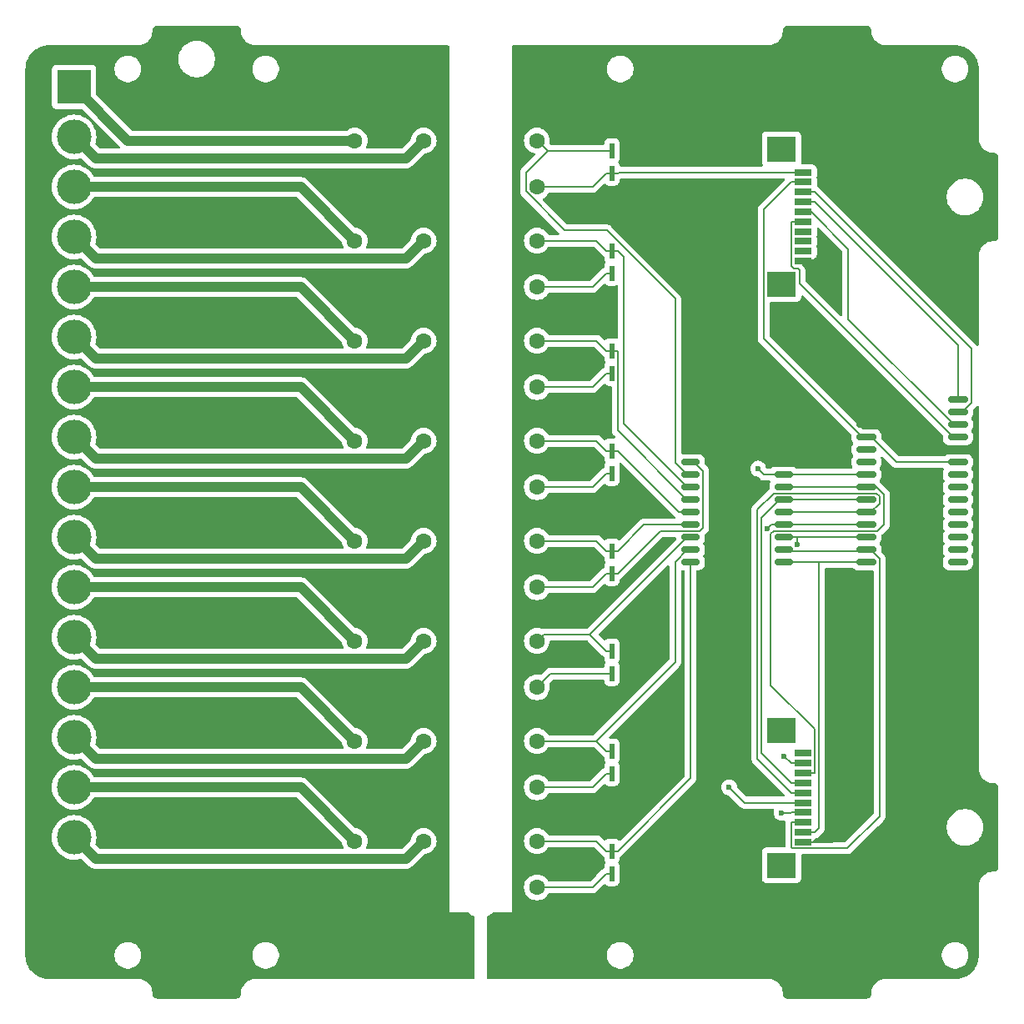
<source format=gbr>
%TF.GenerationSoftware,KiCad,Pcbnew,8.0.3-8.0.3-0~ubuntu22.04.1*%
%TF.CreationDate,2024-10-28T11:06:56+03:00*%
%TF.ProjectId,PM-RQ8,504d2d52-5138-42e6-9b69-6361645f7063,rev?*%
%TF.SameCoordinates,Original*%
%TF.FileFunction,Copper,L1,Top*%
%TF.FilePolarity,Positive*%
%FSLAX46Y46*%
G04 Gerber Fmt 4.6, Leading zero omitted, Abs format (unit mm)*
G04 Created by KiCad (PCBNEW 8.0.3-8.0.3-0~ubuntu22.04.1) date 2024-10-28 11:06:56*
%MOMM*%
%LPD*%
G01*
G04 APERTURE LIST*
G04 Aperture macros list*
%AMRoundRect*
0 Rectangle with rounded corners*
0 $1 Rounding radius*
0 $2 $3 $4 $5 $6 $7 $8 $9 X,Y pos of 4 corners*
0 Add a 4 corners polygon primitive as box body*
4,1,4,$2,$3,$4,$5,$6,$7,$8,$9,$2,$3,0*
0 Add four circle primitives for the rounded corners*
1,1,$1+$1,$2,$3*
1,1,$1+$1,$4,$5*
1,1,$1+$1,$6,$7*
1,1,$1+$1,$8,$9*
0 Add four rect primitives between the rounded corners*
20,1,$1+$1,$2,$3,$4,$5,0*
20,1,$1+$1,$4,$5,$6,$7,0*
20,1,$1+$1,$6,$7,$8,$9,0*
20,1,$1+$1,$8,$9,$2,$3,0*%
G04 Aperture macros list end*
%TA.AperFunction,SMDPad,CuDef*%
%ADD10R,0.533400X1.524000*%
%TD*%
%TA.AperFunction,SMDPad,CuDef*%
%ADD11R,1.803400X0.635000*%
%TD*%
%TA.AperFunction,SMDPad,CuDef*%
%ADD12R,2.997200X2.590800*%
%TD*%
%TA.AperFunction,ComponentPad*%
%ADD13C,1.608000*%
%TD*%
%TA.AperFunction,SMDPad,CuDef*%
%ADD14RoundRect,0.150000X0.800000X0.150000X-0.800000X0.150000X-0.800000X-0.150000X0.800000X-0.150000X0*%
%TD*%
%TA.AperFunction,ComponentPad*%
%ADD15R,3.500000X3.500000*%
%TD*%
%TA.AperFunction,ComponentPad*%
%ADD16C,3.500000*%
%TD*%
%TA.AperFunction,ComponentPad*%
%ADD17O,6.350000X6.350000*%
%TD*%
%TA.AperFunction,SMDPad,CuDef*%
%ADD18RoundRect,0.150000X0.875000X0.150000X-0.875000X0.150000X-0.875000X-0.150000X0.875000X-0.150000X0*%
%TD*%
%TA.AperFunction,SMDPad,CuDef*%
%ADD19RoundRect,0.250000X-0.537500X-1.450000X0.537500X-1.450000X0.537500X1.450000X-0.537500X1.450000X0*%
%TD*%
%TA.AperFunction,ViaPad*%
%ADD20C,0.600000*%
%TD*%
%TA.AperFunction,Conductor*%
%ADD21C,0.200000*%
%TD*%
%TA.AperFunction,Conductor*%
%ADD22C,1.000000*%
%TD*%
G04 APERTURE END LIST*
D10*
%TO.P,D4,1*%
%TO.N,+5V*%
X10160000Y3937000D03*
%TO.P,D4,2*%
%TO.N,/K4*%
X10160000Y6223000D03*
%TD*%
D11*
%TO.P,J9,1,Pin_1*%
%TO.N,unconnected-(J9-Pin_1-Pad1)*%
X29556000Y-24500009D03*
%TO.P,J9,2,Pin_2*%
%TO.N,/K1_exp*%
X29556000Y-25500007D03*
%TO.P,J9,3,Pin_3*%
%TO.N,/K2_exp*%
X29556000Y-26500005D03*
%TO.P,J9,4,Pin_4*%
%TO.N,/K3_exp*%
X29556000Y-27500003D03*
%TO.P,J9,5,Pin_5*%
%TO.N,/K4_exp*%
X29556000Y-28500001D03*
%TO.P,J9,6,Pin_6*%
%TO.N,/K5_exp*%
X29556000Y-29499999D03*
%TO.P,J9,7,Pin_7*%
%TO.N,/K6_exp*%
X29556000Y-30499997D03*
%TO.P,J9,8,Pin_8*%
%TO.N,/K7_exp*%
X29556000Y-31499995D03*
%TO.P,J9,9,Pin_9*%
%TO.N,/K8_exp*%
X29556000Y-32499993D03*
%TO.P,J9,10,Pin_10*%
%TO.N,GND*%
X29556000Y-33499991D03*
D12*
%TO.P,J9,11*%
%TO.N,N/C*%
X27385999Y-22149998D03*
%TO.P,J9,12*%
X27385999Y-35850002D03*
%TD*%
D13*
%TO.P,K4,1,1*%
%TO.N,/K4*%
X2540000Y7240000D03*
%TO.P,K4,2,2*%
%TO.N,Net-(J10-Pin_8)*%
X-8960000Y7240000D03*
%TO.P,K4,3,3*%
%TO.N,Net-(J10-Pin_7)*%
X-15960000Y7240000D03*
%TO.P,K4,4,4*%
%TO.N,+5V*%
X2540000Y2540000D03*
%TD*%
D14*
%TO.P,U1,1,I1*%
%TO.N,/K8_exp*%
X27585000Y-5080000D03*
%TO.P,U1,2,I2*%
%TO.N,/K7_exp*%
X27585000Y-3810000D03*
%TO.P,U1,3,I3*%
%TO.N,/K6_exp*%
X27585000Y-2540000D03*
%TO.P,U1,4,I4*%
%TO.N,/K5_exp*%
X27585000Y-1270000D03*
%TO.P,U1,5,I5*%
%TO.N,/K4_exp*%
X27585000Y0D03*
%TO.P,U1,6,I6*%
%TO.N,/K3_exp*%
X27585000Y1270000D03*
%TO.P,U1,7,I7*%
%TO.N,/K2_exp*%
X27585000Y2540000D03*
%TO.P,U1,8,I8*%
%TO.N,/K1_exp*%
X27585000Y3810000D03*
%TO.P,U1,9,GND*%
%TO.N,GND*%
X27585000Y5080000D03*
%TO.P,U1,10,COM*%
%TO.N,+5V*%
X18135000Y5080000D03*
%TO.P,U1,11,O8*%
%TO.N,/K1*%
X18135000Y3810000D03*
%TO.P,U1,12,O7*%
%TO.N,/K2*%
X18135000Y2540000D03*
%TO.P,U1,13,O6*%
%TO.N,/K3*%
X18135000Y1270000D03*
%TO.P,U1,14,O5*%
%TO.N,/K4*%
X18135000Y0D03*
%TO.P,U1,15,O4*%
%TO.N,/K5*%
X18135000Y-1270000D03*
%TO.P,U1,16,O3*%
%TO.N,/K6*%
X18135000Y-2540000D03*
%TO.P,U1,17,O2*%
%TO.N,/K7*%
X18135000Y-3810000D03*
%TO.P,U1,18,O1*%
%TO.N,/K8*%
X18135000Y-5080000D03*
%TD*%
D13*
%TO.P,K5,1,1*%
%TO.N,/K5*%
X2540000Y-2920000D03*
%TO.P,K5,2,2*%
%TO.N,Net-(J10-Pin_10)*%
X-8960000Y-2920000D03*
%TO.P,K5,3,3*%
%TO.N,Net-(J10-Pin_9)*%
X-15960000Y-2920000D03*
%TO.P,K5,4,4*%
%TO.N,+5V*%
X2540000Y-7620000D03*
%TD*%
D15*
%TO.P,J10,1,Pin_1*%
%TO.N,Net-(J10-Pin_1)*%
X-44450000Y43180000D03*
D16*
%TO.P,J10,2,Pin_2*%
%TO.N,Net-(J10-Pin_2)*%
X-44450000Y38100000D03*
%TO.P,J10,3,Pin_3*%
%TO.N,Net-(J10-Pin_3)*%
X-44450000Y33020000D03*
%TO.P,J10,4,Pin_4*%
%TO.N,Net-(J10-Pin_4)*%
X-44450000Y27940000D03*
%TO.P,J10,5,Pin_5*%
%TO.N,Net-(J10-Pin_5)*%
X-44450000Y22860000D03*
%TO.P,J10,6,Pin_6*%
%TO.N,Net-(J10-Pin_6)*%
X-44450000Y17780000D03*
%TO.P,J10,7,Pin_7*%
%TO.N,Net-(J10-Pin_7)*%
X-44450000Y12700000D03*
%TO.P,J10,8,Pin_8*%
%TO.N,Net-(J10-Pin_8)*%
X-44450000Y7620000D03*
%TO.P,J10,9,Pin_9*%
%TO.N,Net-(J10-Pin_9)*%
X-44450000Y2540000D03*
%TO.P,J10,10,Pin_10*%
%TO.N,Net-(J10-Pin_10)*%
X-44450000Y-2540000D03*
%TO.P,J10,11,Pin_11*%
%TO.N,Net-(J10-Pin_11)*%
X-44450000Y-7620000D03*
%TO.P,J10,12,Pin_12*%
%TO.N,Net-(J10-Pin_12)*%
X-44450000Y-12700000D03*
%TO.P,J10,13,Pin_13*%
%TO.N,Net-(J10-Pin_13)*%
X-44450000Y-17780000D03*
%TO.P,J10,14,Pin_14*%
%TO.N,Net-(J10-Pin_14)*%
X-44450000Y-22860000D03*
%TO.P,J10,15,Pin_15*%
%TO.N,Net-(J10-Pin_15)*%
X-44450000Y-27940000D03*
%TO.P,J10,16,Pin_16*%
%TO.N,Net-(J10-Pin_16)*%
X-44450000Y-33020000D03*
%TO.P,J10,17,Pin_17*%
%TO.N,PE*%
X-44450000Y-38100000D03*
%TO.P,J10,18,Pin_18*%
X-44450000Y-43180000D03*
%TD*%
D13*
%TO.P,K6,1,1*%
%TO.N,/K6*%
X2540000Y-13080000D03*
%TO.P,K6,2,2*%
%TO.N,Net-(J10-Pin_12)*%
X-8960000Y-13080000D03*
%TO.P,K6,3,3*%
%TO.N,Net-(J10-Pin_11)*%
X-15960000Y-13080000D03*
%TO.P,K6,4,4*%
%TO.N,+5V*%
X2540000Y-17780000D03*
%TD*%
%TO.P,K8,1,1*%
%TO.N,/K8*%
X2540000Y-33400000D03*
%TO.P,K8,2,2*%
%TO.N,Net-(J10-Pin_16)*%
X-8960000Y-33400000D03*
%TO.P,K8,3,3*%
%TO.N,Net-(J10-Pin_15)*%
X-15960000Y-33400000D03*
%TO.P,K8,4,4*%
%TO.N,+5V*%
X2540000Y-38100000D03*
%TD*%
%TO.P,K1,1,1*%
%TO.N,/K1*%
X2540000Y37720000D03*
%TO.P,K1,2,2*%
%TO.N,Net-(J10-Pin_2)*%
X-8960000Y37720000D03*
%TO.P,K1,3,3*%
%TO.N,Net-(J10-Pin_1)*%
X-15960000Y37720000D03*
%TO.P,K1,4,4*%
%TO.N,+5V*%
X2540000Y33020000D03*
%TD*%
D10*
%TO.P,D8,1*%
%TO.N,+5V*%
X10160000Y-36703000D03*
%TO.P,D8,2*%
%TO.N,/K8*%
X10160000Y-34417000D03*
%TD*%
%TO.P,D1,1*%
%TO.N,+5V*%
X10160000Y34417000D03*
%TO.P,D1,2*%
%TO.N,/K1*%
X10160000Y36703000D03*
%TD*%
D13*
%TO.P,K7,1,1*%
%TO.N,/K7*%
X2540000Y-23240000D03*
%TO.P,K7,2,2*%
%TO.N,Net-(J10-Pin_14)*%
X-8960000Y-23240000D03*
%TO.P,K7,3,3*%
%TO.N,Net-(J10-Pin_13)*%
X-15960000Y-23240000D03*
%TO.P,K7,4,4*%
%TO.N,+5V*%
X2540000Y-27940000D03*
%TD*%
D10*
%TO.P,D5,1*%
%TO.N,+5V*%
X10160000Y-6223000D03*
%TO.P,D5,2*%
%TO.N,/K5*%
X10160000Y-3937000D03*
%TD*%
%TO.P,D3,1*%
%TO.N,+5V*%
X10160000Y14097000D03*
%TO.P,D3,2*%
%TO.N,/K3*%
X10160000Y16383000D03*
%TD*%
D17*
%TO.P,PE1,1*%
%TO.N,PE*%
X-32000000Y-46000000D03*
%TD*%
D13*
%TO.P,K3,1,1*%
%TO.N,/K3*%
X2540000Y17400000D03*
%TO.P,K3,2,2*%
%TO.N,Net-(J10-Pin_6)*%
X-8960000Y17400000D03*
%TO.P,K3,3,3*%
%TO.N,Net-(J10-Pin_5)*%
X-15960000Y17400000D03*
%TO.P,K3,4,4*%
%TO.N,+5V*%
X2540000Y12700000D03*
%TD*%
D18*
%TO.P,U2,1,GPB0*%
%TO.N,unconnected-(U2-GPB0-Pad1)*%
X45290000Y-5080000D03*
%TO.P,U2,2,GPB1*%
%TO.N,unconnected-(U2-GPB1-Pad2)*%
X45290000Y-3810000D03*
%TO.P,U2,3,GPB2*%
%TO.N,unconnected-(U2-GPB2-Pad3)*%
X45290000Y-2540000D03*
%TO.P,U2,4,GPB3*%
%TO.N,unconnected-(U2-GPB3-Pad4)*%
X45290000Y-1270000D03*
%TO.P,U2,5,GPB4*%
%TO.N,unconnected-(U2-GPB4-Pad5)*%
X45290000Y0D03*
%TO.P,U2,6,GPB5*%
%TO.N,unconnected-(U2-GPB5-Pad6)*%
X45290000Y1270000D03*
%TO.P,U2,7,GPB6*%
%TO.N,unconnected-(U2-GPB6-Pad7)*%
X45290000Y2540000D03*
%TO.P,U2,8,GPB7*%
%TO.N,unconnected-(U2-GPB7-Pad8)*%
X45290000Y3810000D03*
%TO.P,U2,9,VDD*%
%TO.N,+3.3V*%
X45290000Y5080000D03*
%TO.P,U2,10,VSS*%
%TO.N,GND*%
X45290000Y6350000D03*
%TO.P,U2,11,~{CS}*%
%TO.N,/CS*%
X45290000Y7620000D03*
%TO.P,U2,12,SCK*%
%TO.N,/SCK*%
X45290000Y8890000D03*
%TO.P,U2,13,SI*%
%TO.N,/MOSI*%
X45290000Y10160000D03*
%TO.P,U2,14,SO*%
%TO.N,/MISO*%
X45290000Y11430000D03*
%TO.P,U2,15,A0*%
%TO.N,GND*%
X35990000Y11430000D03*
%TO.P,U2,16,A1*%
X35990000Y10160000D03*
%TO.P,U2,17,A2*%
X35990000Y8890000D03*
%TO.P,U2,18,~{RESET}*%
%TO.N,+3.3V*%
X35990000Y7620000D03*
%TO.P,U2,19,INTB*%
%TO.N,unconnected-(U2-INTB-Pad19)*%
X35990000Y6350000D03*
%TO.P,U2,20,INTA*%
%TO.N,unconnected-(U2-INTA-Pad20)*%
X35990000Y5080000D03*
%TO.P,U2,21,GPA0*%
%TO.N,/K1_exp*%
X35990000Y3810000D03*
%TO.P,U2,22,GPA1*%
%TO.N,/K2_exp*%
X35990000Y2540000D03*
%TO.P,U2,23,GPA2*%
%TO.N,/K3_exp*%
X35990000Y1270000D03*
%TO.P,U2,24,GPA3*%
%TO.N,/K4_exp*%
X35990000Y0D03*
%TO.P,U2,25,GPA4*%
%TO.N,/K5_exp*%
X35990000Y-1270000D03*
%TO.P,U2,26,GPA5*%
%TO.N,/K6_exp*%
X35990000Y-2540000D03*
%TO.P,U2,27,GPA6*%
%TO.N,/K7_exp*%
X35990000Y-3810000D03*
%TO.P,U2,28,GPA7*%
%TO.N,/K8_exp*%
X35990000Y-5080000D03*
%TD*%
D13*
%TO.P,K2,1,1*%
%TO.N,/K2*%
X2540000Y27560000D03*
%TO.P,K2,2,2*%
%TO.N,Net-(J10-Pin_4)*%
X-8960000Y27560000D03*
%TO.P,K2,3,3*%
%TO.N,Net-(J10-Pin_3)*%
X-15960000Y27560000D03*
%TO.P,K2,4,4*%
%TO.N,+5V*%
X2540000Y22860000D03*
%TD*%
D19*
%TO.P,C1,1*%
%TO.N,PE*%
X-5312500Y-43815000D03*
%TO.P,C1,2*%
%TO.N,GND*%
X-1037500Y-43815000D03*
%TD*%
D11*
%TO.P,J2,1,Pin_1*%
%TO.N,+5V*%
X29556000Y34499991D03*
%TO.P,J2,2,Pin_2*%
%TO.N,+3.3V*%
X29556000Y33499993D03*
%TO.P,J2,3,Pin_3*%
%TO.N,/MOSI*%
X29556000Y32499995D03*
%TO.P,J2,4,Pin_4*%
%TO.N,/MISO*%
X29556000Y31499997D03*
%TO.P,J2,5,Pin_5*%
%TO.N,/SCK*%
X29556000Y30499999D03*
%TO.P,J2,6,Pin_6*%
%TO.N,/CS*%
X29556000Y29500001D03*
%TO.P,J2,7,Pin_7*%
%TO.N,unconnected-(J2-Pin_7-Pad7)*%
X29556000Y28500003D03*
%TO.P,J2,8,Pin_8*%
%TO.N,unconnected-(J2-Pin_8-Pad8)*%
X29556000Y27500005D03*
%TO.P,J2,9,Pin_9*%
%TO.N,unconnected-(J2-Pin_9-Pad9)*%
X29556000Y26500007D03*
%TO.P,J2,10,Pin_10*%
%TO.N,GND*%
X29556000Y25500009D03*
D12*
%TO.P,J2,11*%
%TO.N,N/C*%
X27385999Y36850002D03*
%TO.P,J2,12*%
X27385999Y23149998D03*
%TD*%
D10*
%TO.P,D7,1*%
%TO.N,+5V*%
X10160000Y-26543000D03*
%TO.P,D7,2*%
%TO.N,/K7*%
X10160000Y-24257000D03*
%TD*%
%TO.P,D6,1*%
%TO.N,+5V*%
X10160000Y-16383000D03*
%TO.P,D6,2*%
%TO.N,/K6*%
X10160000Y-14097000D03*
%TD*%
%TO.P,D2,1*%
%TO.N,+5V*%
X10160000Y24257000D03*
%TO.P,D2,2*%
%TO.N,/K2*%
X10160000Y26543000D03*
%TD*%
D20*
%TO.N,GND*%
X33020000Y-33020000D03*
X30480000Y15240000D03*
X33020000Y15240000D03*
X33020000Y22860000D03*
%TO.N,/K1_exp*%
X25000600Y4412200D03*
X27650900Y-24767700D03*
%TO.N,/K6_exp*%
X28974000Y-3325400D03*
X27383900Y-30522000D03*
%TO.N,/K5_exp*%
X25931300Y-1665900D03*
X22059400Y-27941000D03*
%TD*%
D21*
%TO.N,GND*%
X29556000Y-33499991D02*
X32540009Y-33499991D01*
X32540009Y-33499991D02*
X33020000Y-33020000D01*
%TO.N,/K7_exp*%
X29556000Y-31500000D02*
X28352600Y-31500000D01*
X28352600Y-31500000D02*
X28352600Y-34007800D01*
X28352600Y-34007800D02*
X28464000Y-34119200D01*
X28464000Y-34119200D02*
X34079800Y-34119200D01*
X34079800Y-34119200D02*
X37324400Y-30874600D01*
X37324400Y-30874600D02*
X37324400Y-4695000D01*
X37324400Y-4695000D02*
X36439400Y-3810000D01*
X36439400Y-3810000D02*
X35990000Y-3810000D01*
%TO.N,/SCK*%
X45290000Y8890000D02*
X44875700Y8890000D01*
X44875700Y8890000D02*
X34163000Y19602700D01*
X34163000Y19602700D02*
X34163000Y26712201D01*
X34163000Y26712201D02*
X30375201Y30500000D01*
X30375201Y30500000D02*
X29556000Y30500000D01*
%TO.N,GND*%
X35990000Y11430000D02*
X35990000Y8890000D01*
D22*
%TO.N,Net-(J10-Pin_7)*%
X-15960000Y7240000D02*
X-21420000Y12700000D01*
X-21420000Y12700000D02*
X-44450000Y12700000D01*
%TO.N,Net-(J10-Pin_16)*%
X-8960000Y-33400000D02*
X-10764000Y-35204000D01*
X-10764000Y-35204000D02*
X-42266000Y-35204000D01*
X-42266000Y-35204000D02*
X-44450000Y-33020000D01*
%TO.N,Net-(J10-Pin_5)*%
X-15960000Y17400000D02*
X-21420000Y22860000D01*
X-21420000Y22860000D02*
X-44450000Y22860000D01*
D21*
%TO.N,/K7*%
X8574600Y-23240000D02*
X9591600Y-24257000D01*
X17804600Y-3810000D02*
X18135000Y-3810000D01*
X2540000Y-23240000D02*
X8574600Y-23240000D01*
X16584800Y-15229800D02*
X16584800Y-5029800D01*
X10160000Y-24257000D02*
X9591600Y-24257000D01*
X16584800Y-5029800D02*
X17804600Y-3810000D01*
X8574600Y-23240000D02*
X16584800Y-15229800D01*
%TO.N,/K3*%
X10728400Y8285700D02*
X10728400Y16383000D01*
X18135000Y1270000D02*
X17744100Y1270000D01*
X10160000Y16383000D02*
X9591600Y16383000D01*
X10160000Y16383000D02*
X10728400Y16383000D01*
X2540000Y17400000D02*
X8574600Y17400000D01*
X17744100Y1270000D02*
X10728400Y8285700D01*
X8574600Y17400000D02*
X9591600Y16383000D01*
%TO.N,/K5*%
X2540000Y-2920000D02*
X8574600Y-2920000D01*
X13395400Y-1270000D02*
X10728400Y-3937000D01*
X18135000Y-1270000D02*
X13395400Y-1270000D01*
X10160000Y-3937000D02*
X10728400Y-3937000D01*
X8574600Y-2920000D02*
X9591600Y-3937000D01*
X10160000Y-3937000D02*
X9591600Y-3937000D01*
D22*
%TO.N,Net-(J10-Pin_9)*%
X-21420000Y2540000D02*
X-44450000Y2540000D01*
X-15960000Y-2920000D02*
X-21420000Y2540000D01*
D21*
%TO.N,/K6*%
X18135000Y-2540000D02*
X17794900Y-2540000D01*
X7914800Y-12420100D02*
X9591600Y-14097000D01*
X2540000Y-13080000D02*
X3199900Y-12420100D01*
X7914700Y-12420100D02*
X7914800Y-12420100D01*
X10160000Y-14097000D02*
X9591600Y-14097000D01*
X17794900Y-2540000D02*
X7914800Y-12420100D01*
X3199900Y-12420100D02*
X7914700Y-12420100D01*
%TO.N,/K8*%
X10160000Y-34417000D02*
X10728400Y-34417000D01*
X18135000Y-5080000D02*
X18135000Y-27010400D01*
X2540000Y-33400000D02*
X8574600Y-33400000D01*
X10160000Y-34417000D02*
X9591600Y-34417000D01*
X8574600Y-33400000D02*
X9591600Y-34417000D01*
X18135000Y-27010400D02*
X10728400Y-34417000D01*
%TO.N,/K4*%
X18135000Y0D02*
X16951400Y0D01*
X10160000Y6223000D02*
X10728400Y6223000D01*
X8574600Y7240000D02*
X9591600Y6223000D01*
X16951400Y0D02*
X10728400Y6223000D01*
X2540000Y7240000D02*
X8574600Y7240000D01*
X10160000Y6223000D02*
X9591600Y6223000D01*
%TO.N,/K1*%
X9591600Y36703000D02*
X3664900Y36703000D01*
X1424100Y34462200D02*
X1424100Y32568000D01*
X9626700Y28613300D02*
X16584900Y21655100D01*
X1424100Y32568000D02*
X5378800Y28613300D01*
X5378800Y28613300D02*
X9626700Y28613300D01*
X2540000Y37720000D02*
X3611000Y36649100D01*
X10160000Y36703000D02*
X9591600Y36703000D01*
X16584900Y5029800D02*
X17804700Y3810000D01*
X16584900Y21655100D02*
X16584900Y5029800D01*
X17804700Y3810000D02*
X18135000Y3810000D01*
X3611000Y36649100D02*
X1424100Y34462200D01*
X3664900Y36703000D02*
X3611000Y36649100D01*
%TO.N,/K2*%
X10160000Y26543000D02*
X9591600Y26543000D01*
X11383800Y25887600D02*
X10728400Y26543000D01*
X17795100Y2540000D02*
X11383800Y8951300D01*
X8574600Y27560000D02*
X9591600Y26543000D01*
X18135000Y2540000D02*
X17795100Y2540000D01*
X10160000Y26543000D02*
X10728400Y26543000D01*
X11383800Y8951300D02*
X11383800Y25887600D01*
X2540000Y27560000D02*
X8574600Y27560000D01*
D22*
%TO.N,Net-(J10-Pin_10)*%
X-42266000Y-4724000D02*
X-44450000Y-2540000D01*
X-8960000Y-2920000D02*
X-10764000Y-4724000D01*
X-10764000Y-4724000D02*
X-42266000Y-4724000D01*
%TO.N,Net-(J10-Pin_4)*%
X-10764000Y25756000D02*
X-42266000Y25756000D01*
X-8960000Y27560000D02*
X-10764000Y25756000D01*
X-42266000Y25756000D02*
X-44450000Y27940000D01*
%TO.N,Net-(J10-Pin_6)*%
X-42266000Y15596000D02*
X-44450000Y17780000D01*
X-8960000Y17400000D02*
X-10764000Y15596000D01*
X-10764000Y15596000D02*
X-42266000Y15596000D01*
%TO.N,Net-(J10-Pin_14)*%
X-10764000Y-25044000D02*
X-42266000Y-25044000D01*
X-8960000Y-23240000D02*
X-10764000Y-25044000D01*
X-42266000Y-25044000D02*
X-44450000Y-22860000D01*
%TO.N,Net-(J10-Pin_8)*%
X-42266000Y5436000D02*
X-44450000Y7620000D01*
X-10764000Y5436000D02*
X-42266000Y5436000D01*
X-8960000Y7240000D02*
X-10764000Y5436000D01*
%TO.N,Net-(J10-Pin_15)*%
X-21420000Y-27940000D02*
X-44450000Y-27940000D01*
X-15960000Y-33400000D02*
X-21420000Y-27940000D01*
%TO.N,Net-(J10-Pin_13)*%
X-15960000Y-23240000D02*
X-21420000Y-17780000D01*
X-21420000Y-17780000D02*
X-44450000Y-17780000D01*
%TO.N,Net-(J10-Pin_12)*%
X-8960000Y-13080000D02*
X-10764000Y-14884000D01*
X-42266000Y-14884000D02*
X-44450000Y-12700000D01*
X-10764000Y-14884000D02*
X-42266000Y-14884000D01*
%TO.N,Net-(J10-Pin_2)*%
X-42266000Y35916000D02*
X-44450000Y38100000D01*
X-10764000Y35916000D02*
X-42266000Y35916000D01*
X-8960000Y37720000D02*
X-10764000Y35916000D01*
%TO.N,Net-(J10-Pin_3)*%
X-21420000Y33020000D02*
X-44450000Y33020000D01*
X-15960000Y27560000D02*
X-21420000Y33020000D01*
%TO.N,Net-(J10-Pin_1)*%
X-38990000Y37720000D02*
X-44450000Y43180000D01*
X-15960000Y37720000D02*
X-38990000Y37720000D01*
%TO.N,Net-(J10-Pin_11)*%
X-15960000Y-13080000D02*
X-21420000Y-7620000D01*
X-21420000Y-7620000D02*
X-44450000Y-7620000D01*
D21*
%TO.N,+5V*%
X10160000Y34417000D02*
X10728400Y34417000D01*
X10160000Y24257000D02*
X9591600Y24257000D01*
X29556000Y34500000D02*
X10811400Y34500000D01*
X10160000Y-36703000D02*
X9591600Y-36703000D01*
X10160000Y-16383000D02*
X3937000Y-16383000D01*
X2540000Y33020000D02*
X8194600Y33020000D01*
X10811400Y34500000D02*
X10728400Y34417000D01*
X3937000Y-16383000D02*
X2540000Y-17780000D01*
X19415600Y4151800D02*
X19415600Y-1588400D01*
X2540000Y-38100000D02*
X8194600Y-38100000D01*
X8194600Y22860000D02*
X9591600Y24257000D01*
X18487400Y5080000D02*
X19415600Y4151800D01*
X10160000Y-26543000D02*
X9591600Y-26543000D01*
X2540000Y-27940000D02*
X8194600Y-27940000D01*
X18135000Y5080000D02*
X18487400Y5080000D01*
X8194600Y2540000D02*
X9591600Y3937000D01*
X10160000Y34417000D02*
X9591600Y34417000D01*
X2540000Y12700000D02*
X8194600Y12700000D01*
X8194600Y-38100000D02*
X9591600Y-36703000D01*
X19099000Y-1905000D02*
X15046400Y-1905000D01*
X8194600Y-7620000D02*
X9591600Y-6223000D01*
X8194600Y12700000D02*
X9591600Y14097000D01*
X10160000Y-6223000D02*
X9591600Y-6223000D01*
X19415600Y-1588400D02*
X19099000Y-1905000D01*
X2540000Y2540000D02*
X8194600Y2540000D01*
X8194600Y33020000D02*
X9591600Y34417000D01*
X8194600Y-27940000D02*
X9591600Y-26543000D01*
X10160000Y-6223000D02*
X10728400Y-6223000D01*
X10160000Y3937000D02*
X9591600Y3937000D01*
X2540000Y-7620000D02*
X8194600Y-7620000D01*
X15046400Y-1905000D02*
X10728400Y-6223000D01*
X2540000Y22860000D02*
X8194600Y22860000D01*
X10160000Y14097000D02*
X9591600Y14097000D01*
%TO.N,+3.3V*%
X28352600Y33500000D02*
X25581400Y30728800D01*
X29556000Y33500000D02*
X28352600Y33500000D01*
X36515400Y7620000D02*
X39055400Y5080000D01*
X25581400Y30728800D02*
X25581400Y17579200D01*
X35540600Y7620000D02*
X35990000Y7620000D01*
X35990000Y7620000D02*
X36515400Y7620000D01*
X39055400Y5080000D02*
X45290000Y5080000D01*
X25581400Y17579200D02*
X35540600Y7620000D01*
%TO.N,/MOSI*%
X46652500Y11063900D02*
X46652500Y16606900D01*
X29556000Y32500000D02*
X30759400Y32500000D01*
X45748600Y10160000D02*
X46652500Y11063900D01*
X46652500Y16606900D02*
X30759400Y32500000D01*
X45290000Y10160000D02*
X45748600Y10160000D01*
%TO.N,/MISO*%
X29556000Y31500000D02*
X30759400Y31500000D01*
X45290000Y16969400D02*
X30759400Y31500000D01*
X45290000Y11430000D02*
X45290000Y16969400D01*
%TO.N,/K8_exp*%
X31169500Y-32089900D02*
X30759400Y-32500000D01*
X29556000Y-32500000D02*
X30759400Y-32500000D01*
X35990000Y-5080000D02*
X31169500Y-5080000D01*
X31169500Y-5080000D02*
X31169500Y-32089900D01*
X31169500Y-5080000D02*
X27585000Y-5080000D01*
%TO.N,/K4_exp*%
X37346800Y898400D02*
X37346800Y1602900D01*
X37044700Y1905000D02*
X26571700Y1905000D01*
X26571700Y1905000D02*
X24927900Y261200D01*
X36448400Y0D02*
X37346800Y898400D01*
X27585000Y0D02*
X35990000Y0D01*
X35990000Y0D02*
X36448400Y0D01*
X29556000Y-28500000D02*
X28352600Y-28500000D01*
X24927900Y-25075300D02*
X28352600Y-28500000D01*
X37346800Y1602900D02*
X37044700Y1905000D01*
X24927900Y261200D02*
X24927900Y-25075300D01*
%TO.N,/K7_exp*%
X35872900Y-3927100D02*
X35990000Y-3810000D01*
X27585000Y-3810000D02*
X27702100Y-3927100D01*
X27702100Y-3927100D02*
X35872900Y-3927100D01*
%TO.N,/K1_exp*%
X35990000Y3810000D02*
X27585000Y3810000D01*
X28352600Y-25469400D02*
X28352600Y-25500000D01*
X29556000Y-25500000D02*
X28352600Y-25500000D01*
X25602800Y3810000D02*
X25000600Y4412200D01*
X27650900Y-24767700D02*
X28352600Y-25469400D01*
X27585000Y3810000D02*
X25602800Y3810000D01*
%TO.N,/K6_exp*%
X27383900Y-30522000D02*
X28330600Y-30522000D01*
X28974000Y-2540000D02*
X28974000Y-3325400D01*
X28974000Y-2540000D02*
X27585000Y-2540000D01*
X29556000Y-30500000D02*
X28352600Y-30500000D01*
X28330600Y-30522000D02*
X28352600Y-30500000D01*
X35990000Y-2540000D02*
X28974000Y-2540000D01*
%TO.N,/K2_exp*%
X26291100Y-17575300D02*
X26291100Y-2173000D01*
X37770000Y-1239600D02*
X37770000Y1776600D01*
X37770000Y1776600D02*
X37006600Y2540000D01*
X26291100Y-2173000D02*
X26559100Y-1905000D01*
X37104600Y-1905000D02*
X37770000Y-1239600D01*
X30759400Y-22043600D02*
X26291100Y-17575300D01*
X27585000Y2540000D02*
X35990000Y2540000D01*
X30759400Y-26500000D02*
X30759400Y-22043600D01*
X29556000Y-26500000D02*
X30759400Y-26500000D01*
X37006600Y2540000D02*
X35990000Y2540000D01*
X26559100Y-1905000D02*
X37104600Y-1905000D01*
%TO.N,/K3_exp*%
X27585000Y1270000D02*
X27191000Y1270000D01*
X29556000Y-27500000D02*
X28352600Y-27500000D01*
X25329600Y-591400D02*
X25329600Y-24477000D01*
X27585000Y1270000D02*
X35990000Y1270000D01*
X27191000Y1270000D02*
X25329600Y-591400D01*
X25329600Y-24477000D02*
X28352600Y-27500000D01*
%TO.N,/K5_exp*%
X23618400Y-29500000D02*
X22059400Y-27941000D01*
X35990000Y-1270000D02*
X27585000Y-1270000D01*
X29556000Y-29500000D02*
X23618400Y-29500000D01*
X25931300Y-1665900D02*
X26327200Y-1270000D01*
X26327200Y-1270000D02*
X27585000Y-1270000D01*
%TO.N,/CS*%
X29186300Y24570400D02*
X29009600Y24747100D01*
X29186300Y23247200D02*
X29186300Y24570400D01*
X28598900Y24747100D02*
X28352600Y24993400D01*
X28352600Y24993400D02*
X28352600Y29500000D01*
X44813500Y7620000D02*
X29186300Y23247200D01*
X45290000Y7620000D02*
X44813500Y7620000D01*
X29009600Y24747100D02*
X28598900Y24747100D01*
X29556000Y29500000D02*
X28352600Y29500000D01*
%TD*%
%TA.AperFunction,Conductor*%
%TO.N,PE*%
G36*
X-27993078Y49398720D02*
G01*
X-27902734Y49388541D01*
X-27875669Y49382364D01*
X-27796460Y49354648D01*
X-27771447Y49342602D01*
X-27700394Y49297957D01*
X-27678687Y49280645D01*
X-27619356Y49221314D01*
X-27602043Y49199605D01*
X-27557400Y49128556D01*
X-27545352Y49103538D01*
X-27517638Y49024334D01*
X-27511460Y48997265D01*
X-27501280Y48906924D01*
X-27500500Y48893039D01*
X-27500500Y48792683D01*
X-27469956Y48580236D01*
X-27469953Y48580226D01*
X-27409483Y48374285D01*
X-27320328Y48179062D01*
X-27320321Y48179049D01*
X-27204280Y47998486D01*
X-27063725Y47836276D01*
X-27043600Y47818838D01*
X-26901513Y47695719D01*
X-26772469Y47612789D01*
X-26720952Y47579680D01*
X-26720939Y47579673D01*
X-26525716Y47490518D01*
X-26525712Y47490517D01*
X-26525710Y47490516D01*
X-26319769Y47430046D01*
X-26319768Y47430046D01*
X-26319765Y47430045D01*
X-26256416Y47420938D01*
X-26107318Y47399500D01*
X-26107317Y47399500D01*
X-6474000Y47399500D01*
X-6406961Y47379815D01*
X-6361206Y47327011D01*
X-6350000Y47275500D01*
X-6350000Y-40640000D01*
X-4459221Y-40640000D01*
X-4392182Y-40659685D01*
X-4378018Y-40670287D01*
X-4238732Y-40790979D01*
X-4238726Y-40790983D01*
X-4025690Y-40927893D01*
X-4025683Y-40927896D01*
X-4025678Y-40927900D01*
X-3882486Y-40993293D01*
X-3829685Y-41039046D01*
X-3810000Y-41106085D01*
X-3810000Y-47275500D01*
X-3829685Y-47342539D01*
X-3882489Y-47388294D01*
X-3934000Y-47399500D01*
X-26107318Y-47399500D01*
X-26319765Y-47430044D01*
X-26319775Y-47430047D01*
X-26525716Y-47490517D01*
X-26720939Y-47579672D01*
X-26720952Y-47579679D01*
X-26901515Y-47695720D01*
X-27063725Y-47836275D01*
X-27204280Y-47998485D01*
X-27320321Y-48179048D01*
X-27320328Y-48179061D01*
X-27409483Y-48374284D01*
X-27469953Y-48580225D01*
X-27469956Y-48580235D01*
X-27500500Y-48792682D01*
X-27500500Y-48893038D01*
X-27501280Y-48906923D01*
X-27511460Y-48997264D01*
X-27517638Y-49024333D01*
X-27545352Y-49103537D01*
X-27557400Y-49128555D01*
X-27602043Y-49199604D01*
X-27619356Y-49221313D01*
X-27678687Y-49280644D01*
X-27700396Y-49297957D01*
X-27771445Y-49342600D01*
X-27796463Y-49354648D01*
X-27875667Y-49382362D01*
X-27902736Y-49388540D01*
X-27982925Y-49397576D01*
X-27993079Y-49398720D01*
X-28006962Y-49399500D01*
X-35993038Y-49399500D01*
X-36006922Y-49398720D01*
X-36019447Y-49397308D01*
X-36097265Y-49388540D01*
X-36124334Y-49382362D01*
X-36203538Y-49354648D01*
X-36228556Y-49342600D01*
X-36299605Y-49297957D01*
X-36321314Y-49280644D01*
X-36380645Y-49221313D01*
X-36397958Y-49199604D01*
X-36442601Y-49128555D01*
X-36454649Y-49103537D01*
X-36482363Y-49024333D01*
X-36488541Y-48997263D01*
X-36498720Y-48906922D01*
X-36499500Y-48893038D01*
X-36499500Y-48792683D01*
X-36499500Y-48792682D01*
X-36530046Y-48580231D01*
X-36590516Y-48374290D01*
X-36590517Y-48374288D01*
X-36590518Y-48374284D01*
X-36679673Y-48179061D01*
X-36679680Y-48179048D01*
X-36772880Y-48034026D01*
X-36795719Y-47998487D01*
X-36828828Y-47960277D01*
X-36936276Y-47836275D01*
X-37098486Y-47695720D01*
X-37098487Y-47695719D01*
X-37175366Y-47646312D01*
X-37279049Y-47579679D01*
X-37279062Y-47579672D01*
X-37474285Y-47490517D01*
X-37680226Y-47430047D01*
X-37680236Y-47430044D01*
X-37871246Y-47402582D01*
X-37892682Y-47399500D01*
X-37892683Y-47399500D01*
X-46996249Y-47399500D01*
X-47003736Y-47399274D01*
X-47281742Y-47382457D01*
X-47296606Y-47380652D01*
X-47566863Y-47331126D01*
X-47581403Y-47327542D01*
X-47843710Y-47245803D01*
X-47857710Y-47240494D01*
X-48108265Y-47127729D01*
X-48121524Y-47120770D01*
X-48356653Y-46978630D01*
X-48368976Y-46970124D01*
X-48585262Y-46800675D01*
X-48596470Y-46790745D01*
X-48790746Y-46596469D01*
X-48800676Y-46585261D01*
X-48970125Y-46368975D01*
X-48978627Y-46356658D01*
X-49120772Y-46121522D01*
X-49127730Y-46108264D01*
X-49240496Y-45857706D01*
X-49245804Y-45843709D01*
X-49327543Y-45581402D01*
X-49331127Y-45566862D01*
X-49340006Y-45518412D01*
X-49380653Y-45296605D01*
X-49382458Y-45281741D01*
X-49399274Y-45003736D01*
X-49399500Y-44996249D01*
X-49399500Y-44893713D01*
X-40350500Y-44893713D01*
X-40350500Y-45106286D01*
X-40317247Y-45316239D01*
X-40251556Y-45518414D01*
X-40155049Y-45707820D01*
X-40030110Y-45879786D01*
X-39879787Y-46030109D01*
X-39707821Y-46155048D01*
X-39707819Y-46155049D01*
X-39707816Y-46155051D01*
X-39518412Y-46251557D01*
X-39316243Y-46317246D01*
X-39106287Y-46350500D01*
X-39106286Y-46350500D01*
X-38893714Y-46350500D01*
X-38893713Y-46350500D01*
X-38683757Y-46317246D01*
X-38481588Y-46251557D01*
X-38292184Y-46155051D01*
X-38227787Y-46108264D01*
X-38120214Y-46030109D01*
X-38120212Y-46030106D01*
X-38120208Y-46030104D01*
X-37969896Y-45879792D01*
X-37969894Y-45879788D01*
X-37969891Y-45879786D01*
X-37844952Y-45707820D01*
X-37844953Y-45707820D01*
X-37844949Y-45707816D01*
X-37748443Y-45518412D01*
X-37682754Y-45316243D01*
X-37649500Y-45106287D01*
X-37649500Y-44893713D01*
X-26350500Y-44893713D01*
X-26350500Y-45106286D01*
X-26317247Y-45316239D01*
X-26251556Y-45518414D01*
X-26155049Y-45707820D01*
X-26030110Y-45879786D01*
X-25879787Y-46030109D01*
X-25707821Y-46155048D01*
X-25707819Y-46155049D01*
X-25707816Y-46155051D01*
X-25518412Y-46251557D01*
X-25316243Y-46317246D01*
X-25106287Y-46350500D01*
X-25106286Y-46350500D01*
X-24893714Y-46350500D01*
X-24893713Y-46350500D01*
X-24683757Y-46317246D01*
X-24481588Y-46251557D01*
X-24292184Y-46155051D01*
X-24227787Y-46108264D01*
X-24120214Y-46030109D01*
X-24120212Y-46030106D01*
X-24120208Y-46030104D01*
X-23969896Y-45879792D01*
X-23969894Y-45879788D01*
X-23969891Y-45879786D01*
X-23844952Y-45707820D01*
X-23844953Y-45707820D01*
X-23844949Y-45707816D01*
X-23748443Y-45518412D01*
X-23682754Y-45316243D01*
X-23649500Y-45106287D01*
X-23649500Y-44893713D01*
X-23682754Y-44683757D01*
X-23748443Y-44481588D01*
X-23844949Y-44292184D01*
X-23844951Y-44292181D01*
X-23844952Y-44292179D01*
X-23969891Y-44120213D01*
X-24120214Y-43969890D01*
X-24292180Y-43844951D01*
X-24481586Y-43748444D01*
X-24481587Y-43748443D01*
X-24481588Y-43748443D01*
X-24683757Y-43682754D01*
X-24683759Y-43682753D01*
X-24683760Y-43682753D01*
X-24845043Y-43657208D01*
X-24893713Y-43649500D01*
X-25106287Y-43649500D01*
X-25154958Y-43657208D01*
X-25316240Y-43682753D01*
X-25518415Y-43748444D01*
X-25707821Y-43844951D01*
X-25879787Y-43969890D01*
X-26030110Y-44120213D01*
X-26155049Y-44292179D01*
X-26251556Y-44481585D01*
X-26317247Y-44683760D01*
X-26350500Y-44893713D01*
X-37649500Y-44893713D01*
X-37682754Y-44683757D01*
X-37748443Y-44481588D01*
X-37844949Y-44292184D01*
X-37844951Y-44292181D01*
X-37844952Y-44292179D01*
X-37969891Y-44120213D01*
X-38120214Y-43969890D01*
X-38292180Y-43844951D01*
X-38481586Y-43748444D01*
X-38481587Y-43748443D01*
X-38481588Y-43748443D01*
X-38683757Y-43682754D01*
X-38683759Y-43682753D01*
X-38683760Y-43682753D01*
X-38845043Y-43657208D01*
X-38893713Y-43649500D01*
X-39106287Y-43649500D01*
X-39154958Y-43657208D01*
X-39316240Y-43682753D01*
X-39518415Y-43748444D01*
X-39707821Y-43844951D01*
X-39879787Y-43969890D01*
X-40030110Y-44120213D01*
X-40155049Y-44292179D01*
X-40251556Y-44481585D01*
X-40317247Y-44683760D01*
X-40350500Y-44893713D01*
X-49399500Y-44893713D01*
X-49399500Y-27939992D01*
X-46705329Y-27939992D01*
X-46705329Y-27940007D01*
X-46686036Y-28234363D01*
X-46686035Y-28234373D01*
X-46686034Y-28234380D01*
X-46686032Y-28234390D01*
X-46628482Y-28523716D01*
X-46628479Y-28523730D01*
X-46533651Y-28803080D01*
X-46403175Y-29067660D01*
X-46403171Y-29067667D01*
X-46239275Y-29312955D01*
X-46044759Y-29534758D01*
X-45822957Y-29729273D01*
X-45577665Y-29893172D01*
X-45313077Y-30023652D01*
X-45033722Y-30118481D01*
X-44744380Y-30176034D01*
X-44716112Y-30177886D01*
X-44450007Y-30195329D01*
X-44450000Y-30195329D01*
X-44449993Y-30195329D01*
X-44214325Y-30179881D01*
X-44155620Y-30176034D01*
X-43866278Y-30118481D01*
X-43586923Y-30023652D01*
X-43322335Y-29893172D01*
X-43077043Y-29729273D01*
X-42855242Y-29534758D01*
X-42660727Y-29312957D01*
X-42496828Y-29067665D01*
X-42468222Y-29009655D01*
X-42420916Y-28958237D01*
X-42357009Y-28940500D01*
X-21885782Y-28940500D01*
X-21818743Y-28960185D01*
X-21798101Y-28976819D01*
X-17291289Y-33483631D01*
X-17257804Y-33544954D01*
X-17255442Y-33560502D01*
X-17249590Y-33627385D01*
X-17249588Y-33627394D01*
X-17190515Y-33847862D01*
X-17190513Y-33847866D01*
X-17190512Y-33847870D01*
X-17174093Y-33883080D01*
X-17106938Y-34027095D01*
X-17096446Y-34096173D01*
X-17124966Y-34159957D01*
X-17183442Y-34198196D01*
X-17219320Y-34203500D01*
X-41800217Y-34203500D01*
X-41867256Y-34183815D01*
X-41887898Y-34167181D01*
X-42262572Y-33792508D01*
X-42296057Y-33731185D01*
X-42292311Y-33664969D01*
X-42271519Y-33603722D01*
X-42213966Y-33314380D01*
X-42194671Y-33020000D01*
X-42194671Y-33019992D01*
X-42213965Y-32725636D01*
X-42213966Y-32725620D01*
X-42271519Y-32436278D01*
X-42366348Y-32156923D01*
X-42496828Y-31892336D01*
X-42660727Y-31647043D01*
X-42703345Y-31598447D01*
X-42855242Y-31425241D01*
X-43077045Y-31230725D01*
X-43322333Y-31066829D01*
X-43322340Y-31066825D01*
X-43586920Y-30936349D01*
X-43866270Y-30841521D01*
X-43866276Y-30841519D01*
X-43866278Y-30841519D01*
X-44155620Y-30783966D01*
X-44155627Y-30783965D01*
X-44155637Y-30783964D01*
X-44449993Y-30764671D01*
X-44450007Y-30764671D01*
X-44744364Y-30783964D01*
X-44744376Y-30783965D01*
X-44744380Y-30783966D01*
X-44744388Y-30783967D01*
X-44744391Y-30783968D01*
X-45033717Y-30841518D01*
X-45033731Y-30841521D01*
X-45313081Y-30936349D01*
X-45577666Y-31066828D01*
X-45822959Y-31230728D01*
X-46044759Y-31425241D01*
X-46239272Y-31647041D01*
X-46403172Y-31892334D01*
X-46533651Y-32156919D01*
X-46628479Y-32436269D01*
X-46628482Y-32436283D01*
X-46686032Y-32725609D01*
X-46686036Y-32725636D01*
X-46705329Y-33019992D01*
X-46705329Y-33020007D01*
X-46686036Y-33314363D01*
X-46686035Y-33314373D01*
X-46686034Y-33314380D01*
X-46628483Y-33603714D01*
X-46628482Y-33603716D01*
X-46628479Y-33603730D01*
X-46533651Y-33883080D01*
X-46403175Y-34147660D01*
X-46403171Y-34147667D01*
X-46239275Y-34392955D01*
X-46044759Y-34614758D01*
X-45911884Y-34731286D01*
X-45822957Y-34809273D01*
X-45577665Y-34973172D01*
X-45313077Y-35103652D01*
X-45033722Y-35198481D01*
X-44744380Y-35256034D01*
X-44716112Y-35257886D01*
X-44450007Y-35275329D01*
X-44450000Y-35275329D01*
X-44449993Y-35275329D01*
X-44214325Y-35259881D01*
X-44155620Y-35256034D01*
X-43866278Y-35198481D01*
X-43805032Y-35177689D01*
X-43735224Y-35174780D01*
X-43677493Y-35207427D01*
X-43043140Y-35841781D01*
X-43043139Y-35841782D01*
X-42903782Y-35981139D01*
X-42739914Y-36090632D01*
X-42633255Y-36134811D01*
X-42557836Y-36166051D01*
X-42364546Y-36204499D01*
X-42364543Y-36204500D01*
X-42364541Y-36204500D01*
X-10665458Y-36204500D01*
X-10646130Y-36200655D01*
X-10568812Y-36185275D01*
X-10472164Y-36166051D01*
X-10418835Y-36143961D01*
X-10290086Y-36090632D01*
X-10126218Y-35981139D01*
X-9986861Y-35841782D01*
X-9986861Y-35841780D01*
X-9976653Y-35831573D01*
X-9976651Y-35831570D01*
X-8876366Y-34731284D01*
X-8815045Y-34697801D01*
X-8799504Y-34695440D01*
X-8732611Y-34689589D01*
X-8512130Y-34630512D01*
X-8305258Y-34534046D01*
X-8118281Y-34403122D01*
X-7956878Y-34241719D01*
X-7956873Y-34241712D01*
X-7825956Y-34054745D01*
X-7825954Y-34054741D01*
X-7729488Y-33847870D01*
X-7670411Y-33627389D01*
X-7650517Y-33400000D01*
X-7670411Y-33172611D01*
X-7729488Y-32952130D01*
X-7825954Y-32745259D01*
X-7825956Y-32745255D01*
X-7956879Y-32558280D01*
X-8118278Y-32396881D01*
X-8118288Y-32396872D01*
X-8305255Y-32265955D01*
X-8305259Y-32265953D01*
X-8408694Y-32217721D01*
X-8512130Y-32169488D01*
X-8512134Y-32169487D01*
X-8512138Y-32169485D01*
X-8732606Y-32110412D01*
X-8732610Y-32110411D01*
X-8732611Y-32110411D01*
X-8732612Y-32110410D01*
X-8732617Y-32110410D01*
X-8959998Y-32090517D01*
X-8960002Y-32090517D01*
X-9187384Y-32110410D01*
X-9187395Y-32110412D01*
X-9407863Y-32169485D01*
X-9407872Y-32169489D01*
X-9614741Y-32265953D01*
X-9614745Y-32265955D01*
X-9801720Y-32396878D01*
X-9963122Y-32558280D01*
X-10094045Y-32745255D01*
X-10094047Y-32745259D01*
X-10190511Y-32952128D01*
X-10190515Y-32952137D01*
X-10249588Y-33172605D01*
X-10249590Y-33172614D01*
X-10255441Y-33239494D01*
X-10280894Y-33304562D01*
X-10291288Y-33316366D01*
X-11142101Y-34167181D01*
X-11203424Y-34200666D01*
X-11229782Y-34203500D01*
X-14700680Y-34203500D01*
X-14767719Y-34183815D01*
X-14813474Y-34131011D01*
X-14823418Y-34061853D01*
X-14813062Y-34027095D01*
X-14729488Y-33847870D01*
X-14670411Y-33627389D01*
X-14650517Y-33400000D01*
X-14670411Y-33172611D01*
X-14729488Y-32952130D01*
X-14825954Y-32745259D01*
X-14825956Y-32745255D01*
X-14956879Y-32558280D01*
X-15118278Y-32396881D01*
X-15118288Y-32396872D01*
X-15305255Y-32265955D01*
X-15305259Y-32265953D01*
X-15408694Y-32217721D01*
X-15512130Y-32169488D01*
X-15512134Y-32169487D01*
X-15512138Y-32169485D01*
X-15732606Y-32110412D01*
X-15732615Y-32110410D01*
X-15799498Y-32104558D01*
X-15864566Y-32079104D01*
X-15876369Y-32068711D01*
X-20638521Y-27306559D01*
X-20638541Y-27306537D01*
X-20782215Y-27162863D01*
X-20782219Y-27162860D01*
X-20946080Y-27053371D01*
X-20946089Y-27053366D01*
X-21018685Y-27023296D01*
X-21074835Y-27000038D01*
X-21128164Y-26977949D01*
X-21128168Y-26977948D01*
X-21128172Y-26977946D01*
X-21224812Y-26958724D01*
X-21321456Y-26939500D01*
X-21321459Y-26939500D01*
X-42357010Y-26939500D01*
X-42424049Y-26919815D01*
X-42468222Y-26870344D01*
X-42496828Y-26812336D01*
X-42660727Y-26567043D01*
X-42703345Y-26518447D01*
X-42855242Y-26345241D01*
X-43077045Y-26150725D01*
X-43322333Y-25986829D01*
X-43322340Y-25986825D01*
X-43586920Y-25856349D01*
X-43866270Y-25761521D01*
X-43866276Y-25761519D01*
X-43866278Y-25761519D01*
X-44155620Y-25703966D01*
X-44155627Y-25703965D01*
X-44155637Y-25703964D01*
X-44449993Y-25684671D01*
X-44450007Y-25684671D01*
X-44744364Y-25703964D01*
X-44744376Y-25703965D01*
X-44744380Y-25703966D01*
X-44744388Y-25703967D01*
X-44744391Y-25703968D01*
X-45033717Y-25761518D01*
X-45033731Y-25761521D01*
X-45313081Y-25856349D01*
X-45577666Y-25986828D01*
X-45822959Y-26150728D01*
X-46044759Y-26345241D01*
X-46239272Y-26567041D01*
X-46403172Y-26812334D01*
X-46533651Y-27076919D01*
X-46628479Y-27356269D01*
X-46628482Y-27356283D01*
X-46686032Y-27645609D01*
X-46686036Y-27645636D01*
X-46705329Y-27939992D01*
X-49399500Y-27939992D01*
X-49399500Y-17779992D01*
X-46705329Y-17779992D01*
X-46705329Y-17780007D01*
X-46686036Y-18074363D01*
X-46686035Y-18074373D01*
X-46686034Y-18074380D01*
X-46686032Y-18074390D01*
X-46628482Y-18363716D01*
X-46628479Y-18363730D01*
X-46533651Y-18643080D01*
X-46403175Y-18907660D01*
X-46403171Y-18907667D01*
X-46239275Y-19152955D01*
X-46044759Y-19374758D01*
X-45822957Y-19569273D01*
X-45577665Y-19733172D01*
X-45313077Y-19863652D01*
X-45033722Y-19958481D01*
X-44744380Y-20016034D01*
X-44716112Y-20017886D01*
X-44450007Y-20035329D01*
X-44450000Y-20035329D01*
X-44449993Y-20035329D01*
X-44214325Y-20019881D01*
X-44155620Y-20016034D01*
X-43866278Y-19958481D01*
X-43586923Y-19863652D01*
X-43322335Y-19733172D01*
X-43077043Y-19569273D01*
X-42855242Y-19374758D01*
X-42660727Y-19152957D01*
X-42496828Y-18907665D01*
X-42468222Y-18849655D01*
X-42420916Y-18798237D01*
X-42357009Y-18780500D01*
X-21885782Y-18780500D01*
X-21818743Y-18800185D01*
X-21798101Y-18816819D01*
X-17291289Y-23323631D01*
X-17257804Y-23384954D01*
X-17255442Y-23400502D01*
X-17249590Y-23467385D01*
X-17249588Y-23467394D01*
X-17190515Y-23687862D01*
X-17190513Y-23687866D01*
X-17190512Y-23687870D01*
X-17174093Y-23723080D01*
X-17106938Y-23867095D01*
X-17096446Y-23936173D01*
X-17124966Y-23999957D01*
X-17183442Y-24038196D01*
X-17219320Y-24043500D01*
X-41800217Y-24043500D01*
X-41867256Y-24023815D01*
X-41887898Y-24007181D01*
X-42262572Y-23632508D01*
X-42296057Y-23571185D01*
X-42292311Y-23504969D01*
X-42271519Y-23443722D01*
X-42213966Y-23154380D01*
X-42194671Y-22860000D01*
X-42194671Y-22859992D01*
X-42213965Y-22565636D01*
X-42213966Y-22565620D01*
X-42271519Y-22276278D01*
X-42366348Y-21996923D01*
X-42496828Y-21732336D01*
X-42660727Y-21487043D01*
X-42703345Y-21438447D01*
X-42855242Y-21265241D01*
X-43077045Y-21070725D01*
X-43322333Y-20906829D01*
X-43322340Y-20906825D01*
X-43586920Y-20776349D01*
X-43866270Y-20681521D01*
X-43866276Y-20681519D01*
X-43866278Y-20681519D01*
X-44155620Y-20623966D01*
X-44155627Y-20623965D01*
X-44155637Y-20623964D01*
X-44449993Y-20604671D01*
X-44450007Y-20604671D01*
X-44744364Y-20623964D01*
X-44744376Y-20623965D01*
X-44744380Y-20623966D01*
X-44744388Y-20623967D01*
X-44744391Y-20623968D01*
X-45033717Y-20681518D01*
X-45033731Y-20681521D01*
X-45313081Y-20776349D01*
X-45577666Y-20906828D01*
X-45822959Y-21070728D01*
X-46044759Y-21265241D01*
X-46239272Y-21487041D01*
X-46403172Y-21732334D01*
X-46533651Y-21996919D01*
X-46628479Y-22276269D01*
X-46628482Y-22276283D01*
X-46686032Y-22565609D01*
X-46686036Y-22565636D01*
X-46705329Y-22859992D01*
X-46705329Y-22860007D01*
X-46686036Y-23154363D01*
X-46686035Y-23154373D01*
X-46686034Y-23154380D01*
X-46628483Y-23443714D01*
X-46628482Y-23443716D01*
X-46628479Y-23443730D01*
X-46533651Y-23723080D01*
X-46403175Y-23987660D01*
X-46403171Y-23987667D01*
X-46239275Y-24232955D01*
X-46044759Y-24454758D01*
X-45911884Y-24571286D01*
X-45822957Y-24649273D01*
X-45577665Y-24813172D01*
X-45313077Y-24943652D01*
X-45033722Y-25038481D01*
X-44744380Y-25096034D01*
X-44716112Y-25097886D01*
X-44450007Y-25115329D01*
X-44450000Y-25115329D01*
X-44449993Y-25115329D01*
X-44214325Y-25099881D01*
X-44155620Y-25096034D01*
X-43866278Y-25038481D01*
X-43805032Y-25017689D01*
X-43735224Y-25014780D01*
X-43677493Y-25047427D01*
X-43043140Y-25681781D01*
X-43043139Y-25681782D01*
X-42963403Y-25761518D01*
X-42903781Y-25821140D01*
X-42739920Y-25930628D01*
X-42739914Y-25930632D01*
X-42633255Y-25974811D01*
X-42557836Y-26006051D01*
X-42364546Y-26044499D01*
X-42364543Y-26044500D01*
X-42364541Y-26044500D01*
X-10665458Y-26044500D01*
X-10646130Y-26040655D01*
X-10568812Y-26025275D01*
X-10472164Y-26006051D01*
X-10418835Y-25983961D01*
X-10290086Y-25930632D01*
X-10126218Y-25821139D01*
X-9986861Y-25681782D01*
X-9986861Y-25681780D01*
X-9976653Y-25671573D01*
X-9976651Y-25671570D01*
X-8876366Y-24571284D01*
X-8815045Y-24537801D01*
X-8799504Y-24535440D01*
X-8732611Y-24529589D01*
X-8512130Y-24470512D01*
X-8305258Y-24374046D01*
X-8118281Y-24243122D01*
X-7956878Y-24081719D01*
X-7956873Y-24081712D01*
X-7825956Y-23894745D01*
X-7825954Y-23894741D01*
X-7729488Y-23687870D01*
X-7670411Y-23467389D01*
X-7650517Y-23240000D01*
X-7670411Y-23012611D01*
X-7729488Y-22792130D01*
X-7825954Y-22585259D01*
X-7825956Y-22585255D01*
X-7956879Y-22398280D01*
X-8118278Y-22236881D01*
X-8118288Y-22236872D01*
X-8305255Y-22105955D01*
X-8305259Y-22105953D01*
X-8408694Y-22057721D01*
X-8512130Y-22009488D01*
X-8512134Y-22009487D01*
X-8512138Y-22009485D01*
X-8732606Y-21950412D01*
X-8732610Y-21950411D01*
X-8732611Y-21950411D01*
X-8732612Y-21950410D01*
X-8732617Y-21950410D01*
X-8959998Y-21930517D01*
X-8960002Y-21930517D01*
X-9187384Y-21950410D01*
X-9187395Y-21950412D01*
X-9407863Y-22009485D01*
X-9407872Y-22009489D01*
X-9614741Y-22105953D01*
X-9614745Y-22105955D01*
X-9801720Y-22236878D01*
X-9963122Y-22398280D01*
X-10094045Y-22585255D01*
X-10094047Y-22585259D01*
X-10190511Y-22792128D01*
X-10190515Y-22792137D01*
X-10249588Y-23012605D01*
X-10249590Y-23012614D01*
X-10255441Y-23079494D01*
X-10280894Y-23144562D01*
X-10291288Y-23156366D01*
X-11142101Y-24007181D01*
X-11203424Y-24040666D01*
X-11229782Y-24043500D01*
X-14700680Y-24043500D01*
X-14767719Y-24023815D01*
X-14813474Y-23971011D01*
X-14823418Y-23901853D01*
X-14813062Y-23867095D01*
X-14729488Y-23687870D01*
X-14670411Y-23467389D01*
X-14650517Y-23240000D01*
X-14670411Y-23012611D01*
X-14729488Y-22792130D01*
X-14825954Y-22585259D01*
X-14825956Y-22585255D01*
X-14956879Y-22398280D01*
X-15118278Y-22236881D01*
X-15118288Y-22236872D01*
X-15305255Y-22105955D01*
X-15305259Y-22105953D01*
X-15408694Y-22057721D01*
X-15512130Y-22009488D01*
X-15512134Y-22009487D01*
X-15512138Y-22009485D01*
X-15732606Y-21950412D01*
X-15732615Y-21950410D01*
X-15799498Y-21944558D01*
X-15864566Y-21919104D01*
X-15876369Y-21908711D01*
X-20638521Y-17146559D01*
X-20638541Y-17146537D01*
X-20782215Y-17002863D01*
X-20782219Y-17002860D01*
X-20946080Y-16893371D01*
X-20946089Y-16893366D01*
X-21018685Y-16863296D01*
X-21074835Y-16840038D01*
X-21128164Y-16817949D01*
X-21128168Y-16817948D01*
X-21128172Y-16817946D01*
X-21224812Y-16798724D01*
X-21321456Y-16779500D01*
X-21321459Y-16779500D01*
X-42357010Y-16779500D01*
X-42424049Y-16759815D01*
X-42468222Y-16710344D01*
X-42496828Y-16652336D01*
X-42660727Y-16407043D01*
X-42703345Y-16358447D01*
X-42855242Y-16185241D01*
X-43077045Y-15990725D01*
X-43322333Y-15826829D01*
X-43322340Y-15826825D01*
X-43586920Y-15696349D01*
X-43866270Y-15601521D01*
X-43866276Y-15601519D01*
X-43866278Y-15601519D01*
X-44155620Y-15543966D01*
X-44155627Y-15543965D01*
X-44155637Y-15543964D01*
X-44449993Y-15524671D01*
X-44450007Y-15524671D01*
X-44744364Y-15543964D01*
X-44744376Y-15543965D01*
X-44744380Y-15543966D01*
X-44744388Y-15543967D01*
X-44744391Y-15543968D01*
X-45033717Y-15601518D01*
X-45033731Y-15601521D01*
X-45313081Y-15696349D01*
X-45577666Y-15826828D01*
X-45822959Y-15990728D01*
X-46044759Y-16185241D01*
X-46239272Y-16407041D01*
X-46403172Y-16652334D01*
X-46533651Y-16916919D01*
X-46628479Y-17196269D01*
X-46628482Y-17196283D01*
X-46686032Y-17485609D01*
X-46686036Y-17485636D01*
X-46705329Y-17779992D01*
X-49399500Y-17779992D01*
X-49399500Y-7619992D01*
X-46705329Y-7619992D01*
X-46705329Y-7620007D01*
X-46686036Y-7914363D01*
X-46686035Y-7914373D01*
X-46686034Y-7914380D01*
X-46686032Y-7914390D01*
X-46628482Y-8203716D01*
X-46628479Y-8203730D01*
X-46533651Y-8483080D01*
X-46403175Y-8747660D01*
X-46403171Y-8747667D01*
X-46239275Y-8992955D01*
X-46044759Y-9214758D01*
X-45822957Y-9409273D01*
X-45577665Y-9573172D01*
X-45313077Y-9703652D01*
X-45033722Y-9798481D01*
X-44744380Y-9856034D01*
X-44716112Y-9857886D01*
X-44450007Y-9875329D01*
X-44450000Y-9875329D01*
X-44449993Y-9875329D01*
X-44214325Y-9859881D01*
X-44155620Y-9856034D01*
X-43866278Y-9798481D01*
X-43586923Y-9703652D01*
X-43322335Y-9573172D01*
X-43077043Y-9409273D01*
X-42855242Y-9214758D01*
X-42660727Y-8992957D01*
X-42496828Y-8747665D01*
X-42468222Y-8689655D01*
X-42420916Y-8638237D01*
X-42357009Y-8620500D01*
X-21885782Y-8620500D01*
X-21818743Y-8640185D01*
X-21798101Y-8656819D01*
X-17291289Y-13163631D01*
X-17257804Y-13224954D01*
X-17255442Y-13240502D01*
X-17249590Y-13307385D01*
X-17249588Y-13307394D01*
X-17190515Y-13527862D01*
X-17190513Y-13527866D01*
X-17190512Y-13527870D01*
X-17174093Y-13563080D01*
X-17106938Y-13707095D01*
X-17096446Y-13776173D01*
X-17124966Y-13839957D01*
X-17183442Y-13878196D01*
X-17219320Y-13883500D01*
X-41800217Y-13883500D01*
X-41867256Y-13863815D01*
X-41887898Y-13847181D01*
X-42262572Y-13472508D01*
X-42296057Y-13411185D01*
X-42292311Y-13344969D01*
X-42271519Y-13283722D01*
X-42213966Y-12994380D01*
X-42194671Y-12700000D01*
X-42194671Y-12699992D01*
X-42213965Y-12405636D01*
X-42213966Y-12405620D01*
X-42271519Y-12116278D01*
X-42366348Y-11836923D01*
X-42496828Y-11572336D01*
X-42660727Y-11327043D01*
X-42703345Y-11278447D01*
X-42855242Y-11105241D01*
X-43077045Y-10910725D01*
X-43322333Y-10746829D01*
X-43322340Y-10746825D01*
X-43586920Y-10616349D01*
X-43866270Y-10521521D01*
X-43866276Y-10521519D01*
X-43866278Y-10521519D01*
X-44155620Y-10463966D01*
X-44155627Y-10463965D01*
X-44155637Y-10463964D01*
X-44449993Y-10444671D01*
X-44450007Y-10444671D01*
X-44744364Y-10463964D01*
X-44744376Y-10463965D01*
X-44744380Y-10463966D01*
X-44744388Y-10463967D01*
X-44744391Y-10463968D01*
X-45033717Y-10521518D01*
X-45033731Y-10521521D01*
X-45313081Y-10616349D01*
X-45577666Y-10746828D01*
X-45822959Y-10910728D01*
X-46044759Y-11105241D01*
X-46239272Y-11327041D01*
X-46403172Y-11572334D01*
X-46533651Y-11836919D01*
X-46628479Y-12116269D01*
X-46628482Y-12116283D01*
X-46686032Y-12405609D01*
X-46686036Y-12405636D01*
X-46705329Y-12699992D01*
X-46705329Y-12700007D01*
X-46686036Y-12994363D01*
X-46686035Y-12994373D01*
X-46686034Y-12994380D01*
X-46628483Y-13283714D01*
X-46628482Y-13283716D01*
X-46628479Y-13283730D01*
X-46533651Y-13563080D01*
X-46403175Y-13827660D01*
X-46403171Y-13827667D01*
X-46239275Y-14072955D01*
X-46044759Y-14294758D01*
X-45911884Y-14411286D01*
X-45822957Y-14489273D01*
X-45577665Y-14653172D01*
X-45313077Y-14783652D01*
X-45033722Y-14878481D01*
X-44744380Y-14936034D01*
X-44716112Y-14937886D01*
X-44450007Y-14955329D01*
X-44450000Y-14955329D01*
X-44449993Y-14955329D01*
X-44214325Y-14939881D01*
X-44155620Y-14936034D01*
X-43866278Y-14878481D01*
X-43805032Y-14857689D01*
X-43735224Y-14854780D01*
X-43677493Y-14887427D01*
X-43043140Y-15521781D01*
X-43043139Y-15521782D01*
X-42963403Y-15601518D01*
X-42903781Y-15661140D01*
X-42739920Y-15770628D01*
X-42739914Y-15770632D01*
X-42633255Y-15814811D01*
X-42557836Y-15846051D01*
X-42364546Y-15884499D01*
X-42364543Y-15884500D01*
X-42364541Y-15884500D01*
X-10665458Y-15884500D01*
X-10646130Y-15880655D01*
X-10568812Y-15865275D01*
X-10472164Y-15846051D01*
X-10418835Y-15823961D01*
X-10290086Y-15770632D01*
X-10126218Y-15661139D01*
X-9986861Y-15521782D01*
X-9986861Y-15521780D01*
X-9976653Y-15511573D01*
X-9976651Y-15511570D01*
X-8876366Y-14411284D01*
X-8815045Y-14377801D01*
X-8799504Y-14375440D01*
X-8732611Y-14369589D01*
X-8512130Y-14310512D01*
X-8305258Y-14214046D01*
X-8118281Y-14083122D01*
X-7956878Y-13921719D01*
X-7956873Y-13921712D01*
X-7825956Y-13734745D01*
X-7825954Y-13734741D01*
X-7729488Y-13527870D01*
X-7670411Y-13307389D01*
X-7650517Y-13080000D01*
X-7670411Y-12852611D01*
X-7729488Y-12632130D01*
X-7825954Y-12425259D01*
X-7825956Y-12425255D01*
X-7956879Y-12238280D01*
X-8118278Y-12076881D01*
X-8118288Y-12076872D01*
X-8305255Y-11945955D01*
X-8305259Y-11945953D01*
X-8408694Y-11897721D01*
X-8512130Y-11849488D01*
X-8512134Y-11849487D01*
X-8512138Y-11849485D01*
X-8732606Y-11790412D01*
X-8732610Y-11790411D01*
X-8732611Y-11790411D01*
X-8732612Y-11790410D01*
X-8732617Y-11790410D01*
X-8959998Y-11770517D01*
X-8960002Y-11770517D01*
X-9187384Y-11790410D01*
X-9187395Y-11790412D01*
X-9407863Y-11849485D01*
X-9407872Y-11849489D01*
X-9614741Y-11945953D01*
X-9614745Y-11945955D01*
X-9801720Y-12076878D01*
X-9963122Y-12238280D01*
X-10094045Y-12425255D01*
X-10094047Y-12425259D01*
X-10190511Y-12632128D01*
X-10190515Y-12632137D01*
X-10249588Y-12852605D01*
X-10249590Y-12852614D01*
X-10255441Y-12919494D01*
X-10280894Y-12984562D01*
X-10291288Y-12996366D01*
X-11142101Y-13847181D01*
X-11203424Y-13880666D01*
X-11229782Y-13883500D01*
X-14700680Y-13883500D01*
X-14767719Y-13863815D01*
X-14813474Y-13811011D01*
X-14823418Y-13741853D01*
X-14813062Y-13707095D01*
X-14729488Y-13527870D01*
X-14670411Y-13307389D01*
X-14650517Y-13080000D01*
X-14670411Y-12852611D01*
X-14729488Y-12632130D01*
X-14825954Y-12425259D01*
X-14825956Y-12425255D01*
X-14956879Y-12238280D01*
X-15118278Y-12076881D01*
X-15118288Y-12076872D01*
X-15305255Y-11945955D01*
X-15305259Y-11945953D01*
X-15408694Y-11897721D01*
X-15512130Y-11849488D01*
X-15512134Y-11849487D01*
X-15512138Y-11849485D01*
X-15732606Y-11790412D01*
X-15732615Y-11790410D01*
X-15799498Y-11784558D01*
X-15864566Y-11759104D01*
X-15876369Y-11748711D01*
X-20638521Y-6986559D01*
X-20638541Y-6986537D01*
X-20782215Y-6842863D01*
X-20782219Y-6842860D01*
X-20946080Y-6733371D01*
X-20946089Y-6733366D01*
X-21018685Y-6703296D01*
X-21074835Y-6680038D01*
X-21128164Y-6657949D01*
X-21128168Y-6657948D01*
X-21128172Y-6657946D01*
X-21224812Y-6638724D01*
X-21321456Y-6619500D01*
X-21321459Y-6619500D01*
X-42357010Y-6619500D01*
X-42424049Y-6599815D01*
X-42468222Y-6550344D01*
X-42496828Y-6492336D01*
X-42660727Y-6247043D01*
X-42703345Y-6198447D01*
X-42855242Y-6025241D01*
X-43077045Y-5830725D01*
X-43322333Y-5666829D01*
X-43322340Y-5666825D01*
X-43586920Y-5536349D01*
X-43866270Y-5441521D01*
X-43866276Y-5441519D01*
X-43866278Y-5441519D01*
X-44155620Y-5383966D01*
X-44155627Y-5383965D01*
X-44155637Y-5383964D01*
X-44449993Y-5364671D01*
X-44450007Y-5364671D01*
X-44744364Y-5383964D01*
X-44744376Y-5383965D01*
X-44744380Y-5383966D01*
X-44744388Y-5383967D01*
X-44744391Y-5383968D01*
X-45033717Y-5441518D01*
X-45033731Y-5441521D01*
X-45313081Y-5536349D01*
X-45577666Y-5666828D01*
X-45822959Y-5830728D01*
X-46044759Y-6025241D01*
X-46239272Y-6247041D01*
X-46403172Y-6492334D01*
X-46533651Y-6756919D01*
X-46628479Y-7036269D01*
X-46628482Y-7036283D01*
X-46686032Y-7325609D01*
X-46686036Y-7325636D01*
X-46705329Y-7619992D01*
X-49399500Y-7619992D01*
X-49399500Y2540008D01*
X-46705329Y2540008D01*
X-46705329Y2539993D01*
X-46686036Y2245637D01*
X-46686035Y2245627D01*
X-46686034Y2245620D01*
X-46686032Y2245610D01*
X-46628482Y1956284D01*
X-46628479Y1956270D01*
X-46533651Y1676920D01*
X-46403175Y1412340D01*
X-46403171Y1412333D01*
X-46239275Y1167045D01*
X-46044759Y945242D01*
X-45822957Y750727D01*
X-45577665Y586828D01*
X-45313077Y456348D01*
X-45033722Y361519D01*
X-44744380Y303966D01*
X-44716112Y302114D01*
X-44450007Y284671D01*
X-44450000Y284671D01*
X-44449993Y284671D01*
X-44214325Y300119D01*
X-44155620Y303966D01*
X-43866278Y361519D01*
X-43586923Y456348D01*
X-43322335Y586828D01*
X-43077043Y750727D01*
X-42855242Y945242D01*
X-42660727Y1167043D01*
X-42496828Y1412335D01*
X-42468222Y1470345D01*
X-42420916Y1521763D01*
X-42357009Y1539500D01*
X-21885782Y1539500D01*
X-21818743Y1519815D01*
X-21798101Y1503181D01*
X-17291289Y-3003631D01*
X-17257804Y-3064954D01*
X-17255442Y-3080502D01*
X-17249590Y-3147385D01*
X-17249588Y-3147394D01*
X-17190515Y-3367862D01*
X-17190513Y-3367866D01*
X-17190512Y-3367870D01*
X-17174093Y-3403080D01*
X-17106938Y-3547095D01*
X-17096446Y-3616173D01*
X-17124966Y-3679957D01*
X-17183442Y-3718196D01*
X-17219320Y-3723500D01*
X-41800217Y-3723500D01*
X-41867256Y-3703815D01*
X-41887898Y-3687181D01*
X-42262572Y-3312508D01*
X-42296057Y-3251185D01*
X-42292311Y-3184969D01*
X-42271519Y-3123722D01*
X-42213966Y-2834380D01*
X-42194671Y-2540000D01*
X-42194671Y-2539992D01*
X-42213965Y-2245636D01*
X-42213966Y-2245620D01*
X-42271519Y-1956278D01*
X-42366348Y-1676923D01*
X-42496828Y-1412336D01*
X-42660727Y-1167043D01*
X-42703345Y-1118447D01*
X-42855242Y-945241D01*
X-43077045Y-750725D01*
X-43322333Y-586829D01*
X-43322340Y-586825D01*
X-43586920Y-456349D01*
X-43866270Y-361521D01*
X-43866276Y-361519D01*
X-43866278Y-361519D01*
X-44155620Y-303966D01*
X-44155627Y-303965D01*
X-44155637Y-303964D01*
X-44449993Y-284671D01*
X-44450007Y-284671D01*
X-44744364Y-303964D01*
X-44744376Y-303965D01*
X-44744380Y-303966D01*
X-44744388Y-303967D01*
X-44744391Y-303968D01*
X-45033717Y-361518D01*
X-45033731Y-361521D01*
X-45313081Y-456349D01*
X-45577666Y-586828D01*
X-45822959Y-750728D01*
X-46044759Y-945241D01*
X-46239272Y-1167041D01*
X-46403172Y-1412334D01*
X-46533651Y-1676919D01*
X-46628479Y-1956269D01*
X-46628482Y-1956283D01*
X-46686032Y-2245609D01*
X-46686036Y-2245636D01*
X-46705329Y-2539992D01*
X-46705329Y-2540007D01*
X-46686036Y-2834363D01*
X-46686035Y-2834373D01*
X-46686034Y-2834380D01*
X-46628483Y-3123714D01*
X-46628482Y-3123716D01*
X-46628479Y-3123730D01*
X-46533651Y-3403080D01*
X-46403175Y-3667660D01*
X-46403171Y-3667667D01*
X-46239275Y-3912955D01*
X-46044759Y-4134758D01*
X-45911884Y-4251286D01*
X-45822957Y-4329273D01*
X-45577665Y-4493172D01*
X-45313077Y-4623652D01*
X-45033722Y-4718481D01*
X-44744380Y-4776034D01*
X-44716112Y-4777886D01*
X-44450007Y-4795329D01*
X-44450000Y-4795329D01*
X-44449993Y-4795329D01*
X-44214325Y-4779881D01*
X-44155620Y-4776034D01*
X-43866278Y-4718481D01*
X-43805032Y-4697689D01*
X-43735224Y-4694780D01*
X-43677493Y-4727427D01*
X-43043140Y-5361781D01*
X-43043139Y-5361782D01*
X-42963403Y-5441518D01*
X-42903781Y-5501140D01*
X-42739920Y-5610628D01*
X-42739914Y-5610632D01*
X-42633255Y-5654811D01*
X-42557836Y-5686051D01*
X-42364546Y-5724499D01*
X-42364543Y-5724500D01*
X-42364541Y-5724500D01*
X-10665458Y-5724500D01*
X-10646130Y-5720655D01*
X-10568812Y-5705275D01*
X-10472164Y-5686051D01*
X-10418835Y-5663961D01*
X-10290086Y-5610632D01*
X-10126218Y-5501139D01*
X-9986861Y-5361782D01*
X-9986861Y-5361780D01*
X-9976653Y-5351573D01*
X-9976651Y-5351570D01*
X-8876366Y-4251284D01*
X-8815045Y-4217801D01*
X-8799504Y-4215440D01*
X-8732611Y-4209589D01*
X-8512130Y-4150512D01*
X-8305258Y-4054046D01*
X-8118281Y-3923122D01*
X-7956878Y-3761719D01*
X-7956873Y-3761712D01*
X-7825956Y-3574745D01*
X-7825954Y-3574741D01*
X-7729488Y-3367870D01*
X-7670411Y-3147389D01*
X-7650517Y-2920000D01*
X-7670411Y-2692611D01*
X-7729488Y-2472130D01*
X-7825954Y-2265259D01*
X-7825956Y-2265255D01*
X-7956879Y-2078280D01*
X-8118278Y-1916881D01*
X-8118288Y-1916872D01*
X-8305255Y-1785955D01*
X-8305259Y-1785953D01*
X-8408694Y-1737721D01*
X-8512130Y-1689488D01*
X-8512134Y-1689487D01*
X-8512138Y-1689485D01*
X-8732606Y-1630412D01*
X-8732610Y-1630411D01*
X-8732611Y-1630411D01*
X-8732612Y-1630410D01*
X-8732617Y-1630410D01*
X-8959998Y-1610517D01*
X-8960002Y-1610517D01*
X-9187384Y-1630410D01*
X-9187395Y-1630412D01*
X-9407863Y-1689485D01*
X-9407872Y-1689489D01*
X-9614741Y-1785953D01*
X-9614745Y-1785955D01*
X-9801720Y-1916878D01*
X-9963122Y-2078280D01*
X-10094045Y-2265255D01*
X-10094047Y-2265259D01*
X-10190511Y-2472128D01*
X-10190515Y-2472137D01*
X-10249588Y-2692605D01*
X-10249590Y-2692614D01*
X-10255441Y-2759494D01*
X-10280894Y-2824562D01*
X-10291288Y-2836366D01*
X-11142101Y-3687181D01*
X-11203424Y-3720666D01*
X-11229782Y-3723500D01*
X-14700680Y-3723500D01*
X-14767719Y-3703815D01*
X-14813474Y-3651011D01*
X-14823418Y-3581853D01*
X-14813062Y-3547095D01*
X-14729488Y-3367870D01*
X-14670411Y-3147389D01*
X-14650517Y-2920000D01*
X-14670411Y-2692611D01*
X-14729488Y-2472130D01*
X-14825954Y-2265259D01*
X-14825956Y-2265255D01*
X-14956879Y-2078280D01*
X-15118278Y-1916881D01*
X-15118288Y-1916872D01*
X-15305255Y-1785955D01*
X-15305259Y-1785953D01*
X-15408694Y-1737721D01*
X-15512130Y-1689488D01*
X-15512134Y-1689487D01*
X-15512138Y-1689485D01*
X-15732606Y-1630412D01*
X-15732615Y-1630410D01*
X-15799498Y-1624558D01*
X-15864566Y-1599104D01*
X-15876369Y-1588711D01*
X-20638521Y3173441D01*
X-20638541Y3173463D01*
X-20782215Y3317137D01*
X-20782219Y3317140D01*
X-20946080Y3426629D01*
X-20946089Y3426634D01*
X-21018685Y3456704D01*
X-21074835Y3479962D01*
X-21128164Y3502051D01*
X-21128168Y3502052D01*
X-21128172Y3502054D01*
X-21224812Y3521276D01*
X-21321456Y3540500D01*
X-21321459Y3540500D01*
X-42357010Y3540500D01*
X-42424049Y3560185D01*
X-42468222Y3609656D01*
X-42496828Y3667664D01*
X-42660727Y3912957D01*
X-42703345Y3961553D01*
X-42855242Y4134759D01*
X-43077045Y4329275D01*
X-43322333Y4493171D01*
X-43322340Y4493175D01*
X-43586920Y4623651D01*
X-43866270Y4718479D01*
X-43866276Y4718481D01*
X-43866278Y4718481D01*
X-44155620Y4776034D01*
X-44155627Y4776035D01*
X-44155637Y4776036D01*
X-44449993Y4795329D01*
X-44450007Y4795329D01*
X-44744364Y4776036D01*
X-44744376Y4776035D01*
X-44744380Y4776034D01*
X-44744388Y4776033D01*
X-44744391Y4776032D01*
X-45033717Y4718482D01*
X-45033731Y4718479D01*
X-45313081Y4623651D01*
X-45577666Y4493172D01*
X-45822959Y4329272D01*
X-46044759Y4134759D01*
X-46239272Y3912959D01*
X-46403172Y3667666D01*
X-46533651Y3403081D01*
X-46628479Y3123731D01*
X-46628482Y3123717D01*
X-46686032Y2834391D01*
X-46686036Y2834364D01*
X-46705329Y2540008D01*
X-49399500Y2540008D01*
X-49399500Y12700008D01*
X-46705329Y12700008D01*
X-46705329Y12699993D01*
X-46686036Y12405637D01*
X-46686035Y12405627D01*
X-46686034Y12405620D01*
X-46686032Y12405610D01*
X-46628482Y12116284D01*
X-46628479Y12116270D01*
X-46533651Y11836920D01*
X-46403175Y11572340D01*
X-46403171Y11572333D01*
X-46239275Y11327045D01*
X-46044759Y11105242D01*
X-45822957Y10910727D01*
X-45577665Y10746828D01*
X-45313077Y10616348D01*
X-45033722Y10521519D01*
X-44744380Y10463966D01*
X-44716112Y10462114D01*
X-44450007Y10444671D01*
X-44450000Y10444671D01*
X-44449993Y10444671D01*
X-44214325Y10460119D01*
X-44155620Y10463966D01*
X-43866278Y10521519D01*
X-43586923Y10616348D01*
X-43322335Y10746828D01*
X-43077043Y10910727D01*
X-42855242Y11105242D01*
X-42660727Y11327043D01*
X-42496828Y11572335D01*
X-42468222Y11630345D01*
X-42420916Y11681763D01*
X-42357009Y11699500D01*
X-21885782Y11699500D01*
X-21818743Y11679815D01*
X-21798101Y11663181D01*
X-17291289Y7156369D01*
X-17257804Y7095046D01*
X-17255442Y7079498D01*
X-17249590Y7012615D01*
X-17249588Y7012606D01*
X-17190515Y6792138D01*
X-17190513Y6792134D01*
X-17190512Y6792130D01*
X-17174093Y6756920D01*
X-17106938Y6612905D01*
X-17096446Y6543827D01*
X-17124966Y6480043D01*
X-17183442Y6441804D01*
X-17219320Y6436500D01*
X-41800217Y6436500D01*
X-41867256Y6456185D01*
X-41887898Y6472819D01*
X-42262572Y6847492D01*
X-42296057Y6908815D01*
X-42292311Y6975031D01*
X-42271519Y7036278D01*
X-42213966Y7325620D01*
X-42194671Y7620000D01*
X-42194671Y7620008D01*
X-42213965Y7914364D01*
X-42213966Y7914380D01*
X-42271519Y8203722D01*
X-42366348Y8483077D01*
X-42496828Y8747664D01*
X-42660727Y8992957D01*
X-42703345Y9041553D01*
X-42855242Y9214759D01*
X-43077045Y9409275D01*
X-43322333Y9573171D01*
X-43322340Y9573175D01*
X-43586920Y9703651D01*
X-43866270Y9798479D01*
X-43866276Y9798481D01*
X-43866278Y9798481D01*
X-44155620Y9856034D01*
X-44155627Y9856035D01*
X-44155637Y9856036D01*
X-44449993Y9875329D01*
X-44450007Y9875329D01*
X-44744364Y9856036D01*
X-44744376Y9856035D01*
X-44744380Y9856034D01*
X-44744388Y9856033D01*
X-44744391Y9856032D01*
X-45033717Y9798482D01*
X-45033731Y9798479D01*
X-45313081Y9703651D01*
X-45577666Y9573172D01*
X-45822959Y9409272D01*
X-46044759Y9214759D01*
X-46239272Y8992959D01*
X-46403172Y8747666D01*
X-46533651Y8483081D01*
X-46628479Y8203731D01*
X-46628482Y8203717D01*
X-46686032Y7914391D01*
X-46686036Y7914364D01*
X-46705329Y7620008D01*
X-46705329Y7619993D01*
X-46686036Y7325637D01*
X-46686035Y7325627D01*
X-46686034Y7325620D01*
X-46628483Y7036286D01*
X-46628482Y7036284D01*
X-46628479Y7036270D01*
X-46533651Y6756920D01*
X-46403175Y6492340D01*
X-46403171Y6492333D01*
X-46239275Y6247045D01*
X-46044759Y6025242D01*
X-45911884Y5908714D01*
X-45822957Y5830727D01*
X-45577665Y5666828D01*
X-45313077Y5536348D01*
X-45033722Y5441519D01*
X-44744380Y5383966D01*
X-44716112Y5382114D01*
X-44450007Y5364671D01*
X-44450000Y5364671D01*
X-44449993Y5364671D01*
X-44214325Y5380119D01*
X-44155620Y5383966D01*
X-43866278Y5441519D01*
X-43805032Y5462311D01*
X-43735224Y5465220D01*
X-43677493Y5432573D01*
X-43043140Y4798219D01*
X-43043139Y4798218D01*
X-42963403Y4718482D01*
X-42903781Y4658860D01*
X-42739920Y4549372D01*
X-42739914Y4549368D01*
X-42633255Y4505189D01*
X-42557836Y4473949D01*
X-42364546Y4435501D01*
X-42364543Y4435500D01*
X-42364541Y4435500D01*
X-10665458Y4435500D01*
X-10646130Y4439345D01*
X-10568812Y4454725D01*
X-10472164Y4473949D01*
X-10418835Y4496039D01*
X-10290086Y4549368D01*
X-10126218Y4658861D01*
X-9986861Y4798218D01*
X-9986861Y4798220D01*
X-9976653Y4808427D01*
X-9976651Y4808430D01*
X-8876366Y5908716D01*
X-8815045Y5942199D01*
X-8799504Y5944560D01*
X-8732611Y5950411D01*
X-8512130Y6009488D01*
X-8305258Y6105954D01*
X-8118281Y6236878D01*
X-7956878Y6398281D01*
X-7956873Y6398288D01*
X-7825956Y6585255D01*
X-7825954Y6585259D01*
X-7729488Y6792130D01*
X-7670411Y7012611D01*
X-7650517Y7240000D01*
X-7670411Y7467389D01*
X-7729488Y7687870D01*
X-7825954Y7894741D01*
X-7825956Y7894745D01*
X-7956879Y8081720D01*
X-8118278Y8243119D01*
X-8118288Y8243128D01*
X-8305255Y8374045D01*
X-8305259Y8374047D01*
X-8408694Y8422279D01*
X-8512130Y8470512D01*
X-8512134Y8470513D01*
X-8512138Y8470515D01*
X-8732606Y8529588D01*
X-8732610Y8529589D01*
X-8732611Y8529589D01*
X-8732612Y8529590D01*
X-8732617Y8529590D01*
X-8959998Y8549483D01*
X-8960002Y8549483D01*
X-9187384Y8529590D01*
X-9187395Y8529588D01*
X-9407863Y8470515D01*
X-9407872Y8470511D01*
X-9614741Y8374047D01*
X-9614745Y8374045D01*
X-9801720Y8243122D01*
X-9963122Y8081720D01*
X-10094045Y7894745D01*
X-10094047Y7894741D01*
X-10190511Y7687872D01*
X-10190515Y7687863D01*
X-10249588Y7467395D01*
X-10249590Y7467386D01*
X-10255441Y7400506D01*
X-10280894Y7335438D01*
X-10291288Y7323634D01*
X-11142101Y6472819D01*
X-11203424Y6439334D01*
X-11229782Y6436500D01*
X-14700680Y6436500D01*
X-14767719Y6456185D01*
X-14813474Y6508989D01*
X-14823418Y6578147D01*
X-14813062Y6612905D01*
X-14729488Y6792130D01*
X-14670411Y7012611D01*
X-14650517Y7240000D01*
X-14670411Y7467389D01*
X-14729488Y7687870D01*
X-14825954Y7894741D01*
X-14825956Y7894745D01*
X-14956879Y8081720D01*
X-15118278Y8243119D01*
X-15118288Y8243128D01*
X-15305255Y8374045D01*
X-15305259Y8374047D01*
X-15408694Y8422279D01*
X-15512130Y8470512D01*
X-15512134Y8470513D01*
X-15512138Y8470515D01*
X-15732606Y8529588D01*
X-15732615Y8529590D01*
X-15799498Y8535442D01*
X-15864566Y8560896D01*
X-15876369Y8571289D01*
X-20638521Y13333441D01*
X-20638541Y13333463D01*
X-20782215Y13477137D01*
X-20782219Y13477140D01*
X-20946080Y13586629D01*
X-20946089Y13586634D01*
X-21018685Y13616704D01*
X-21074835Y13639962D01*
X-21128164Y13662051D01*
X-21128168Y13662052D01*
X-21128172Y13662054D01*
X-21224812Y13681276D01*
X-21321456Y13700500D01*
X-21321459Y13700500D01*
X-42357010Y13700500D01*
X-42424049Y13720185D01*
X-42468222Y13769656D01*
X-42496828Y13827664D01*
X-42660727Y14072957D01*
X-42703345Y14121553D01*
X-42855242Y14294759D01*
X-43077045Y14489275D01*
X-43322333Y14653171D01*
X-43322340Y14653175D01*
X-43586920Y14783651D01*
X-43866270Y14878479D01*
X-43866276Y14878481D01*
X-43866278Y14878481D01*
X-44155620Y14936034D01*
X-44155627Y14936035D01*
X-44155637Y14936036D01*
X-44449993Y14955329D01*
X-44450007Y14955329D01*
X-44744364Y14936036D01*
X-44744376Y14936035D01*
X-44744380Y14936034D01*
X-44744388Y14936033D01*
X-44744391Y14936032D01*
X-45033717Y14878482D01*
X-45033731Y14878479D01*
X-45313081Y14783651D01*
X-45577666Y14653172D01*
X-45822959Y14489272D01*
X-46044759Y14294759D01*
X-46239272Y14072959D01*
X-46403172Y13827666D01*
X-46533651Y13563081D01*
X-46628479Y13283731D01*
X-46628482Y13283717D01*
X-46686032Y12994391D01*
X-46686036Y12994364D01*
X-46705329Y12700008D01*
X-49399500Y12700008D01*
X-49399500Y22860008D01*
X-46705329Y22860008D01*
X-46705329Y22859993D01*
X-46686036Y22565637D01*
X-46686035Y22565627D01*
X-46686034Y22565620D01*
X-46686032Y22565610D01*
X-46628482Y22276284D01*
X-46628479Y22276270D01*
X-46533651Y21996920D01*
X-46403175Y21732340D01*
X-46403171Y21732333D01*
X-46239275Y21487045D01*
X-46044759Y21265242D01*
X-45822957Y21070727D01*
X-45577665Y20906828D01*
X-45313077Y20776348D01*
X-45033722Y20681519D01*
X-44744380Y20623966D01*
X-44716112Y20622114D01*
X-44450007Y20604671D01*
X-44450000Y20604671D01*
X-44449993Y20604671D01*
X-44214325Y20620119D01*
X-44155620Y20623966D01*
X-43866278Y20681519D01*
X-43586923Y20776348D01*
X-43322335Y20906828D01*
X-43077043Y21070727D01*
X-42855242Y21265242D01*
X-42660727Y21487043D01*
X-42496828Y21732335D01*
X-42468222Y21790345D01*
X-42420916Y21841763D01*
X-42357009Y21859500D01*
X-21885782Y21859500D01*
X-21818743Y21839815D01*
X-21798101Y21823181D01*
X-17291289Y17316369D01*
X-17257804Y17255046D01*
X-17255442Y17239498D01*
X-17249590Y17172615D01*
X-17249588Y17172606D01*
X-17190515Y16952138D01*
X-17190513Y16952134D01*
X-17190512Y16952130D01*
X-17174093Y16916920D01*
X-17106938Y16772905D01*
X-17096446Y16703827D01*
X-17124966Y16640043D01*
X-17183442Y16601804D01*
X-17219320Y16596500D01*
X-41800217Y16596500D01*
X-41867256Y16616185D01*
X-41887898Y16632819D01*
X-42262572Y17007492D01*
X-42296057Y17068815D01*
X-42292311Y17135031D01*
X-42271519Y17196278D01*
X-42213966Y17485620D01*
X-42194671Y17780000D01*
X-42194671Y17780008D01*
X-42213965Y18074364D01*
X-42213966Y18074380D01*
X-42271519Y18363722D01*
X-42366348Y18643077D01*
X-42496828Y18907664D01*
X-42660727Y19152957D01*
X-42703345Y19201553D01*
X-42855242Y19374759D01*
X-43077045Y19569275D01*
X-43322333Y19733171D01*
X-43322340Y19733175D01*
X-43586920Y19863651D01*
X-43866270Y19958479D01*
X-43866276Y19958481D01*
X-43866278Y19958481D01*
X-44155620Y20016034D01*
X-44155627Y20016035D01*
X-44155637Y20016036D01*
X-44449993Y20035329D01*
X-44450007Y20035329D01*
X-44744364Y20016036D01*
X-44744376Y20016035D01*
X-44744380Y20016034D01*
X-44744388Y20016033D01*
X-44744391Y20016032D01*
X-45033717Y19958482D01*
X-45033731Y19958479D01*
X-45313081Y19863651D01*
X-45577666Y19733172D01*
X-45822959Y19569272D01*
X-46044759Y19374759D01*
X-46239272Y19152959D01*
X-46403172Y18907666D01*
X-46533651Y18643081D01*
X-46628479Y18363731D01*
X-46628482Y18363717D01*
X-46686032Y18074391D01*
X-46686036Y18074364D01*
X-46705329Y17780008D01*
X-46705329Y17779993D01*
X-46686036Y17485637D01*
X-46686035Y17485627D01*
X-46686034Y17485620D01*
X-46628483Y17196286D01*
X-46628482Y17196284D01*
X-46628479Y17196270D01*
X-46533651Y16916920D01*
X-46403175Y16652340D01*
X-46403171Y16652333D01*
X-46239275Y16407045D01*
X-46044759Y16185242D01*
X-45911884Y16068714D01*
X-45822957Y15990727D01*
X-45577665Y15826828D01*
X-45313077Y15696348D01*
X-45033722Y15601519D01*
X-44744380Y15543966D01*
X-44716112Y15542114D01*
X-44450007Y15524671D01*
X-44450000Y15524671D01*
X-44449993Y15524671D01*
X-44214325Y15540119D01*
X-44155620Y15543966D01*
X-43866278Y15601519D01*
X-43805032Y15622311D01*
X-43735224Y15625220D01*
X-43677493Y15592573D01*
X-43043140Y14958219D01*
X-43043139Y14958218D01*
X-42963403Y14878482D01*
X-42903781Y14818860D01*
X-42739920Y14709372D01*
X-42739914Y14709368D01*
X-42633255Y14665189D01*
X-42557836Y14633949D01*
X-42364546Y14595501D01*
X-42364543Y14595500D01*
X-42364541Y14595500D01*
X-10665458Y14595500D01*
X-10646130Y14599345D01*
X-10568812Y14614725D01*
X-10472164Y14633949D01*
X-10418835Y14656039D01*
X-10290086Y14709368D01*
X-10126218Y14818861D01*
X-9986861Y14958218D01*
X-9986861Y14958220D01*
X-9976653Y14968427D01*
X-9976651Y14968430D01*
X-8876366Y16068716D01*
X-8815045Y16102199D01*
X-8799504Y16104560D01*
X-8732611Y16110411D01*
X-8512130Y16169488D01*
X-8305258Y16265954D01*
X-8118281Y16396878D01*
X-7956878Y16558281D01*
X-7956873Y16558288D01*
X-7825956Y16745255D01*
X-7825954Y16745259D01*
X-7729488Y16952130D01*
X-7670411Y17172611D01*
X-7650517Y17400000D01*
X-7670411Y17627389D01*
X-7729488Y17847870D01*
X-7825954Y18054741D01*
X-7825956Y18054745D01*
X-7956879Y18241720D01*
X-8118278Y18403119D01*
X-8118288Y18403128D01*
X-8305255Y18534045D01*
X-8305259Y18534047D01*
X-8408694Y18582279D01*
X-8512130Y18630512D01*
X-8512134Y18630513D01*
X-8512138Y18630515D01*
X-8732606Y18689588D01*
X-8732610Y18689589D01*
X-8732611Y18689589D01*
X-8732612Y18689590D01*
X-8732617Y18689590D01*
X-8959998Y18709483D01*
X-8960002Y18709483D01*
X-9187384Y18689590D01*
X-9187395Y18689588D01*
X-9407863Y18630515D01*
X-9407872Y18630511D01*
X-9614741Y18534047D01*
X-9614745Y18534045D01*
X-9801720Y18403122D01*
X-9963122Y18241720D01*
X-10094045Y18054745D01*
X-10094047Y18054741D01*
X-10190511Y17847872D01*
X-10190515Y17847863D01*
X-10249588Y17627395D01*
X-10249590Y17627386D01*
X-10255441Y17560506D01*
X-10280894Y17495438D01*
X-10291288Y17483634D01*
X-11142101Y16632819D01*
X-11203424Y16599334D01*
X-11229782Y16596500D01*
X-14700680Y16596500D01*
X-14767719Y16616185D01*
X-14813474Y16668989D01*
X-14823418Y16738147D01*
X-14813062Y16772905D01*
X-14729488Y16952130D01*
X-14670411Y17172611D01*
X-14650517Y17400000D01*
X-14670411Y17627389D01*
X-14729488Y17847870D01*
X-14825954Y18054741D01*
X-14825956Y18054745D01*
X-14956879Y18241720D01*
X-15118278Y18403119D01*
X-15118288Y18403128D01*
X-15305255Y18534045D01*
X-15305259Y18534047D01*
X-15408694Y18582279D01*
X-15512130Y18630512D01*
X-15512134Y18630513D01*
X-15512138Y18630515D01*
X-15732606Y18689588D01*
X-15732615Y18689590D01*
X-15799498Y18695442D01*
X-15864566Y18720896D01*
X-15876369Y18731289D01*
X-20638521Y23493441D01*
X-20638541Y23493463D01*
X-20782215Y23637137D01*
X-20782219Y23637140D01*
X-20946080Y23746629D01*
X-20946089Y23746634D01*
X-21018685Y23776704D01*
X-21074835Y23799962D01*
X-21128164Y23822051D01*
X-21128168Y23822052D01*
X-21128172Y23822054D01*
X-21224812Y23841276D01*
X-21321456Y23860500D01*
X-21321459Y23860500D01*
X-42357010Y23860500D01*
X-42424049Y23880185D01*
X-42468222Y23929656D01*
X-42496828Y23987664D01*
X-42660727Y24232957D01*
X-42703345Y24281553D01*
X-42855242Y24454759D01*
X-43077045Y24649275D01*
X-43322333Y24813171D01*
X-43322340Y24813175D01*
X-43586920Y24943651D01*
X-43866270Y25038479D01*
X-43866276Y25038481D01*
X-43866278Y25038481D01*
X-44155620Y25096034D01*
X-44155627Y25096035D01*
X-44155637Y25096036D01*
X-44449993Y25115329D01*
X-44450007Y25115329D01*
X-44744364Y25096036D01*
X-44744376Y25096035D01*
X-44744380Y25096034D01*
X-44744388Y25096033D01*
X-44744391Y25096032D01*
X-45033717Y25038482D01*
X-45033731Y25038479D01*
X-45313081Y24943651D01*
X-45577666Y24813172D01*
X-45822959Y24649272D01*
X-46044759Y24454759D01*
X-46239272Y24232959D01*
X-46403172Y23987666D01*
X-46533651Y23723081D01*
X-46628479Y23443731D01*
X-46628482Y23443717D01*
X-46686032Y23154391D01*
X-46686036Y23154364D01*
X-46705329Y22860008D01*
X-49399500Y22860008D01*
X-49399500Y33020008D01*
X-46705329Y33020008D01*
X-46705329Y33019993D01*
X-46686036Y32725637D01*
X-46686035Y32725627D01*
X-46686034Y32725620D01*
X-46686032Y32725610D01*
X-46628482Y32436284D01*
X-46628479Y32436270D01*
X-46533651Y32156920D01*
X-46403175Y31892340D01*
X-46403171Y31892333D01*
X-46239275Y31647045D01*
X-46044759Y31425242D01*
X-45822957Y31230727D01*
X-45577665Y31066828D01*
X-45313077Y30936348D01*
X-45033722Y30841519D01*
X-44744380Y30783966D01*
X-44716112Y30782114D01*
X-44450007Y30764671D01*
X-44450000Y30764671D01*
X-44449993Y30764671D01*
X-44214325Y30780119D01*
X-44155620Y30783966D01*
X-43866278Y30841519D01*
X-43586923Y30936348D01*
X-43322335Y31066828D01*
X-43077043Y31230727D01*
X-42855242Y31425242D01*
X-42660727Y31647043D01*
X-42496828Y31892335D01*
X-42468222Y31950345D01*
X-42420916Y32001763D01*
X-42357009Y32019500D01*
X-21885782Y32019500D01*
X-21818743Y31999815D01*
X-21798101Y31983181D01*
X-17291289Y27476369D01*
X-17257804Y27415046D01*
X-17255442Y27399498D01*
X-17249590Y27332615D01*
X-17249588Y27332606D01*
X-17190515Y27112138D01*
X-17190513Y27112134D01*
X-17190512Y27112130D01*
X-17174093Y27076920D01*
X-17106938Y26932905D01*
X-17096446Y26863827D01*
X-17124966Y26800043D01*
X-17183442Y26761804D01*
X-17219320Y26756500D01*
X-41800217Y26756500D01*
X-41867256Y26776185D01*
X-41887898Y26792819D01*
X-42262572Y27167492D01*
X-42296057Y27228815D01*
X-42292311Y27295031D01*
X-42271519Y27356278D01*
X-42213966Y27645620D01*
X-42194671Y27940000D01*
X-42194671Y27940008D01*
X-42213965Y28234364D01*
X-42213966Y28234380D01*
X-42271519Y28523722D01*
X-42366348Y28803077D01*
X-42496828Y29067664D01*
X-42660727Y29312957D01*
X-42703345Y29361553D01*
X-42855242Y29534759D01*
X-43077045Y29729275D01*
X-43322333Y29893171D01*
X-43322340Y29893175D01*
X-43586920Y30023651D01*
X-43866270Y30118479D01*
X-43866276Y30118481D01*
X-43866278Y30118481D01*
X-44155620Y30176034D01*
X-44155627Y30176035D01*
X-44155637Y30176036D01*
X-44449993Y30195329D01*
X-44450007Y30195329D01*
X-44744364Y30176036D01*
X-44744376Y30176035D01*
X-44744380Y30176034D01*
X-44744388Y30176033D01*
X-44744391Y30176032D01*
X-45033717Y30118482D01*
X-45033731Y30118479D01*
X-45313081Y30023651D01*
X-45577666Y29893172D01*
X-45822959Y29729272D01*
X-46044759Y29534759D01*
X-46239272Y29312959D01*
X-46403172Y29067666D01*
X-46533651Y28803081D01*
X-46628479Y28523731D01*
X-46628482Y28523717D01*
X-46686032Y28234391D01*
X-46686036Y28234364D01*
X-46705329Y27940008D01*
X-46705329Y27939993D01*
X-46686036Y27645637D01*
X-46686035Y27645627D01*
X-46686034Y27645620D01*
X-46628483Y27356286D01*
X-46628482Y27356284D01*
X-46628479Y27356270D01*
X-46533651Y27076920D01*
X-46403175Y26812340D01*
X-46403171Y26812333D01*
X-46239275Y26567045D01*
X-46044759Y26345242D01*
X-45911884Y26228714D01*
X-45822957Y26150727D01*
X-45577665Y25986828D01*
X-45313077Y25856348D01*
X-45033722Y25761519D01*
X-44744380Y25703966D01*
X-44716112Y25702114D01*
X-44450007Y25684671D01*
X-44450000Y25684671D01*
X-44449993Y25684671D01*
X-44214325Y25700119D01*
X-44155620Y25703966D01*
X-43866278Y25761519D01*
X-43805032Y25782311D01*
X-43735224Y25785220D01*
X-43677493Y25752573D01*
X-43043140Y25118219D01*
X-43043139Y25118218D01*
X-42963403Y25038482D01*
X-42903781Y24978860D01*
X-42739920Y24869372D01*
X-42739914Y24869368D01*
X-42633255Y24825189D01*
X-42557836Y24793949D01*
X-42364546Y24755501D01*
X-42364543Y24755500D01*
X-42364541Y24755500D01*
X-10665458Y24755500D01*
X-10646130Y24759345D01*
X-10568812Y24774725D01*
X-10472164Y24793949D01*
X-10418835Y24816039D01*
X-10290086Y24869368D01*
X-10126218Y24978861D01*
X-9986861Y25118218D01*
X-9986861Y25118220D01*
X-9976653Y25128427D01*
X-9976651Y25128430D01*
X-8876366Y26228716D01*
X-8815045Y26262199D01*
X-8799504Y26264560D01*
X-8732611Y26270411D01*
X-8512130Y26329488D01*
X-8305258Y26425954D01*
X-8118281Y26556878D01*
X-7956878Y26718281D01*
X-7956873Y26718288D01*
X-7825956Y26905255D01*
X-7825954Y26905259D01*
X-7729488Y27112130D01*
X-7670411Y27332611D01*
X-7650517Y27560000D01*
X-7670411Y27787389D01*
X-7729488Y28007870D01*
X-7825954Y28214741D01*
X-7825956Y28214745D01*
X-7956879Y28401720D01*
X-8118278Y28563119D01*
X-8118288Y28563128D01*
X-8305255Y28694045D01*
X-8305259Y28694047D01*
X-8408694Y28742279D01*
X-8512130Y28790512D01*
X-8512134Y28790513D01*
X-8512138Y28790515D01*
X-8732606Y28849588D01*
X-8732610Y28849589D01*
X-8732611Y28849589D01*
X-8732612Y28849590D01*
X-8732617Y28849590D01*
X-8959998Y28869483D01*
X-8960002Y28869483D01*
X-9187384Y28849590D01*
X-9187395Y28849588D01*
X-9407863Y28790515D01*
X-9407872Y28790511D01*
X-9614741Y28694047D01*
X-9614745Y28694045D01*
X-9801720Y28563122D01*
X-9963122Y28401720D01*
X-10094045Y28214745D01*
X-10094047Y28214741D01*
X-10190511Y28007872D01*
X-10190515Y28007863D01*
X-10249588Y27787395D01*
X-10249590Y27787386D01*
X-10255441Y27720506D01*
X-10280894Y27655438D01*
X-10291288Y27643634D01*
X-11142101Y26792819D01*
X-11203424Y26759334D01*
X-11229782Y26756500D01*
X-14700680Y26756500D01*
X-14767719Y26776185D01*
X-14813474Y26828989D01*
X-14823418Y26898147D01*
X-14813062Y26932905D01*
X-14729488Y27112130D01*
X-14670411Y27332611D01*
X-14650517Y27560000D01*
X-14670411Y27787389D01*
X-14729488Y28007870D01*
X-14825954Y28214741D01*
X-14825956Y28214745D01*
X-14956879Y28401720D01*
X-15118278Y28563119D01*
X-15118288Y28563128D01*
X-15305255Y28694045D01*
X-15305259Y28694047D01*
X-15408694Y28742279D01*
X-15512130Y28790512D01*
X-15512134Y28790513D01*
X-15512138Y28790515D01*
X-15732606Y28849588D01*
X-15732615Y28849590D01*
X-15799498Y28855442D01*
X-15864566Y28880896D01*
X-15876369Y28891289D01*
X-20638521Y33653441D01*
X-20638541Y33653463D01*
X-20782215Y33797137D01*
X-20782219Y33797140D01*
X-20946080Y33906629D01*
X-20946089Y33906634D01*
X-21018685Y33936704D01*
X-21074835Y33959962D01*
X-21128164Y33982051D01*
X-21128168Y33982052D01*
X-21128172Y33982054D01*
X-21224812Y34001276D01*
X-21321456Y34020500D01*
X-21321459Y34020500D01*
X-42357010Y34020500D01*
X-42424049Y34040185D01*
X-42468222Y34089656D01*
X-42496828Y34147664D01*
X-42660727Y34392957D01*
X-42703345Y34441553D01*
X-42855242Y34614759D01*
X-43077045Y34809275D01*
X-43322333Y34973171D01*
X-43322340Y34973175D01*
X-43586920Y35103651D01*
X-43866270Y35198479D01*
X-43866276Y35198481D01*
X-43866278Y35198481D01*
X-44155620Y35256034D01*
X-44155627Y35256035D01*
X-44155637Y35256036D01*
X-44449993Y35275329D01*
X-44450007Y35275329D01*
X-44744364Y35256036D01*
X-44744376Y35256035D01*
X-44744380Y35256034D01*
X-44744388Y35256033D01*
X-44744391Y35256032D01*
X-45033717Y35198482D01*
X-45033731Y35198479D01*
X-45313081Y35103651D01*
X-45577666Y34973172D01*
X-45822959Y34809272D01*
X-46044759Y34614759D01*
X-46239272Y34392959D01*
X-46403172Y34147666D01*
X-46533651Y33883081D01*
X-46628479Y33603731D01*
X-46628482Y33603717D01*
X-46686032Y33314391D01*
X-46686036Y33314364D01*
X-46705329Y33020008D01*
X-49399500Y33020008D01*
X-49399500Y38100008D01*
X-46705329Y38100008D01*
X-46705329Y38099993D01*
X-46686036Y37805637D01*
X-46686035Y37805627D01*
X-46686034Y37805620D01*
X-46628483Y37516286D01*
X-46628482Y37516284D01*
X-46628479Y37516270D01*
X-46533651Y37236920D01*
X-46403175Y36972340D01*
X-46403171Y36972333D01*
X-46239275Y36727045D01*
X-46044759Y36505242D01*
X-45911884Y36388714D01*
X-45822957Y36310727D01*
X-45577665Y36146828D01*
X-45313077Y36016348D01*
X-45033722Y35921519D01*
X-44744380Y35863966D01*
X-44716112Y35862114D01*
X-44450007Y35844671D01*
X-44450000Y35844671D01*
X-44449993Y35844671D01*
X-44214325Y35860119D01*
X-44155620Y35863966D01*
X-43866278Y35921519D01*
X-43805032Y35942311D01*
X-43735224Y35945220D01*
X-43677493Y35912573D01*
X-43043140Y35278219D01*
X-43043139Y35278218D01*
X-42963403Y35198482D01*
X-42903781Y35138860D01*
X-42739920Y35029372D01*
X-42739914Y35029368D01*
X-42633255Y34985189D01*
X-42557836Y34953949D01*
X-42364546Y34915501D01*
X-42364543Y34915500D01*
X-42364541Y34915500D01*
X-10665458Y34915500D01*
X-10646130Y34919345D01*
X-10568812Y34934725D01*
X-10472164Y34953949D01*
X-10418835Y34976039D01*
X-10290086Y35029368D01*
X-10126218Y35138861D01*
X-9986861Y35278218D01*
X-9986861Y35278220D01*
X-9976653Y35288427D01*
X-9976651Y35288430D01*
X-8876366Y36388716D01*
X-8815045Y36422199D01*
X-8799504Y36424560D01*
X-8732611Y36430411D01*
X-8512130Y36489488D01*
X-8305258Y36585954D01*
X-8118281Y36716878D01*
X-7956878Y36878281D01*
X-7956873Y36878288D01*
X-7825956Y37065255D01*
X-7825954Y37065259D01*
X-7825208Y37066858D01*
X-7729488Y37272130D01*
X-7670411Y37492611D01*
X-7650517Y37720000D01*
X-7670411Y37947389D01*
X-7729488Y38167870D01*
X-7825954Y38374741D01*
X-7825956Y38374745D01*
X-7956879Y38561720D01*
X-8118278Y38723119D01*
X-8118288Y38723128D01*
X-8305255Y38854045D01*
X-8305259Y38854047D01*
X-8411544Y38903608D01*
X-8512130Y38950512D01*
X-8512134Y38950513D01*
X-8512138Y38950515D01*
X-8732606Y39009588D01*
X-8732610Y39009589D01*
X-8732611Y39009589D01*
X-8732612Y39009590D01*
X-8732617Y39009590D01*
X-8959998Y39029483D01*
X-8960002Y39029483D01*
X-9187384Y39009590D01*
X-9187395Y39009588D01*
X-9407863Y38950515D01*
X-9407872Y38950511D01*
X-9614741Y38854047D01*
X-9614745Y38854045D01*
X-9801720Y38723122D01*
X-9963122Y38561720D01*
X-10094045Y38374745D01*
X-10094047Y38374741D01*
X-10190511Y38167872D01*
X-10190515Y38167863D01*
X-10249588Y37947395D01*
X-10249590Y37947386D01*
X-10255441Y37880506D01*
X-10280894Y37815438D01*
X-10291288Y37803634D01*
X-11142101Y36952819D01*
X-11203424Y36919334D01*
X-11229782Y36916500D01*
X-14700680Y36916500D01*
X-14767719Y36936185D01*
X-14813474Y36988989D01*
X-14823418Y37058147D01*
X-14813062Y37092905D01*
X-14796613Y37128181D01*
X-14729488Y37272130D01*
X-14670411Y37492611D01*
X-14650517Y37720000D01*
X-14670411Y37947389D01*
X-14729488Y38167870D01*
X-14825954Y38374741D01*
X-14825956Y38374745D01*
X-14956879Y38561720D01*
X-15118278Y38723119D01*
X-15118288Y38723128D01*
X-15305255Y38854045D01*
X-15305259Y38854047D01*
X-15411544Y38903608D01*
X-15512130Y38950512D01*
X-15512134Y38950513D01*
X-15512138Y38950515D01*
X-15732606Y39009588D01*
X-15732610Y39009589D01*
X-15732611Y39009589D01*
X-15732612Y39009590D01*
X-15732617Y39009590D01*
X-15959998Y39029483D01*
X-15960002Y39029483D01*
X-16187384Y39009590D01*
X-16187395Y39009588D01*
X-16407863Y38950515D01*
X-16407872Y38950511D01*
X-16614739Y38854048D01*
X-16672081Y38813897D01*
X-16773439Y38742925D01*
X-16839642Y38720598D01*
X-16844560Y38720500D01*
X-38524218Y38720500D01*
X-38591257Y38740185D01*
X-38611899Y38756819D01*
X-42163182Y42308102D01*
X-42196667Y42369425D01*
X-42199501Y42395783D01*
X-42199501Y44977871D01*
X-42199502Y44977877D01*
X-42199503Y44977884D01*
X-42205909Y45037483D01*
X-42231571Y45106287D01*
X-40350500Y45106287D01*
X-40350500Y44893713D01*
X-40317246Y44683757D01*
X-40291895Y44605734D01*
X-40251556Y44481586D01*
X-40155049Y44292180D01*
X-40030110Y44120214D01*
X-39879787Y43969891D01*
X-39707821Y43844952D01*
X-39707819Y43844951D01*
X-39707816Y43844949D01*
X-39518412Y43748443D01*
X-39316243Y43682754D01*
X-39106287Y43649500D01*
X-39106286Y43649500D01*
X-38893714Y43649500D01*
X-38893713Y43649500D01*
X-38683757Y43682754D01*
X-38481588Y43748443D01*
X-38292184Y43844949D01*
X-38270211Y43860914D01*
X-38120214Y43969891D01*
X-38120212Y43969894D01*
X-38120208Y43969896D01*
X-37969896Y44120208D01*
X-37969894Y44120212D01*
X-37969891Y44120214D01*
X-37844952Y44292180D01*
X-37844953Y44292180D01*
X-37844949Y44292184D01*
X-37748443Y44481588D01*
X-37682754Y44683757D01*
X-37649500Y44893713D01*
X-37649500Y45106287D01*
X-37682754Y45316243D01*
X-37748443Y45518412D01*
X-37844949Y45707816D01*
X-37844951Y45707819D01*
X-37844952Y45707821D01*
X-37969891Y45879787D01*
X-38120214Y46030110D01*
X-38245713Y46121289D01*
X-33850500Y46121289D01*
X-33850500Y45878712D01*
X-33818839Y45638215D01*
X-33756053Y45403896D01*
X-33705455Y45281742D01*
X-33663224Y45179788D01*
X-33541936Y44969711D01*
X-33541934Y44969708D01*
X-33541933Y44969707D01*
X-33394267Y44777264D01*
X-33394261Y44777257D01*
X-33222744Y44605740D01*
X-33222738Y44605735D01*
X-33030289Y44458064D01*
X-32820212Y44336776D01*
X-32596100Y44243946D01*
X-32361789Y44181162D01*
X-32181414Y44157416D01*
X-32121289Y44149500D01*
X-32121288Y44149500D01*
X-31878711Y44149500D01*
X-31830612Y44155833D01*
X-31638211Y44181162D01*
X-31403900Y44243946D01*
X-31179788Y44336776D01*
X-30969711Y44458064D01*
X-30777262Y44605735D01*
X-30605735Y44777262D01*
X-30458064Y44969711D01*
X-30379212Y45106287D01*
X-26350500Y45106287D01*
X-26350500Y44893713D01*
X-26317246Y44683757D01*
X-26291895Y44605734D01*
X-26251556Y44481586D01*
X-26155049Y44292180D01*
X-26030110Y44120214D01*
X-25879787Y43969891D01*
X-25707821Y43844952D01*
X-25707819Y43844951D01*
X-25707816Y43844949D01*
X-25518412Y43748443D01*
X-25316243Y43682754D01*
X-25106287Y43649500D01*
X-25106286Y43649500D01*
X-24893714Y43649500D01*
X-24893713Y43649500D01*
X-24683757Y43682754D01*
X-24481588Y43748443D01*
X-24292184Y43844949D01*
X-24270211Y43860914D01*
X-24120214Y43969891D01*
X-24120212Y43969894D01*
X-24120208Y43969896D01*
X-23969896Y44120208D01*
X-23969894Y44120212D01*
X-23969891Y44120214D01*
X-23844952Y44292180D01*
X-23844953Y44292180D01*
X-23844949Y44292184D01*
X-23748443Y44481588D01*
X-23682754Y44683757D01*
X-23649500Y44893713D01*
X-23649500Y45106287D01*
X-23682754Y45316243D01*
X-23748443Y45518412D01*
X-23844949Y45707816D01*
X-23844951Y45707819D01*
X-23844952Y45707821D01*
X-23969891Y45879787D01*
X-24120214Y46030110D01*
X-24292180Y46155049D01*
X-24481586Y46251556D01*
X-24481587Y46251557D01*
X-24481588Y46251557D01*
X-24683757Y46317246D01*
X-24683759Y46317247D01*
X-24683760Y46317247D01*
X-24845043Y46342792D01*
X-24893713Y46350500D01*
X-25106287Y46350500D01*
X-25154958Y46342792D01*
X-25316240Y46317247D01*
X-25518415Y46251556D01*
X-25707821Y46155049D01*
X-25879787Y46030110D01*
X-26030110Y45879787D01*
X-26155049Y45707821D01*
X-26251556Y45518415D01*
X-26317247Y45316240D01*
X-26338859Y45179788D01*
X-26350500Y45106287D01*
X-30379212Y45106287D01*
X-30336776Y45179788D01*
X-30243946Y45403900D01*
X-30181162Y45638211D01*
X-30149500Y45878712D01*
X-30149500Y46121288D01*
X-30181162Y46361789D01*
X-30243946Y46596100D01*
X-30336776Y46820212D01*
X-30458064Y47030289D01*
X-30605735Y47222738D01*
X-30605740Y47222744D01*
X-30777257Y47394261D01*
X-30777264Y47394267D01*
X-30969707Y47541933D01*
X-30969708Y47541934D01*
X-30969711Y47541936D01*
X-31141339Y47641026D01*
X-31179786Y47663223D01*
X-31179795Y47663227D01*
X-31403896Y47756053D01*
X-31638215Y47818839D01*
X-31878711Y47850500D01*
X-31878712Y47850500D01*
X-32121288Y47850500D01*
X-32121289Y47850500D01*
X-32361786Y47818839D01*
X-32596105Y47756053D01*
X-32820206Y47663227D01*
X-32820215Y47663223D01*
X-33030294Y47541933D01*
X-33222737Y47394267D01*
X-33222744Y47394261D01*
X-33394261Y47222744D01*
X-33394267Y47222737D01*
X-33541933Y47030294D01*
X-33663223Y46820215D01*
X-33663227Y46820206D01*
X-33756053Y46596105D01*
X-33818839Y46361786D01*
X-33850500Y46121289D01*
X-38245713Y46121289D01*
X-38292180Y46155049D01*
X-38481586Y46251556D01*
X-38481587Y46251557D01*
X-38481588Y46251557D01*
X-38683757Y46317246D01*
X-38683759Y46317247D01*
X-38683760Y46317247D01*
X-38845043Y46342792D01*
X-38893713Y46350500D01*
X-39106287Y46350500D01*
X-39154958Y46342792D01*
X-39316240Y46317247D01*
X-39518415Y46251556D01*
X-39707821Y46155049D01*
X-39879787Y46030110D01*
X-40030110Y45879787D01*
X-40155049Y45707821D01*
X-40251556Y45518415D01*
X-40317247Y45316240D01*
X-40338859Y45179788D01*
X-40350500Y45106287D01*
X-42231571Y45106287D01*
X-42256204Y45172331D01*
X-42256205Y45172332D01*
X-42256207Y45172336D01*
X-42342453Y45287545D01*
X-42342456Y45287548D01*
X-42457665Y45373794D01*
X-42457672Y45373798D01*
X-42592518Y45424092D01*
X-42592517Y45424092D01*
X-42652117Y45430499D01*
X-42652119Y45430500D01*
X-42652127Y45430500D01*
X-42652136Y45430500D01*
X-46247871Y45430500D01*
X-46247877Y45430499D01*
X-46307484Y45424092D01*
X-46442329Y45373798D01*
X-46442336Y45373794D01*
X-46557545Y45287548D01*
X-46557548Y45287545D01*
X-46643794Y45172336D01*
X-46643798Y45172329D01*
X-46694092Y45037483D01*
X-46700499Y44977884D01*
X-46700499Y44977877D01*
X-46700500Y44977865D01*
X-46700500Y41382130D01*
X-46700499Y41382124D01*
X-46694092Y41322517D01*
X-46643798Y41187672D01*
X-46643794Y41187665D01*
X-46557548Y41072456D01*
X-46557545Y41072453D01*
X-46442336Y40986207D01*
X-46442329Y40986203D01*
X-46307483Y40935909D01*
X-46307484Y40935909D01*
X-46300556Y40935165D01*
X-46247873Y40929500D01*
X-43665783Y40929501D01*
X-43598744Y40909816D01*
X-43578102Y40893182D01*
X-39813101Y37128181D01*
X-39779616Y37066858D01*
X-39784600Y36997166D01*
X-39826472Y36941233D01*
X-39891936Y36916816D01*
X-39900782Y36916500D01*
X-41800217Y36916500D01*
X-41867256Y36936185D01*
X-41887898Y36952819D01*
X-42262572Y37327492D01*
X-42296057Y37388815D01*
X-42292311Y37455031D01*
X-42271519Y37516278D01*
X-42213966Y37805620D01*
X-42194671Y38100000D01*
X-42194671Y38100008D01*
X-42213965Y38394364D01*
X-42213966Y38394380D01*
X-42271519Y38683722D01*
X-42366348Y38963077D01*
X-42496828Y39227664D01*
X-42660727Y39472957D01*
X-42844916Y39682984D01*
X-42855242Y39694759D01*
X-43077045Y39889275D01*
X-43322333Y40053171D01*
X-43322340Y40053175D01*
X-43586920Y40183651D01*
X-43866270Y40278479D01*
X-43866276Y40278481D01*
X-43866278Y40278481D01*
X-44155620Y40336034D01*
X-44155627Y40336035D01*
X-44155637Y40336036D01*
X-44449993Y40355329D01*
X-44450007Y40355329D01*
X-44744364Y40336036D01*
X-44744376Y40336035D01*
X-44744380Y40336034D01*
X-44744388Y40336033D01*
X-44744391Y40336032D01*
X-45033717Y40278482D01*
X-45033731Y40278479D01*
X-45313081Y40183651D01*
X-45577666Y40053172D01*
X-45822959Y39889272D01*
X-46044759Y39694759D01*
X-46239272Y39472959D01*
X-46403172Y39227666D01*
X-46533651Y38963081D01*
X-46628479Y38683731D01*
X-46628482Y38683717D01*
X-46686032Y38394391D01*
X-46686036Y38394364D01*
X-46705329Y38100008D01*
X-49399500Y38100008D01*
X-49399500Y44996250D01*
X-49399274Y45003737D01*
X-49388625Y45179788D01*
X-49382458Y45281745D01*
X-49380653Y45296606D01*
X-49366508Y45373794D01*
X-49331126Y45566871D01*
X-49327546Y45581392D01*
X-49245801Y45843719D01*
X-49240499Y45857702D01*
X-49127727Y46108272D01*
X-49120776Y46121517D01*
X-48978622Y46356667D01*
X-48970135Y46368963D01*
X-48800669Y46585271D01*
X-48790754Y46596462D01*
X-48596462Y46790754D01*
X-48585271Y46800669D01*
X-48368963Y46970135D01*
X-48356667Y46978622D01*
X-48121517Y47120776D01*
X-48108272Y47127727D01*
X-47857702Y47240499D01*
X-47843719Y47245801D01*
X-47581392Y47327546D01*
X-47566871Y47331126D01*
X-47296605Y47380654D01*
X-47281745Y47382458D01*
X-47003736Y47399274D01*
X-46996249Y47399500D01*
X-37892683Y47399500D01*
X-37892682Y47399500D01*
X-37722149Y47424020D01*
X-37680236Y47430045D01*
X-37680235Y47430046D01*
X-37680231Y47430046D01*
X-37474290Y47490516D01*
X-37474287Y47490518D01*
X-37474285Y47490518D01*
X-37279062Y47579673D01*
X-37279056Y47579677D01*
X-37279050Y47579679D01*
X-37098487Y47695719D01*
X-36936276Y47836276D01*
X-36795719Y47998487D01*
X-36679679Y48179050D01*
X-36679677Y48179056D01*
X-36679673Y48179062D01*
X-36590518Y48374285D01*
X-36590518Y48374287D01*
X-36590516Y48374290D01*
X-36530046Y48580231D01*
X-36499500Y48792682D01*
X-36499500Y48893039D01*
X-36498720Y48906923D01*
X-36498720Y48906924D01*
X-36488541Y48997269D01*
X-36482365Y49024330D01*
X-36454647Y49103544D01*
X-36442604Y49128550D01*
X-36397954Y49199611D01*
X-36380649Y49221310D01*
X-36321310Y49280649D01*
X-36299611Y49297954D01*
X-36228550Y49342604D01*
X-36203544Y49354647D01*
X-36124330Y49382365D01*
X-36097267Y49388541D01*
X-36034581Y49395604D01*
X-36006921Y49398720D01*
X-35993038Y49399500D01*
X-35934108Y49399500D01*
X-28065892Y49399500D01*
X-28006962Y49399500D01*
X-27993078Y49398720D01*
G37*
%TD.AperFunction*%
%TD*%
%TA.AperFunction,Conductor*%
%TO.N,GND*%
G36*
X36006922Y49398720D02*
G01*
X36097266Y49388541D01*
X36124331Y49382364D01*
X36203540Y49354648D01*
X36228553Y49342602D01*
X36299606Y49297957D01*
X36321313Y49280645D01*
X36380644Y49221314D01*
X36397957Y49199605D01*
X36442600Y49128556D01*
X36454648Y49103538D01*
X36482362Y49024334D01*
X36488540Y48997265D01*
X36498720Y48906924D01*
X36499500Y48893039D01*
X36499500Y48792683D01*
X36530044Y48580236D01*
X36530047Y48580226D01*
X36590517Y48374285D01*
X36679672Y48179062D01*
X36679679Y48179049D01*
X36795720Y47998486D01*
X36936275Y47836276D01*
X37060277Y47728828D01*
X37098487Y47695719D01*
X37227531Y47612789D01*
X37279048Y47579680D01*
X37279061Y47579673D01*
X37474284Y47490518D01*
X37474288Y47490517D01*
X37474290Y47490516D01*
X37680231Y47430046D01*
X37680232Y47430046D01*
X37680235Y47430045D01*
X37743584Y47420938D01*
X37892682Y47399500D01*
X37934108Y47399500D01*
X44934108Y47399500D01*
X44996249Y47399500D01*
X45003736Y47399274D01*
X45281742Y47382458D01*
X45296605Y47380653D01*
X45371845Y47366865D01*
X45566866Y47331126D01*
X45581395Y47327545D01*
X45843713Y47245803D01*
X45857709Y47240495D01*
X46108264Y47127730D01*
X46121522Y47120772D01*
X46356658Y46978627D01*
X46368969Y46970129D01*
X46585261Y46800676D01*
X46596469Y46790746D01*
X46790745Y46596470D01*
X46800675Y46585262D01*
X46970124Y46368976D01*
X46978628Y46356656D01*
X47002452Y46317247D01*
X47120770Y46121524D01*
X47127729Y46108265D01*
X47240494Y45857710D01*
X47245803Y45843710D01*
X47327542Y45581403D01*
X47331126Y45566863D01*
X47380652Y45296606D01*
X47382457Y45281742D01*
X47399274Y45003737D01*
X47399500Y44996250D01*
X47399500Y37892683D01*
X47430044Y37680236D01*
X47430047Y37680226D01*
X47490517Y37474285D01*
X47579672Y37279062D01*
X47579679Y37279049D01*
X47695720Y37098486D01*
X47836275Y36936276D01*
X47903209Y36878278D01*
X47998487Y36795719D01*
X48114831Y36720950D01*
X48179048Y36679680D01*
X48179061Y36679673D01*
X48374284Y36590518D01*
X48374288Y36590517D01*
X48374290Y36590516D01*
X48580231Y36530046D01*
X48580232Y36530046D01*
X48580235Y36530045D01*
X48643584Y36520938D01*
X48792682Y36499500D01*
X48834108Y36499500D01*
X48893038Y36499500D01*
X48906922Y36498720D01*
X48997266Y36488541D01*
X49024331Y36482364D01*
X49103540Y36454648D01*
X49128553Y36442602D01*
X49199606Y36397957D01*
X49221313Y36380645D01*
X49280644Y36321314D01*
X49297957Y36299605D01*
X49342600Y36228556D01*
X49354648Y36203538D01*
X49382362Y36124334D01*
X49388540Y36097265D01*
X49398720Y36006924D01*
X49399500Y35993039D01*
X49399500Y28006962D01*
X49398720Y27993077D01*
X49388540Y27902736D01*
X49382362Y27875667D01*
X49354648Y27796463D01*
X49342600Y27771445D01*
X49297957Y27700396D01*
X49280644Y27678687D01*
X49221313Y27619356D01*
X49199604Y27602043D01*
X49128555Y27557400D01*
X49103537Y27545352D01*
X49024333Y27517638D01*
X48997264Y27511460D01*
X48917075Y27502424D01*
X48906921Y27501280D01*
X48893038Y27500500D01*
X48792682Y27500500D01*
X48580235Y27469956D01*
X48580225Y27469953D01*
X48374284Y27409483D01*
X48179061Y27320328D01*
X48179048Y27320321D01*
X47998485Y27204280D01*
X47836275Y27063725D01*
X47695720Y26901515D01*
X47579679Y26720952D01*
X47579672Y26720939D01*
X47490517Y26525716D01*
X47430047Y26319775D01*
X47430044Y26319765D01*
X47399500Y26107318D01*
X47399500Y16976833D01*
X47379815Y16909794D01*
X47327011Y16864039D01*
X47257853Y16854095D01*
X47194297Y16883120D01*
X47168113Y16914834D01*
X47133024Y16975610D01*
X47133018Y16975618D01*
X31987346Y32121289D01*
X44149500Y32121289D01*
X44149500Y31878712D01*
X44181161Y31638215D01*
X44243947Y31403896D01*
X44324543Y31209320D01*
X44336776Y31179788D01*
X44458064Y30969711D01*
X44458066Y30969708D01*
X44458067Y30969707D01*
X44605733Y30777264D01*
X44605739Y30777257D01*
X44777256Y30605740D01*
X44777262Y30605735D01*
X44969711Y30458064D01*
X45179788Y30336776D01*
X45403900Y30243946D01*
X45638211Y30181162D01*
X45818586Y30157416D01*
X45878711Y30149500D01*
X45878712Y30149500D01*
X46121289Y30149500D01*
X46169388Y30155833D01*
X46361789Y30181162D01*
X46596100Y30243946D01*
X46820212Y30336776D01*
X47030289Y30458064D01*
X47222738Y30605735D01*
X47394265Y30777262D01*
X47541936Y30969711D01*
X47663224Y31179788D01*
X47756054Y31403900D01*
X47818838Y31638211D01*
X47850500Y31878712D01*
X47850500Y32121288D01*
X47848744Y32134623D01*
X47822205Y32336214D01*
X47818838Y32361789D01*
X47756054Y32596100D01*
X47663224Y32820212D01*
X47541936Y33030289D01*
X47441708Y33160909D01*
X47394266Y33222737D01*
X47394260Y33222744D01*
X47222743Y33394261D01*
X47222736Y33394267D01*
X47030293Y33541933D01*
X47030292Y33541934D01*
X47030289Y33541936D01*
X46820212Y33663224D01*
X46795703Y33673376D01*
X46596104Y33756053D01*
X46361785Y33818839D01*
X46121289Y33850500D01*
X46121288Y33850500D01*
X45878712Y33850500D01*
X45878711Y33850500D01*
X45638214Y33818839D01*
X45403895Y33756053D01*
X45179794Y33663227D01*
X45179785Y33663223D01*
X45082625Y33607127D01*
X44979373Y33547514D01*
X44969706Y33541933D01*
X44777263Y33394267D01*
X44777256Y33394261D01*
X44605739Y33222744D01*
X44605733Y33222737D01*
X44458067Y33030294D01*
X44336777Y32820215D01*
X44336773Y32820206D01*
X44243947Y32596105D01*
X44181161Y32361786D01*
X44149500Y32121289D01*
X31987346Y32121289D01*
X31246990Y32861645D01*
X31246988Y32861648D01*
X31128117Y32980519D01*
X31128116Y32980520D01*
X31041304Y33030640D01*
X31041304Y33030641D01*
X31041302Y33030641D01*
X31020196Y33042827D01*
X30971983Y33093393D01*
X30958199Y33150208D01*
X30958199Y33865365D01*
X30951791Y33924976D01*
X30939973Y33956659D01*
X30934988Y34026348D01*
X30939969Y34043315D01*
X30951791Y34075008D01*
X30958200Y34134618D01*
X30958199Y34865363D01*
X30951791Y34924974D01*
X30945172Y34942720D01*
X30901497Y35059820D01*
X30901493Y35059827D01*
X30815247Y35175036D01*
X30815244Y35175039D01*
X30700035Y35261285D01*
X30700028Y35261289D01*
X30565182Y35311583D01*
X30565183Y35311583D01*
X30505583Y35317990D01*
X30505581Y35317991D01*
X30505573Y35317991D01*
X30505565Y35317991D01*
X29502853Y35317991D01*
X29435814Y35337676D01*
X29390059Y35390480D01*
X29379564Y35455246D01*
X29380632Y35465188D01*
X29385099Y35506729D01*
X29385098Y38193274D01*
X29378690Y38252885D01*
X29328395Y38387733D01*
X29328394Y38387734D01*
X29328392Y38387738D01*
X29242146Y38502947D01*
X29242143Y38502950D01*
X29126934Y38589196D01*
X29126927Y38589200D01*
X28992081Y38639494D01*
X28992082Y38639494D01*
X28932482Y38645901D01*
X28932480Y38645902D01*
X28932472Y38645902D01*
X28932463Y38645902D01*
X25839528Y38645902D01*
X25839522Y38645901D01*
X25779915Y38639494D01*
X25645070Y38589200D01*
X25645063Y38589196D01*
X25529854Y38502950D01*
X25529851Y38502947D01*
X25443605Y38387738D01*
X25443601Y38387731D01*
X25393307Y38252885D01*
X25386900Y38193286D01*
X25386900Y38193279D01*
X25386899Y38193267D01*
X25386899Y35506732D01*
X25386900Y35506726D01*
X25393307Y35447119D01*
X25443601Y35312274D01*
X25443605Y35312268D01*
X25453679Y35298810D01*
X25478096Y35233346D01*
X25463244Y35165073D01*
X25413839Y35115668D01*
X25354412Y35100500D01*
X11051199Y35100500D01*
X10984160Y35120185D01*
X10938405Y35172989D01*
X10927402Y35223566D01*
X10927376Y35223564D01*
X10927367Y35223727D01*
X10927199Y35224500D01*
X10927199Y35226871D01*
X10927198Y35226877D01*
X10927197Y35226884D01*
X10920791Y35286483D01*
X10916193Y35298810D01*
X10870497Y35421329D01*
X10870495Y35421332D01*
X10822318Y35485688D01*
X10797900Y35551153D01*
X10812751Y35619426D01*
X10822316Y35634309D01*
X10870496Y35698669D01*
X10920791Y35833517D01*
X10927200Y35893127D01*
X10927199Y37512872D01*
X10920791Y37572483D01*
X10870496Y37707331D01*
X10870495Y37707332D01*
X10870493Y37707336D01*
X10784247Y37822545D01*
X10784244Y37822548D01*
X10669035Y37908794D01*
X10669028Y37908798D01*
X10534186Y37959090D01*
X10534185Y37959091D01*
X10534183Y37959091D01*
X10474573Y37965500D01*
X10474563Y37965500D01*
X9845429Y37965500D01*
X9845423Y37965499D01*
X9785816Y37959092D01*
X9650971Y37908798D01*
X9650964Y37908794D01*
X9535755Y37822548D01*
X9535752Y37822545D01*
X9449506Y37707336D01*
X9449502Y37707329D01*
X9399208Y37572483D01*
X9392816Y37513024D01*
X9392801Y37512877D01*
X9392800Y37512865D01*
X9392800Y37427500D01*
X9373115Y37360461D01*
X9320311Y37314706D01*
X9268800Y37303500D01*
X3940517Y37303500D01*
X3873478Y37323185D01*
X3827723Y37375989D01*
X3817779Y37445147D01*
X3820742Y37459593D01*
X3823518Y37469954D01*
X3829589Y37492611D01*
X3849483Y37720000D01*
X3829589Y37947389D01*
X3770512Y38167870D01*
X3674046Y38374741D01*
X3674044Y38374745D01*
X3543121Y38561720D01*
X3381722Y38723119D01*
X3381712Y38723128D01*
X3194745Y38854045D01*
X3194741Y38854047D01*
X3088456Y38903608D01*
X2987870Y38950512D01*
X2987866Y38950513D01*
X2987862Y38950515D01*
X2767394Y39009588D01*
X2767390Y39009589D01*
X2767389Y39009589D01*
X2767388Y39009590D01*
X2767383Y39009590D01*
X2540002Y39029483D01*
X2539998Y39029483D01*
X2312616Y39009590D01*
X2312605Y39009588D01*
X2092137Y38950515D01*
X2092128Y38950511D01*
X1885259Y38854047D01*
X1885255Y38854045D01*
X1698280Y38723122D01*
X1536878Y38561720D01*
X1405955Y38374745D01*
X1405953Y38374741D01*
X1309489Y38167872D01*
X1309485Y38167863D01*
X1250412Y37947395D01*
X1250410Y37947384D01*
X1230517Y37720002D01*
X1230517Y37719999D01*
X1250410Y37492617D01*
X1250412Y37492606D01*
X1309485Y37272138D01*
X1309487Y37272134D01*
X1309488Y37272130D01*
X1341127Y37204281D01*
X1405953Y37065259D01*
X1405955Y37065255D01*
X1536872Y36878288D01*
X1536881Y36878278D01*
X1698277Y36716882D01*
X1698287Y36716873D01*
X1885254Y36585956D01*
X1885258Y36585954D01*
X2092130Y36489488D01*
X2286917Y36437296D01*
X2346575Y36400933D01*
X2377105Y36338086D01*
X2368811Y36268710D01*
X2342503Y36229841D01*
X1055386Y34942722D01*
X943581Y34830918D01*
X943579Y34830916D01*
X925237Y34799146D01*
X917484Y34785716D01*
X864523Y34693985D01*
X823599Y34541257D01*
X823599Y34541255D01*
X823599Y34373154D01*
X823600Y34373141D01*
X823600Y32654670D01*
X823599Y32654652D01*
X823599Y32488946D01*
X823598Y32488946D01*
X823599Y32488943D01*
X864523Y32336215D01*
X864524Y32336214D01*
X875041Y32317998D01*
X875042Y32317995D01*
X943575Y32199291D01*
X943581Y32199283D01*
X1062449Y32080415D01*
X1062455Y32080410D01*
X4770684Y28372181D01*
X4804169Y28310858D01*
X4799185Y28241166D01*
X4757313Y28185233D01*
X4691849Y28160816D01*
X4683003Y28160500D01*
X3776576Y28160500D01*
X3709537Y28180185D01*
X3675001Y28213376D01*
X3674047Y28214738D01*
X3674046Y28214741D01*
X3543122Y28401719D01*
X3381719Y28563122D01*
X3381717Y28563124D01*
X3381712Y28563128D01*
X3194745Y28694045D01*
X3194741Y28694047D01*
X3091306Y28742279D01*
X2987870Y28790512D01*
X2987866Y28790513D01*
X2987862Y28790515D01*
X2767394Y28849588D01*
X2767390Y28849589D01*
X2767389Y28849589D01*
X2767388Y28849590D01*
X2767383Y28849590D01*
X2540002Y28869483D01*
X2539998Y28869483D01*
X2312616Y28849590D01*
X2312605Y28849588D01*
X2092137Y28790515D01*
X2092128Y28790511D01*
X1885259Y28694047D01*
X1885255Y28694045D01*
X1698280Y28563122D01*
X1536878Y28401720D01*
X1405955Y28214745D01*
X1405953Y28214741D01*
X1309489Y28007872D01*
X1309485Y28007863D01*
X1250412Y27787395D01*
X1250410Y27787384D01*
X1230517Y27560002D01*
X1230517Y27559999D01*
X1250410Y27332617D01*
X1250412Y27332606D01*
X1309485Y27112138D01*
X1309487Y27112134D01*
X1309488Y27112130D01*
X1315850Y27098487D01*
X1405953Y26905259D01*
X1405955Y26905255D01*
X1536872Y26718288D01*
X1536881Y26718278D01*
X1698277Y26556882D01*
X1698287Y26556873D01*
X1885254Y26425956D01*
X1885258Y26425954D01*
X2092130Y26329488D01*
X2312611Y26270411D01*
X2475031Y26256201D01*
X2539998Y26250517D01*
X2540000Y26250517D01*
X2540002Y26250517D01*
X2596847Y26255491D01*
X2767389Y26270411D01*
X2987870Y26329488D01*
X3194742Y26425954D01*
X3229132Y26450034D01*
X3381712Y26556873D01*
X3381712Y26556874D01*
X3381719Y26556878D01*
X3543122Y26718281D01*
X3674046Y26905258D01*
X3674046Y26905261D01*
X3675002Y26906624D01*
X3729580Y26950249D01*
X3776577Y26959500D01*
X8274503Y26959500D01*
X8341542Y26939815D01*
X8362184Y26923181D01*
X9106739Y26178626D01*
X9106749Y26178615D01*
X9111079Y26174285D01*
X9111080Y26174284D01*
X9222884Y26062480D01*
X9309695Y26012361D01*
X9309694Y26012361D01*
X9323124Y26004608D01*
X9330798Y26000177D01*
X9379015Y25949611D01*
X9392800Y25892790D01*
X9392800Y25733131D01*
X9392801Y25733124D01*
X9399208Y25673517D01*
X9449502Y25538672D01*
X9449504Y25538669D01*
X9497682Y25474311D01*
X9522099Y25408846D01*
X9507247Y25340573D01*
X9497682Y25325689D01*
X9449504Y25261332D01*
X9449502Y25261329D01*
X9399208Y25126483D01*
X9392801Y25066884D01*
X9392800Y25066865D01*
X9392800Y24907213D01*
X9373115Y24840174D01*
X9330800Y24799826D01*
X9222887Y24737523D01*
X9222882Y24737519D01*
X9111078Y24625714D01*
X7982184Y23496819D01*
X7920861Y23463334D01*
X7894503Y23460500D01*
X3776576Y23460500D01*
X3709537Y23480185D01*
X3675001Y23513376D01*
X3674047Y23514738D01*
X3674046Y23514741D01*
X3543122Y23701719D01*
X3381719Y23863122D01*
X3381717Y23863124D01*
X3381712Y23863128D01*
X3194745Y23994045D01*
X3194741Y23994047D01*
X3091306Y24042279D01*
X2987870Y24090512D01*
X2987866Y24090513D01*
X2987862Y24090515D01*
X2767394Y24149588D01*
X2767390Y24149589D01*
X2767389Y24149589D01*
X2767388Y24149590D01*
X2767383Y24149590D01*
X2540002Y24169483D01*
X2539998Y24169483D01*
X2312616Y24149590D01*
X2312605Y24149588D01*
X2092137Y24090515D01*
X2092128Y24090511D01*
X1885259Y23994047D01*
X1885255Y23994045D01*
X1698280Y23863122D01*
X1536878Y23701720D01*
X1405955Y23514745D01*
X1405953Y23514741D01*
X1309489Y23307872D01*
X1309485Y23307863D01*
X1250412Y23087395D01*
X1250410Y23087384D01*
X1230517Y22860002D01*
X1230517Y22859999D01*
X1250410Y22632617D01*
X1250412Y22632606D01*
X1309485Y22412138D01*
X1309487Y22412134D01*
X1309488Y22412130D01*
X1324713Y22379480D01*
X1405953Y22205259D01*
X1405955Y22205255D01*
X1536872Y22018288D01*
X1536881Y22018278D01*
X1698277Y21856882D01*
X1698287Y21856873D01*
X1885254Y21725956D01*
X1885258Y21725954D01*
X2092130Y21629488D01*
X2312611Y21570411D01*
X2475031Y21556201D01*
X2539998Y21550517D01*
X2540000Y21550517D01*
X2540002Y21550517D01*
X2596847Y21555491D01*
X2767389Y21570411D01*
X2987870Y21629488D01*
X3194742Y21725954D01*
X3224959Y21747112D01*
X3381712Y21856873D01*
X3381712Y21856874D01*
X3381719Y21856878D01*
X3543122Y22018281D01*
X3674046Y22205258D01*
X3674046Y22205261D01*
X3675002Y22206624D01*
X3729580Y22250249D01*
X3776577Y22259500D01*
X8107931Y22259500D01*
X8107947Y22259499D01*
X8115543Y22259499D01*
X8273654Y22259499D01*
X8273657Y22259499D01*
X8426385Y22300423D01*
X8476504Y22329361D01*
X8563316Y22379480D01*
X8675120Y22491284D01*
X8675120Y22491286D01*
X8685328Y22501493D01*
X8685330Y22501496D01*
X9342751Y23158918D01*
X9404072Y23192401D01*
X9473764Y23187417D01*
X9529695Y23145548D01*
X9535754Y23137454D01*
X9536700Y23136746D01*
X9650964Y23051207D01*
X9650971Y23051203D01*
X9690669Y23036397D01*
X9785817Y23000909D01*
X9845427Y22994500D01*
X10474572Y22994501D01*
X10534183Y23000909D01*
X10615969Y23031414D01*
X10685658Y23036397D01*
X10746981Y23002913D01*
X10780466Y22941589D01*
X10783300Y22915231D01*
X10783300Y17724770D01*
X10763615Y17657731D01*
X10710811Y17611976D01*
X10641653Y17602032D01*
X10615967Y17608588D01*
X10534186Y17639090D01*
X10534185Y17639091D01*
X10534183Y17639091D01*
X10474573Y17645500D01*
X10474563Y17645500D01*
X9845429Y17645500D01*
X9845423Y17645499D01*
X9785816Y17639092D01*
X9650971Y17588798D01*
X9650964Y17588794D01*
X9535755Y17502548D01*
X9535751Y17502544D01*
X9529692Y17494450D01*
X9473755Y17452582D01*
X9404063Y17447603D01*
X9342749Y17481086D01*
X9062190Y17761645D01*
X9062188Y17761648D01*
X8943317Y17880519D01*
X8943309Y17880525D01*
X8826583Y17947916D01*
X8826582Y17947917D01*
X8812385Y17956113D01*
X8806385Y17959577D01*
X8653657Y18000501D01*
X8495543Y18000501D01*
X8487947Y18000501D01*
X8487931Y18000500D01*
X3776576Y18000500D01*
X3709537Y18020185D01*
X3675001Y18053376D01*
X3674047Y18054738D01*
X3674046Y18054741D01*
X3543122Y18241719D01*
X3381719Y18403122D01*
X3381717Y18403124D01*
X3381712Y18403128D01*
X3194745Y18534045D01*
X3194741Y18534047D01*
X3091306Y18582279D01*
X2987870Y18630512D01*
X2987866Y18630513D01*
X2987862Y18630515D01*
X2767394Y18689588D01*
X2767390Y18689589D01*
X2767389Y18689589D01*
X2767388Y18689590D01*
X2767383Y18689590D01*
X2540002Y18709483D01*
X2539998Y18709483D01*
X2312616Y18689590D01*
X2312605Y18689588D01*
X2092137Y18630515D01*
X2092128Y18630511D01*
X1885259Y18534047D01*
X1885255Y18534045D01*
X1698280Y18403122D01*
X1536878Y18241720D01*
X1405955Y18054745D01*
X1405953Y18054741D01*
X1309489Y17847872D01*
X1309485Y17847863D01*
X1250412Y17627395D01*
X1250410Y17627384D01*
X1230517Y17400002D01*
X1230517Y17399999D01*
X1250410Y17172617D01*
X1250412Y17172606D01*
X1309485Y16952138D01*
X1309487Y16952134D01*
X1309488Y16952130D01*
X1357721Y16848694D01*
X1405953Y16745259D01*
X1405955Y16745255D01*
X1536872Y16558288D01*
X1536881Y16558278D01*
X1698277Y16396882D01*
X1698287Y16396873D01*
X1885254Y16265956D01*
X1885258Y16265954D01*
X2092130Y16169488D01*
X2312611Y16110411D01*
X2475031Y16096201D01*
X2539998Y16090517D01*
X2540000Y16090517D01*
X2540002Y16090517D01*
X2596847Y16095491D01*
X2767389Y16110411D01*
X2987870Y16169488D01*
X3194742Y16265954D01*
X3381719Y16396878D01*
X3543122Y16558281D01*
X3674046Y16745258D01*
X3674046Y16745261D01*
X3675002Y16746624D01*
X3729580Y16790249D01*
X3776577Y16799500D01*
X8274503Y16799500D01*
X8341542Y16779815D01*
X8362184Y16763181D01*
X9106739Y16018626D01*
X9106749Y16018615D01*
X9111079Y16014285D01*
X9111080Y16014284D01*
X9222884Y15902480D01*
X9309695Y15852361D01*
X9309694Y15852361D01*
X9323124Y15844608D01*
X9330798Y15840177D01*
X9379015Y15789611D01*
X9392800Y15732790D01*
X9392800Y15573131D01*
X9392801Y15573124D01*
X9399208Y15513517D01*
X9449502Y15378672D01*
X9449504Y15378669D01*
X9497682Y15314311D01*
X9522099Y15248846D01*
X9507247Y15180573D01*
X9497682Y15165689D01*
X9449504Y15101332D01*
X9449502Y15101329D01*
X9399208Y14966483D01*
X9392801Y14906884D01*
X9392800Y14906865D01*
X9392800Y14747213D01*
X9373115Y14680174D01*
X9330800Y14639826D01*
X9222887Y14577523D01*
X9222882Y14577519D01*
X9111078Y14465714D01*
X7982184Y13336819D01*
X7920861Y13303334D01*
X7894503Y13300500D01*
X3776576Y13300500D01*
X3709537Y13320185D01*
X3675001Y13353376D01*
X3674047Y13354738D01*
X3674046Y13354741D01*
X3543122Y13541719D01*
X3381719Y13703122D01*
X3381717Y13703124D01*
X3381712Y13703128D01*
X3194745Y13834045D01*
X3194741Y13834047D01*
X3091306Y13882279D01*
X2987870Y13930512D01*
X2987866Y13930513D01*
X2987862Y13930515D01*
X2767394Y13989588D01*
X2767390Y13989589D01*
X2767389Y13989589D01*
X2767388Y13989590D01*
X2767383Y13989590D01*
X2540002Y14009483D01*
X2539998Y14009483D01*
X2312616Y13989590D01*
X2312605Y13989588D01*
X2092137Y13930515D01*
X2092128Y13930511D01*
X1885259Y13834047D01*
X1885255Y13834045D01*
X1698280Y13703122D01*
X1536878Y13541720D01*
X1405955Y13354745D01*
X1405953Y13354741D01*
X1309489Y13147872D01*
X1309485Y13147863D01*
X1250412Y12927395D01*
X1250410Y12927384D01*
X1230517Y12700002D01*
X1230517Y12699999D01*
X1250410Y12472617D01*
X1250412Y12472606D01*
X1309485Y12252138D01*
X1309487Y12252134D01*
X1309488Y12252130D01*
X1324713Y12219480D01*
X1405953Y12045259D01*
X1405955Y12045255D01*
X1536872Y11858288D01*
X1536881Y11858278D01*
X1698277Y11696882D01*
X1698287Y11696873D01*
X1885254Y11565956D01*
X1885258Y11565954D01*
X2092130Y11469488D01*
X2312611Y11410411D01*
X2475031Y11396201D01*
X2539998Y11390517D01*
X2540000Y11390517D01*
X2540002Y11390517D01*
X2596847Y11395491D01*
X2767389Y11410411D01*
X2987870Y11469488D01*
X3194742Y11565954D01*
X3308622Y11645694D01*
X3381712Y11696873D01*
X3381712Y11696874D01*
X3381719Y11696878D01*
X3543122Y11858281D01*
X3674046Y12045258D01*
X3674046Y12045261D01*
X3675002Y12046624D01*
X3729580Y12090249D01*
X3776577Y12099500D01*
X8107931Y12099500D01*
X8107947Y12099499D01*
X8115543Y12099499D01*
X8273654Y12099499D01*
X8273657Y12099499D01*
X8426385Y12140423D01*
X8476504Y12169361D01*
X8563316Y12219480D01*
X8675120Y12331284D01*
X8675120Y12331286D01*
X8685328Y12341493D01*
X8685330Y12341496D01*
X9342751Y12998918D01*
X9404072Y13032401D01*
X9473764Y13027417D01*
X9529695Y12985548D01*
X9535754Y12977454D01*
X9581943Y12942877D01*
X9650964Y12891207D01*
X9650971Y12891203D01*
X9695918Y12874439D01*
X9785817Y12840909D01*
X9845427Y12834500D01*
X10003900Y12834501D01*
X10070939Y12814817D01*
X10116694Y12762013D01*
X10127900Y12710501D01*
X10127900Y8372370D01*
X10127899Y8372352D01*
X10127899Y8206646D01*
X10127898Y8206646D01*
X10127899Y8206643D01*
X10168823Y8053915D01*
X10168824Y8053913D01*
X10168823Y8053913D01*
X10182401Y8030397D01*
X10182402Y8030395D01*
X10247875Y7916991D01*
X10247881Y7916983D01*
X10366749Y7798115D01*
X10366755Y7798110D01*
X10467684Y7697181D01*
X10501169Y7635858D01*
X10496185Y7566166D01*
X10454313Y7510233D01*
X10388849Y7485816D01*
X10380003Y7485500D01*
X9845429Y7485500D01*
X9845423Y7485499D01*
X9785816Y7479092D01*
X9650971Y7428798D01*
X9650964Y7428794D01*
X9535755Y7342548D01*
X9535751Y7342544D01*
X9529692Y7334450D01*
X9473755Y7292582D01*
X9404063Y7287603D01*
X9342749Y7321086D01*
X9062190Y7601645D01*
X9062188Y7601648D01*
X8943317Y7720519D01*
X8943316Y7720520D01*
X8856504Y7770640D01*
X8856504Y7770641D01*
X8856500Y7770642D01*
X8806385Y7799577D01*
X8653657Y7840501D01*
X8495543Y7840501D01*
X8487947Y7840501D01*
X8487931Y7840500D01*
X3776576Y7840500D01*
X3709537Y7860185D01*
X3675001Y7893376D01*
X3674047Y7894738D01*
X3674046Y7894741D01*
X3543122Y8081719D01*
X3381719Y8243122D01*
X3381717Y8243124D01*
X3381712Y8243128D01*
X3194745Y8374045D01*
X3194741Y8374047D01*
X3052906Y8440185D01*
X2987870Y8470512D01*
X2987866Y8470513D01*
X2987862Y8470515D01*
X2767394Y8529588D01*
X2767390Y8529589D01*
X2767389Y8529589D01*
X2767388Y8529590D01*
X2767383Y8529590D01*
X2540002Y8549483D01*
X2539998Y8549483D01*
X2312616Y8529590D01*
X2312605Y8529588D01*
X2092137Y8470515D01*
X2092128Y8470511D01*
X1885259Y8374047D01*
X1885255Y8374045D01*
X1698280Y8243122D01*
X1536878Y8081720D01*
X1405955Y7894745D01*
X1405953Y7894741D01*
X1309489Y7687872D01*
X1309485Y7687863D01*
X1250412Y7467395D01*
X1250410Y7467384D01*
X1230517Y7240002D01*
X1230517Y7239999D01*
X1250410Y7012617D01*
X1250412Y7012606D01*
X1309485Y6792138D01*
X1309487Y6792134D01*
X1309488Y6792130D01*
X1324285Y6760398D01*
X1405953Y6585259D01*
X1405955Y6585255D01*
X1536872Y6398288D01*
X1536881Y6398278D01*
X1698277Y6236882D01*
X1698287Y6236873D01*
X1885254Y6105956D01*
X1885258Y6105954D01*
X2092130Y6009488D01*
X2092136Y6009487D01*
X2092137Y6009486D01*
X2145207Y5995267D01*
X2312611Y5950411D01*
X2475031Y5936201D01*
X2539998Y5930517D01*
X2540000Y5930517D01*
X2540002Y5930517D01*
X2596847Y5935491D01*
X2767389Y5950411D01*
X2987870Y6009488D01*
X3194742Y6105954D01*
X3235223Y6134299D01*
X3381712Y6236873D01*
X3381712Y6236874D01*
X3381719Y6236878D01*
X3543122Y6398281D01*
X3674046Y6585258D01*
X3674046Y6585261D01*
X3675002Y6586624D01*
X3729580Y6630249D01*
X3776577Y6639500D01*
X8274503Y6639500D01*
X8341542Y6619815D01*
X8362184Y6603181D01*
X9106739Y5858626D01*
X9106749Y5858615D01*
X9111079Y5854285D01*
X9111080Y5854284D01*
X9222884Y5742480D01*
X9309695Y5692361D01*
X9309694Y5692361D01*
X9323124Y5684608D01*
X9330798Y5680177D01*
X9379015Y5629611D01*
X9392800Y5572790D01*
X9392800Y5413131D01*
X9392801Y5413124D01*
X9399208Y5353517D01*
X9449502Y5218672D01*
X9449504Y5218669D01*
X9497682Y5154311D01*
X9522099Y5088846D01*
X9507247Y5020573D01*
X9497682Y5005689D01*
X9449504Y4941332D01*
X9449502Y4941329D01*
X9399208Y4806483D01*
X9394396Y4761722D01*
X9392801Y4746877D01*
X9392800Y4746865D01*
X9392800Y4587213D01*
X9373115Y4520174D01*
X9330800Y4479826D01*
X9222887Y4417523D01*
X9222882Y4417519D01*
X9111078Y4305714D01*
X7982184Y3176819D01*
X7920861Y3143334D01*
X7894503Y3140500D01*
X3776576Y3140500D01*
X3709537Y3160185D01*
X3675001Y3193376D01*
X3674047Y3194738D01*
X3674046Y3194741D01*
X3543122Y3381719D01*
X3381719Y3543122D01*
X3381717Y3543124D01*
X3381712Y3543128D01*
X3194745Y3674045D01*
X3194741Y3674047D01*
X3091306Y3722279D01*
X2987870Y3770512D01*
X2987866Y3770513D01*
X2987862Y3770515D01*
X2767394Y3829588D01*
X2767390Y3829589D01*
X2767389Y3829589D01*
X2767388Y3829590D01*
X2767383Y3829590D01*
X2540002Y3849483D01*
X2539998Y3849483D01*
X2312616Y3829590D01*
X2312605Y3829588D01*
X2092137Y3770515D01*
X2092128Y3770511D01*
X1885259Y3674047D01*
X1885255Y3674045D01*
X1698280Y3543122D01*
X1536878Y3381720D01*
X1405955Y3194745D01*
X1405953Y3194741D01*
X1309489Y2987872D01*
X1309485Y2987863D01*
X1250412Y2767395D01*
X1250410Y2767384D01*
X1230517Y2540002D01*
X1230517Y2539999D01*
X1250410Y2312617D01*
X1250412Y2312606D01*
X1309485Y2092138D01*
X1309487Y2092134D01*
X1309488Y2092130D01*
X1357721Y1988694D01*
X1405953Y1885259D01*
X1405955Y1885255D01*
X1536872Y1698288D01*
X1536881Y1698278D01*
X1698277Y1536882D01*
X1698287Y1536873D01*
X1885254Y1405956D01*
X1885258Y1405954D01*
X2092130Y1309488D01*
X2312611Y1250411D01*
X2475031Y1236201D01*
X2539998Y1230517D01*
X2540000Y1230517D01*
X2540002Y1230517D01*
X2596847Y1235491D01*
X2767389Y1250411D01*
X2987870Y1309488D01*
X3194742Y1405954D01*
X3308612Y1485687D01*
X3381712Y1536873D01*
X3381712Y1536874D01*
X3381719Y1536878D01*
X3543122Y1698281D01*
X3674046Y1885258D01*
X3674046Y1885261D01*
X3675002Y1886624D01*
X3729580Y1930249D01*
X3776577Y1939500D01*
X8107931Y1939500D01*
X8107947Y1939499D01*
X8115543Y1939499D01*
X8273654Y1939499D01*
X8273657Y1939499D01*
X8426385Y1980423D01*
X8476504Y2009361D01*
X8563316Y2059480D01*
X8675120Y2171284D01*
X8675120Y2171286D01*
X8685328Y2181493D01*
X8685330Y2181496D01*
X9342751Y2838918D01*
X9404072Y2872401D01*
X9473764Y2867417D01*
X9529695Y2825548D01*
X9535754Y2817454D01*
X9581943Y2782877D01*
X9650964Y2731207D01*
X9650971Y2731203D01*
X9695918Y2714439D01*
X9785817Y2680909D01*
X9845427Y2674500D01*
X10474572Y2674501D01*
X10534183Y2680909D01*
X10669031Y2731204D01*
X10784246Y2817454D01*
X10870496Y2932669D01*
X10920791Y3067517D01*
X10927200Y3127127D01*
X10927199Y4746872D01*
X10920791Y4806483D01*
X10896988Y4870300D01*
X10892005Y4939990D01*
X10925490Y5001313D01*
X10986813Y5034798D01*
X11056505Y5029814D01*
X11100852Y5001313D01*
X16466539Y-364374D01*
X16466549Y-364385D01*
X16470879Y-368715D01*
X16470880Y-368716D01*
X16559984Y-457820D01*
X16593468Y-519141D01*
X16588484Y-588833D01*
X16546613Y-644767D01*
X16481149Y-669184D01*
X16472302Y-669500D01*
X13482070Y-669500D01*
X13482054Y-669499D01*
X13474458Y-669499D01*
X13316343Y-669499D01*
X13239979Y-689961D01*
X13163614Y-710423D01*
X13163609Y-710426D01*
X13026690Y-789475D01*
X13026682Y-789481D01*
X10977249Y-2838914D01*
X10915926Y-2872399D01*
X10846234Y-2867415D01*
X10790301Y-2825543D01*
X10784246Y-2817454D01*
X10784244Y-2817453D01*
X10784244Y-2817452D01*
X10669035Y-2731206D01*
X10669028Y-2731202D01*
X10534186Y-2680910D01*
X10534185Y-2680909D01*
X10534183Y-2680909D01*
X10474573Y-2674500D01*
X10474563Y-2674500D01*
X9845429Y-2674500D01*
X9845423Y-2674501D01*
X9785816Y-2680908D01*
X9650971Y-2731202D01*
X9650964Y-2731206D01*
X9535755Y-2817452D01*
X9535751Y-2817456D01*
X9529692Y-2825550D01*
X9473755Y-2867418D01*
X9404063Y-2872397D01*
X9342749Y-2838914D01*
X9062190Y-2558355D01*
X9062188Y-2558352D01*
X8943317Y-2439481D01*
X8943316Y-2439480D01*
X8849852Y-2385519D01*
X8806385Y-2360423D01*
X8653657Y-2319499D01*
X8495543Y-2319499D01*
X8487947Y-2319499D01*
X8487931Y-2319500D01*
X3776576Y-2319500D01*
X3709537Y-2299815D01*
X3675001Y-2266624D01*
X3674047Y-2265262D01*
X3674046Y-2265259D01*
X3543122Y-2078281D01*
X3381719Y-1916878D01*
X3381717Y-1916876D01*
X3381712Y-1916872D01*
X3194745Y-1785955D01*
X3194741Y-1785953D01*
X3091306Y-1737721D01*
X2987870Y-1689488D01*
X2987866Y-1689487D01*
X2987862Y-1689485D01*
X2767394Y-1630412D01*
X2767390Y-1630411D01*
X2767389Y-1630411D01*
X2767388Y-1630410D01*
X2767383Y-1630410D01*
X2540002Y-1610517D01*
X2539998Y-1610517D01*
X2312616Y-1630410D01*
X2312605Y-1630412D01*
X2092137Y-1689485D01*
X2092128Y-1689489D01*
X1885259Y-1785953D01*
X1885255Y-1785955D01*
X1698280Y-1916878D01*
X1536878Y-2078280D01*
X1405955Y-2265255D01*
X1405953Y-2265259D01*
X1309489Y-2472128D01*
X1309485Y-2472137D01*
X1250412Y-2692605D01*
X1250410Y-2692616D01*
X1230517Y-2919998D01*
X1230517Y-2920001D01*
X1250410Y-3147383D01*
X1250412Y-3147394D01*
X1309485Y-3367862D01*
X1309487Y-3367866D01*
X1309488Y-3367870D01*
X1324287Y-3399606D01*
X1405953Y-3574741D01*
X1405955Y-3574745D01*
X1536872Y-3761712D01*
X1536881Y-3761722D01*
X1698277Y-3923118D01*
X1698287Y-3923127D01*
X1885254Y-4054044D01*
X1885258Y-4054046D01*
X2092130Y-4150512D01*
X2312611Y-4209589D01*
X2475031Y-4223799D01*
X2539998Y-4229483D01*
X2540000Y-4229483D01*
X2540002Y-4229483D01*
X2596847Y-4224509D01*
X2767389Y-4209589D01*
X2987870Y-4150512D01*
X3194742Y-4054046D01*
X3235223Y-4025701D01*
X3381712Y-3923127D01*
X3381712Y-3923126D01*
X3381719Y-3923122D01*
X3543122Y-3761719D01*
X3674046Y-3574742D01*
X3674046Y-3574739D01*
X3675002Y-3573376D01*
X3729580Y-3529751D01*
X3776577Y-3520500D01*
X8274503Y-3520500D01*
X8341542Y-3540185D01*
X8362184Y-3556819D01*
X9106739Y-4301374D01*
X9106749Y-4301385D01*
X9111079Y-4305715D01*
X9111080Y-4305716D01*
X9222884Y-4417520D01*
X9302031Y-4463215D01*
X9330799Y-4479824D01*
X9379015Y-4530391D01*
X9392800Y-4587211D01*
X9392800Y-4746869D01*
X9392801Y-4746876D01*
X9399208Y-4806483D01*
X9449502Y-4941328D01*
X9449504Y-4941331D01*
X9497682Y-5005689D01*
X9522099Y-5071154D01*
X9507247Y-5139427D01*
X9497682Y-5154311D01*
X9449504Y-5218668D01*
X9449502Y-5218671D01*
X9399208Y-5353517D01*
X9392801Y-5413116D01*
X9392800Y-5413135D01*
X9392800Y-5572787D01*
X9373115Y-5639826D01*
X9330800Y-5680174D01*
X9222887Y-5742477D01*
X9222882Y-5742481D01*
X9111078Y-5854286D01*
X7982184Y-6983181D01*
X7920861Y-7016666D01*
X7894503Y-7019500D01*
X3776576Y-7019500D01*
X3709537Y-6999815D01*
X3675001Y-6966624D01*
X3674047Y-6965262D01*
X3674046Y-6965259D01*
X3543122Y-6778281D01*
X3381719Y-6616878D01*
X3381717Y-6616876D01*
X3381712Y-6616872D01*
X3194745Y-6485955D01*
X3194741Y-6485953D01*
X3091306Y-6437721D01*
X2987870Y-6389488D01*
X2987866Y-6389487D01*
X2987862Y-6389485D01*
X2767394Y-6330412D01*
X2767390Y-6330411D01*
X2767389Y-6330411D01*
X2767388Y-6330410D01*
X2767383Y-6330410D01*
X2540002Y-6310517D01*
X2539998Y-6310517D01*
X2312616Y-6330410D01*
X2312605Y-6330412D01*
X2092137Y-6389485D01*
X2092128Y-6389489D01*
X1885259Y-6485953D01*
X1885255Y-6485955D01*
X1698280Y-6616878D01*
X1536878Y-6778280D01*
X1405955Y-6965255D01*
X1405953Y-6965259D01*
X1309489Y-7172128D01*
X1309485Y-7172137D01*
X1250412Y-7392605D01*
X1250410Y-7392616D01*
X1230517Y-7619998D01*
X1230517Y-7620001D01*
X1250410Y-7847383D01*
X1250412Y-7847394D01*
X1309485Y-8067862D01*
X1309487Y-8067866D01*
X1309488Y-8067870D01*
X1324713Y-8100520D01*
X1405953Y-8274741D01*
X1405955Y-8274745D01*
X1536872Y-8461712D01*
X1536881Y-8461722D01*
X1698277Y-8623118D01*
X1698287Y-8623127D01*
X1885254Y-8754044D01*
X1885258Y-8754046D01*
X2092130Y-8850512D01*
X2312611Y-8909589D01*
X2475031Y-8923799D01*
X2539998Y-8929483D01*
X2540000Y-8929483D01*
X2540002Y-8929483D01*
X2596847Y-8924509D01*
X2767389Y-8909589D01*
X2987870Y-8850512D01*
X3194742Y-8754046D01*
X3381719Y-8623122D01*
X3543122Y-8461719D01*
X3674046Y-8274742D01*
X3674046Y-8274739D01*
X3675002Y-8273376D01*
X3729580Y-8229751D01*
X3776577Y-8220500D01*
X8107931Y-8220500D01*
X8107947Y-8220501D01*
X8115543Y-8220501D01*
X8273654Y-8220501D01*
X8273657Y-8220501D01*
X8426385Y-8179577D01*
X8476504Y-8150639D01*
X8563316Y-8100520D01*
X8675120Y-7988716D01*
X8675120Y-7988714D01*
X8685328Y-7978507D01*
X8685330Y-7978504D01*
X9342751Y-7321082D01*
X9404072Y-7287599D01*
X9473764Y-7292583D01*
X9529695Y-7334452D01*
X9535754Y-7342546D01*
X9581943Y-7377123D01*
X9650964Y-7428793D01*
X9650971Y-7428797D01*
X9695918Y-7445561D01*
X9785817Y-7479091D01*
X9845427Y-7485500D01*
X10474572Y-7485499D01*
X10534183Y-7479091D01*
X10669031Y-7428796D01*
X10784246Y-7342546D01*
X10870496Y-7227331D01*
X10920791Y-7092483D01*
X10927200Y-7032873D01*
X10927199Y-6873210D01*
X10946883Y-6806172D01*
X10989194Y-6765827D01*
X11010304Y-6753639D01*
X11097116Y-6703520D01*
X11208920Y-6591716D01*
X11208920Y-6591714D01*
X11219128Y-6581507D01*
X11219129Y-6581504D01*
X15258816Y-2541819D01*
X15320139Y-2508334D01*
X15346497Y-2505500D01*
X16560500Y-2505500D01*
X16627539Y-2525185D01*
X16673294Y-2577989D01*
X16684500Y-2629500D01*
X16684500Y-2749802D01*
X16664815Y-2816841D01*
X16648181Y-2837483D01*
X7702384Y-11783281D01*
X7641061Y-11816766D01*
X7614703Y-11819600D01*
X3286570Y-11819600D01*
X3286554Y-11819599D01*
X3278958Y-11819599D01*
X3120843Y-11819599D01*
X3030676Y-11843759D01*
X2966490Y-11843759D01*
X2767394Y-11790412D01*
X2767390Y-11790411D01*
X2767389Y-11790411D01*
X2767388Y-11790410D01*
X2767383Y-11790410D01*
X2540002Y-11770517D01*
X2539998Y-11770517D01*
X2312616Y-11790410D01*
X2312605Y-11790412D01*
X2092137Y-11849485D01*
X2092128Y-11849489D01*
X1885259Y-11945953D01*
X1885255Y-11945955D01*
X1698280Y-12076878D01*
X1536878Y-12238280D01*
X1405955Y-12425255D01*
X1405953Y-12425259D01*
X1309489Y-12632128D01*
X1309485Y-12632137D01*
X1250412Y-12852605D01*
X1250410Y-12852616D01*
X1230517Y-13079998D01*
X1230517Y-13080001D01*
X1250410Y-13307383D01*
X1250412Y-13307394D01*
X1309485Y-13527862D01*
X1309487Y-13527866D01*
X1309488Y-13527870D01*
X1357721Y-13631306D01*
X1405953Y-13734741D01*
X1405955Y-13734745D01*
X1536872Y-13921712D01*
X1536881Y-13921722D01*
X1698277Y-14083118D01*
X1698287Y-14083127D01*
X1885254Y-14214044D01*
X1885258Y-14214046D01*
X2092130Y-14310512D01*
X2312611Y-14369589D01*
X2475031Y-14383799D01*
X2539998Y-14389483D01*
X2540000Y-14389483D01*
X2540002Y-14389483D01*
X2596847Y-14384509D01*
X2767389Y-14369589D01*
X2987870Y-14310512D01*
X3194742Y-14214046D01*
X3381719Y-14083122D01*
X3543122Y-13921719D01*
X3674046Y-13734742D01*
X3770512Y-13527870D01*
X3829589Y-13307389D01*
X3844777Y-13133792D01*
X3870230Y-13068724D01*
X3926820Y-13027745D01*
X3968305Y-13020600D01*
X7614689Y-13020600D01*
X7681728Y-13040285D01*
X7702372Y-13056920D01*
X7738114Y-13092664D01*
X9106271Y-14460903D01*
X9106310Y-14460946D01*
X9189119Y-14543755D01*
X9189121Y-14543758D01*
X9223004Y-14577642D01*
X9223323Y-14577880D01*
X9226031Y-14579337D01*
X9302544Y-14623511D01*
X9330804Y-14639828D01*
X9379017Y-14690396D01*
X9392800Y-14747212D01*
X9392800Y-14906869D01*
X9392801Y-14906876D01*
X9399208Y-14966483D01*
X9449502Y-15101328D01*
X9449504Y-15101331D01*
X9497682Y-15165689D01*
X9522099Y-15231154D01*
X9507247Y-15299427D01*
X9497682Y-15314311D01*
X9449504Y-15378668D01*
X9449502Y-15378671D01*
X9399208Y-15513517D01*
X9392801Y-15573116D01*
X9392801Y-15573123D01*
X9392800Y-15573135D01*
X9392800Y-15658500D01*
X9373115Y-15725539D01*
X9320311Y-15771294D01*
X9268800Y-15782500D01*
X3857940Y-15782500D01*
X3817019Y-15793464D01*
X3817019Y-15793465D01*
X3779751Y-15803451D01*
X3705214Y-15823423D01*
X3705209Y-15823426D01*
X3568290Y-15902475D01*
X3568282Y-15902481D01*
X3456478Y-16014286D01*
X2985971Y-16484792D01*
X2924648Y-16518277D01*
X2866197Y-16516886D01*
X2767394Y-16490412D01*
X2767390Y-16490411D01*
X2767389Y-16490411D01*
X2767388Y-16490410D01*
X2767383Y-16490410D01*
X2540002Y-16470517D01*
X2539998Y-16470517D01*
X2312616Y-16490410D01*
X2312605Y-16490412D01*
X2092137Y-16549485D01*
X2092128Y-16549489D01*
X1885259Y-16645953D01*
X1885255Y-16645955D01*
X1698280Y-16776878D01*
X1536878Y-16938280D01*
X1405955Y-17125255D01*
X1405953Y-17125259D01*
X1309489Y-17332128D01*
X1309485Y-17332137D01*
X1250412Y-17552605D01*
X1250410Y-17552616D01*
X1230517Y-17779998D01*
X1230517Y-17780001D01*
X1250410Y-18007383D01*
X1250412Y-18007394D01*
X1309485Y-18227862D01*
X1309487Y-18227866D01*
X1309488Y-18227870D01*
X1357721Y-18331306D01*
X1405953Y-18434741D01*
X1405955Y-18434745D01*
X1536872Y-18621712D01*
X1536881Y-18621722D01*
X1698277Y-18783118D01*
X1698287Y-18783127D01*
X1885254Y-18914044D01*
X1885258Y-18914046D01*
X2092130Y-19010512D01*
X2312611Y-19069589D01*
X2475031Y-19083799D01*
X2539998Y-19089483D01*
X2540000Y-19089483D01*
X2540002Y-19089483D01*
X2596847Y-19084509D01*
X2767389Y-19069589D01*
X2987870Y-19010512D01*
X3194742Y-18914046D01*
X3381719Y-18783122D01*
X3543122Y-18621719D01*
X3674046Y-18434742D01*
X3770512Y-18227870D01*
X3829589Y-18007389D01*
X3849483Y-17780000D01*
X3829589Y-17552611D01*
X3803113Y-17453801D01*
X3804776Y-17383951D01*
X3835207Y-17334027D01*
X4149416Y-17019819D01*
X4210739Y-16986334D01*
X4237097Y-16983500D01*
X9268801Y-16983500D01*
X9335840Y-17003185D01*
X9381595Y-17055989D01*
X9392801Y-17107500D01*
X9392801Y-17192876D01*
X9399208Y-17252483D01*
X9449502Y-17387328D01*
X9449506Y-17387335D01*
X9535752Y-17502544D01*
X9535755Y-17502547D01*
X9650964Y-17588793D01*
X9650971Y-17588797D01*
X9695918Y-17605561D01*
X9785817Y-17639091D01*
X9845427Y-17645500D01*
X10474572Y-17645499D01*
X10534183Y-17639091D01*
X10669031Y-17588796D01*
X10784246Y-17502546D01*
X10870496Y-17387331D01*
X10920791Y-17252483D01*
X10927200Y-17192873D01*
X10927199Y-15573128D01*
X10920791Y-15513517D01*
X10901421Y-15461584D01*
X10870497Y-15378671D01*
X10870495Y-15378668D01*
X10822318Y-15314312D01*
X10797900Y-15248847D01*
X10812751Y-15180574D01*
X10822316Y-15165691D01*
X10870496Y-15101331D01*
X10920791Y-14966483D01*
X10927200Y-14906873D01*
X10927199Y-13287128D01*
X10920791Y-13227517D01*
X10870496Y-13092669D01*
X10870495Y-13092668D01*
X10870493Y-13092664D01*
X10784247Y-12977455D01*
X10784244Y-12977452D01*
X10669035Y-12891206D01*
X10669028Y-12891202D01*
X10534186Y-12840910D01*
X10534185Y-12840909D01*
X10534183Y-12840909D01*
X10474573Y-12834500D01*
X10474563Y-12834500D01*
X9845429Y-12834500D01*
X9845423Y-12834501D01*
X9785816Y-12840908D01*
X9650971Y-12891202D01*
X9650964Y-12891206D01*
X9535755Y-12977452D01*
X9535752Y-12977455D01*
X9529712Y-12985524D01*
X9473777Y-13027393D01*
X9404085Y-13032375D01*
X9342764Y-12998889D01*
X9321328Y-12977452D01*
X8851696Y-12507791D01*
X8818214Y-12446469D01*
X8823201Y-12376777D01*
X8851698Y-12332435D01*
X15772621Y-5411513D01*
X15833942Y-5378030D01*
X15903634Y-5383014D01*
X15959567Y-5424886D01*
X15983984Y-5490350D01*
X15984300Y-5499196D01*
X15984300Y-14929703D01*
X15964615Y-14996742D01*
X15947981Y-15017384D01*
X8362184Y-22603181D01*
X8300861Y-22636666D01*
X8274503Y-22639500D01*
X3776576Y-22639500D01*
X3709537Y-22619815D01*
X3675001Y-22586624D01*
X3674047Y-22585262D01*
X3674046Y-22585259D01*
X3543122Y-22398281D01*
X3381719Y-22236878D01*
X3381717Y-22236876D01*
X3381712Y-22236872D01*
X3194745Y-22105955D01*
X3194741Y-22105953D01*
X3091306Y-22057721D01*
X2987870Y-22009488D01*
X2987866Y-22009487D01*
X2987862Y-22009485D01*
X2767394Y-21950412D01*
X2767390Y-21950411D01*
X2767389Y-21950411D01*
X2767388Y-21950410D01*
X2767383Y-21950410D01*
X2540002Y-21930517D01*
X2539998Y-21930517D01*
X2312616Y-21950410D01*
X2312605Y-21950412D01*
X2092137Y-22009485D01*
X2092128Y-22009489D01*
X1885259Y-22105953D01*
X1885255Y-22105955D01*
X1698280Y-22236878D01*
X1536878Y-22398280D01*
X1405955Y-22585255D01*
X1405953Y-22585259D01*
X1309489Y-22792128D01*
X1309485Y-22792137D01*
X1250412Y-23012605D01*
X1250410Y-23012616D01*
X1230517Y-23239998D01*
X1230517Y-23240001D01*
X1250410Y-23467383D01*
X1250412Y-23467394D01*
X1309485Y-23687862D01*
X1309487Y-23687866D01*
X1309488Y-23687870D01*
X1357721Y-23791306D01*
X1405953Y-23894741D01*
X1405955Y-23894745D01*
X1536872Y-24081712D01*
X1536881Y-24081722D01*
X1698277Y-24243118D01*
X1698287Y-24243127D01*
X1885254Y-24374044D01*
X1885258Y-24374046D01*
X2092130Y-24470512D01*
X2312611Y-24529589D01*
X2475031Y-24543799D01*
X2539998Y-24549483D01*
X2540000Y-24549483D01*
X2540002Y-24549483D01*
X2596847Y-24544509D01*
X2767389Y-24529589D01*
X2987870Y-24470512D01*
X3194742Y-24374046D01*
X3381719Y-24243122D01*
X3543122Y-24081719D01*
X3674046Y-23894742D01*
X3674046Y-23894739D01*
X3675002Y-23893376D01*
X3729580Y-23849751D01*
X3776577Y-23840500D01*
X8274503Y-23840500D01*
X8341542Y-23860185D01*
X8362184Y-23876819D01*
X9106739Y-24621374D01*
X9106749Y-24621385D01*
X9111079Y-24625715D01*
X9111080Y-24625716D01*
X9222884Y-24737520D01*
X9222886Y-24737521D01*
X9222890Y-24737524D01*
X9275150Y-24767696D01*
X9275153Y-24767697D01*
X9275158Y-24767700D01*
X9330802Y-24799826D01*
X9379016Y-24850393D01*
X9392800Y-24907211D01*
X9392800Y-25066869D01*
X9392801Y-25066876D01*
X9399208Y-25126483D01*
X9449502Y-25261328D01*
X9449504Y-25261331D01*
X9497682Y-25325689D01*
X9522099Y-25391154D01*
X9507247Y-25459427D01*
X9497682Y-25474311D01*
X9449504Y-25538668D01*
X9449502Y-25538671D01*
X9399208Y-25673517D01*
X9392801Y-25733116D01*
X9392801Y-25733123D01*
X9392800Y-25733135D01*
X9392800Y-25892787D01*
X9373115Y-25959826D01*
X9330800Y-26000174D01*
X9222887Y-26062477D01*
X9222882Y-26062481D01*
X9111078Y-26174286D01*
X7982184Y-27303181D01*
X7920861Y-27336666D01*
X7894503Y-27339500D01*
X3776576Y-27339500D01*
X3709537Y-27319815D01*
X3675001Y-27286624D01*
X3674047Y-27285262D01*
X3674046Y-27285259D01*
X3543122Y-27098281D01*
X3381719Y-26936878D01*
X3381717Y-26936876D01*
X3381712Y-26936872D01*
X3194745Y-26805955D01*
X3194741Y-26805953D01*
X3012452Y-26720951D01*
X2987870Y-26709488D01*
X2987866Y-26709487D01*
X2987862Y-26709485D01*
X2767394Y-26650412D01*
X2767390Y-26650411D01*
X2767389Y-26650411D01*
X2767388Y-26650410D01*
X2767383Y-26650410D01*
X2540002Y-26630517D01*
X2539998Y-26630517D01*
X2312616Y-26650410D01*
X2312605Y-26650412D01*
X2092137Y-26709485D01*
X2092130Y-26709487D01*
X2092130Y-26709488D01*
X2079069Y-26715578D01*
X1885259Y-26805953D01*
X1885255Y-26805955D01*
X1698280Y-26936878D01*
X1536878Y-27098280D01*
X1405955Y-27285255D01*
X1405953Y-27285259D01*
X1309489Y-27492128D01*
X1309485Y-27492137D01*
X1250412Y-27712605D01*
X1250410Y-27712616D01*
X1230517Y-27939998D01*
X1230517Y-27940001D01*
X1250410Y-28167383D01*
X1250412Y-28167394D01*
X1309485Y-28387862D01*
X1309487Y-28387866D01*
X1309488Y-28387870D01*
X1324713Y-28420520D01*
X1405953Y-28594741D01*
X1405955Y-28594745D01*
X1536872Y-28781712D01*
X1536881Y-28781722D01*
X1698277Y-28943118D01*
X1698287Y-28943127D01*
X1885254Y-29074044D01*
X1885258Y-29074046D01*
X2092130Y-29170512D01*
X2312611Y-29229589D01*
X2475031Y-29243799D01*
X2539998Y-29249483D01*
X2540000Y-29249483D01*
X2540002Y-29249483D01*
X2596847Y-29244509D01*
X2767389Y-29229589D01*
X2987870Y-29170512D01*
X3194742Y-29074046D01*
X3381719Y-28943122D01*
X3543122Y-28781719D01*
X3674046Y-28594742D01*
X3674046Y-28594739D01*
X3675002Y-28593376D01*
X3729580Y-28549751D01*
X3776577Y-28540500D01*
X8107931Y-28540500D01*
X8107947Y-28540501D01*
X8115543Y-28540501D01*
X8273654Y-28540501D01*
X8273657Y-28540501D01*
X8426385Y-28499577D01*
X8476504Y-28470639D01*
X8563316Y-28420520D01*
X8675120Y-28308716D01*
X8675120Y-28308714D01*
X8685328Y-28298507D01*
X8685330Y-28298504D01*
X9342751Y-27641082D01*
X9404072Y-27607599D01*
X9473764Y-27612583D01*
X9529695Y-27654452D01*
X9535754Y-27662546D01*
X9559378Y-27680231D01*
X9650964Y-27748793D01*
X9650971Y-27748797D01*
X9695918Y-27765561D01*
X9785817Y-27799091D01*
X9845427Y-27805500D01*
X10474572Y-27805499D01*
X10534183Y-27799091D01*
X10669031Y-27748796D01*
X10784246Y-27662546D01*
X10870496Y-27547331D01*
X10920791Y-27412483D01*
X10927200Y-27352873D01*
X10927199Y-25733128D01*
X10920791Y-25673517D01*
X10876893Y-25555821D01*
X10870497Y-25538671D01*
X10870495Y-25538668D01*
X10822318Y-25474312D01*
X10797900Y-25408847D01*
X10812751Y-25340574D01*
X10822316Y-25325691D01*
X10870496Y-25261331D01*
X10920791Y-25126483D01*
X10927200Y-25066873D01*
X10927199Y-23447128D01*
X10920791Y-23387517D01*
X10874027Y-23262137D01*
X10870497Y-23252671D01*
X10870493Y-23252664D01*
X10784247Y-23137455D01*
X10784244Y-23137452D01*
X10669035Y-23051206D01*
X10669028Y-23051202D01*
X10534186Y-23000910D01*
X10534185Y-23000909D01*
X10534183Y-23000909D01*
X10474573Y-22994500D01*
X10474564Y-22994500D01*
X9968696Y-22994500D01*
X9901657Y-22974815D01*
X9855902Y-22922011D01*
X9845958Y-22852853D01*
X9874983Y-22789297D01*
X9881002Y-22782832D01*
X16943306Y-15720527D01*
X16943311Y-15720524D01*
X16953514Y-15710320D01*
X16953516Y-15710320D01*
X17065320Y-15598516D01*
X17144377Y-15461584D01*
X17185300Y-15308857D01*
X17185300Y-6004500D01*
X17204985Y-5937461D01*
X17257789Y-5891706D01*
X17309300Y-5880500D01*
X17410500Y-5880500D01*
X17477539Y-5900185D01*
X17523294Y-5952989D01*
X17534500Y-6004500D01*
X17534500Y-26710302D01*
X17514815Y-26777341D01*
X17498181Y-26797983D01*
X10977249Y-33318914D01*
X10915926Y-33352399D01*
X10846234Y-33347415D01*
X10790301Y-33305543D01*
X10784246Y-33297454D01*
X10784244Y-33297453D01*
X10784244Y-33297452D01*
X10669035Y-33211206D01*
X10669028Y-33211202D01*
X10534186Y-33160910D01*
X10534185Y-33160909D01*
X10534183Y-33160909D01*
X10474573Y-33154500D01*
X10474563Y-33154500D01*
X9845429Y-33154500D01*
X9845423Y-33154501D01*
X9785816Y-33160908D01*
X9650971Y-33211202D01*
X9650964Y-33211206D01*
X9535755Y-33297452D01*
X9535751Y-33297456D01*
X9529692Y-33305550D01*
X9473755Y-33347418D01*
X9404063Y-33352397D01*
X9342749Y-33318914D01*
X9062190Y-33038355D01*
X9062188Y-33038352D01*
X8943317Y-32919481D01*
X8943316Y-32919480D01*
X8849585Y-32865365D01*
X8849584Y-32865364D01*
X8806383Y-32840422D01*
X8730965Y-32820214D01*
X8653657Y-32799499D01*
X8495543Y-32799499D01*
X8487947Y-32799499D01*
X8487931Y-32799500D01*
X3776576Y-32799500D01*
X3709537Y-32779815D01*
X3675001Y-32746624D01*
X3674047Y-32745262D01*
X3674046Y-32745259D01*
X3543122Y-32558281D01*
X3381719Y-32396878D01*
X3381717Y-32396876D01*
X3381712Y-32396872D01*
X3194745Y-32265955D01*
X3194741Y-32265953D01*
X3091306Y-32217721D01*
X2987870Y-32169488D01*
X2987866Y-32169487D01*
X2987862Y-32169485D01*
X2767394Y-32110412D01*
X2767390Y-32110411D01*
X2767389Y-32110411D01*
X2767388Y-32110410D01*
X2767383Y-32110410D01*
X2540002Y-32090517D01*
X2539998Y-32090517D01*
X2312616Y-32110410D01*
X2312605Y-32110412D01*
X2092137Y-32169485D01*
X2092128Y-32169489D01*
X1885259Y-32265953D01*
X1885255Y-32265955D01*
X1698280Y-32396878D01*
X1536878Y-32558280D01*
X1405955Y-32745255D01*
X1405953Y-32745259D01*
X1309489Y-32952128D01*
X1309485Y-32952137D01*
X1250412Y-33172605D01*
X1250410Y-33172616D01*
X1230517Y-33399998D01*
X1230517Y-33400001D01*
X1250410Y-33627383D01*
X1250412Y-33627394D01*
X1309485Y-33847862D01*
X1309487Y-33847866D01*
X1309488Y-33847870D01*
X1348803Y-33932181D01*
X1405953Y-34054741D01*
X1405955Y-34054745D01*
X1536872Y-34241712D01*
X1536881Y-34241722D01*
X1698277Y-34403118D01*
X1698287Y-34403127D01*
X1885254Y-34534044D01*
X1885258Y-34534046D01*
X2092130Y-34630512D01*
X2312611Y-34689589D01*
X2475031Y-34703799D01*
X2539998Y-34709483D01*
X2540000Y-34709483D01*
X2540002Y-34709483D01*
X2596847Y-34704509D01*
X2767389Y-34689589D01*
X2987870Y-34630512D01*
X3194742Y-34534046D01*
X3318886Y-34447119D01*
X3381712Y-34403127D01*
X3381712Y-34403126D01*
X3381719Y-34403122D01*
X3543122Y-34241719D01*
X3674046Y-34054742D01*
X3674046Y-34054739D01*
X3675002Y-34053376D01*
X3729580Y-34009751D01*
X3776577Y-34000500D01*
X8274503Y-34000500D01*
X8341542Y-34020185D01*
X8362184Y-34036819D01*
X9106739Y-34781374D01*
X9106749Y-34781385D01*
X9111079Y-34785715D01*
X9111080Y-34785716D01*
X9222884Y-34897520D01*
X9309695Y-34947639D01*
X9309694Y-34947639D01*
X9323124Y-34955392D01*
X9330798Y-34959823D01*
X9379015Y-35010389D01*
X9392800Y-35067210D01*
X9392800Y-35226869D01*
X9392801Y-35226876D01*
X9399208Y-35286483D01*
X9449502Y-35421328D01*
X9449504Y-35421331D01*
X9497682Y-35485689D01*
X9522099Y-35551154D01*
X9507247Y-35619427D01*
X9497682Y-35634311D01*
X9449504Y-35698668D01*
X9449502Y-35698671D01*
X9399208Y-35833517D01*
X9392801Y-35893116D01*
X9392801Y-35893123D01*
X9392800Y-35893135D01*
X9392800Y-36052787D01*
X9373115Y-36119826D01*
X9330800Y-36160174D01*
X9222887Y-36222477D01*
X9222882Y-36222481D01*
X9145760Y-36299604D01*
X9111080Y-36334284D01*
X9111078Y-36334286D01*
X8543852Y-36901513D01*
X7982184Y-37463181D01*
X7920861Y-37496666D01*
X7894503Y-37499500D01*
X3776576Y-37499500D01*
X3709537Y-37479815D01*
X3675001Y-37446624D01*
X3674047Y-37445262D01*
X3674046Y-37445259D01*
X3543122Y-37258281D01*
X3381719Y-37096878D01*
X3381717Y-37096876D01*
X3381712Y-37096872D01*
X3194745Y-36965955D01*
X3194741Y-36965953D01*
X3091306Y-36917721D01*
X2987870Y-36869488D01*
X2987866Y-36869487D01*
X2987862Y-36869485D01*
X2767394Y-36810412D01*
X2767390Y-36810411D01*
X2767389Y-36810411D01*
X2767388Y-36810410D01*
X2767383Y-36810410D01*
X2540002Y-36790517D01*
X2539998Y-36790517D01*
X2312616Y-36810410D01*
X2312605Y-36810412D01*
X2092137Y-36869485D01*
X2092128Y-36869489D01*
X1885259Y-36965953D01*
X1885255Y-36965955D01*
X1698280Y-37096878D01*
X1536878Y-37258280D01*
X1405955Y-37445255D01*
X1405953Y-37445259D01*
X1309489Y-37652128D01*
X1309485Y-37652137D01*
X1250412Y-37872605D01*
X1250410Y-37872616D01*
X1230517Y-38099998D01*
X1230517Y-38100001D01*
X1250410Y-38327383D01*
X1250412Y-38327394D01*
X1309485Y-38547862D01*
X1309487Y-38547866D01*
X1309488Y-38547870D01*
X1324713Y-38580520D01*
X1405953Y-38754741D01*
X1405955Y-38754745D01*
X1536872Y-38941712D01*
X1536881Y-38941722D01*
X1698277Y-39103118D01*
X1698287Y-39103127D01*
X1885254Y-39234044D01*
X1885258Y-39234046D01*
X2092130Y-39330512D01*
X2312611Y-39389589D01*
X2475031Y-39403799D01*
X2539998Y-39409483D01*
X2540000Y-39409483D01*
X2540002Y-39409483D01*
X2596847Y-39404509D01*
X2767389Y-39389589D01*
X2987870Y-39330512D01*
X3194742Y-39234046D01*
X3381719Y-39103122D01*
X3543122Y-38941719D01*
X3674046Y-38754742D01*
X3674046Y-38754739D01*
X3675002Y-38753376D01*
X3729580Y-38709751D01*
X3776577Y-38700500D01*
X8107931Y-38700500D01*
X8107947Y-38700501D01*
X8115543Y-38700501D01*
X8273654Y-38700501D01*
X8273657Y-38700501D01*
X8426385Y-38659577D01*
X8476504Y-38630639D01*
X8563316Y-38580520D01*
X8675120Y-38468716D01*
X8675120Y-38468714D01*
X8685328Y-38458507D01*
X8685330Y-38458504D01*
X9342751Y-37801082D01*
X9404072Y-37767599D01*
X9473764Y-37772583D01*
X9529695Y-37814452D01*
X9535754Y-37822546D01*
X9581943Y-37857123D01*
X9650964Y-37908793D01*
X9650971Y-37908797D01*
X9695918Y-37925561D01*
X9785817Y-37959091D01*
X9845427Y-37965500D01*
X10474572Y-37965499D01*
X10534183Y-37959091D01*
X10669031Y-37908796D01*
X10784246Y-37822546D01*
X10870496Y-37707331D01*
X10920791Y-37572483D01*
X10927200Y-37512873D01*
X10927199Y-35893128D01*
X10920791Y-35833517D01*
X10870496Y-35698669D01*
X10822317Y-35634311D01*
X10797900Y-35568847D01*
X10812751Y-35500574D01*
X10822316Y-35485691D01*
X10870496Y-35421331D01*
X10920791Y-35286483D01*
X10927200Y-35226873D01*
X10927199Y-35067210D01*
X10946883Y-35000172D01*
X10989194Y-34959827D01*
X11010304Y-34947639D01*
X11097116Y-34897520D01*
X11208920Y-34785716D01*
X11208920Y-34785714D01*
X11219128Y-34775507D01*
X11219130Y-34775504D01*
X18493506Y-27501128D01*
X18493511Y-27501124D01*
X18503714Y-27490920D01*
X18503716Y-27490920D01*
X18615520Y-27379116D01*
X18673293Y-27279050D01*
X18694577Y-27242185D01*
X18735500Y-27089457D01*
X18735500Y-26931343D01*
X18735500Y-6004500D01*
X18755185Y-5937461D01*
X18807989Y-5891706D01*
X18859500Y-5880500D01*
X19000686Y-5880500D01*
X19000694Y-5880500D01*
X19037569Y-5877598D01*
X19037571Y-5877597D01*
X19037573Y-5877597D01*
X19084700Y-5863905D01*
X19195398Y-5831744D01*
X19336865Y-5748081D01*
X19453081Y-5631865D01*
X19536744Y-5490398D01*
X19582598Y-5332569D01*
X19585500Y-5295694D01*
X19585500Y-4864306D01*
X19582598Y-4827431D01*
X19569993Y-4784046D01*
X19536745Y-4669606D01*
X19536744Y-4669603D01*
X19536744Y-4669602D01*
X19453081Y-4528135D01*
X19453078Y-4528132D01*
X19448298Y-4521969D01*
X19450750Y-4520066D01*
X19424155Y-4471421D01*
X19429104Y-4401726D01*
X19449940Y-4369304D01*
X19448298Y-4368031D01*
X19453075Y-4361870D01*
X19453081Y-4361865D01*
X19536744Y-4220398D01*
X19582598Y-4062569D01*
X19585500Y-4025694D01*
X19585500Y-3594306D01*
X19582598Y-3557431D01*
X19582420Y-3556819D01*
X19536745Y-3399606D01*
X19536744Y-3399603D01*
X19536744Y-3399602D01*
X19453081Y-3258135D01*
X19453078Y-3258132D01*
X19448298Y-3251969D01*
X19450750Y-3250066D01*
X19424155Y-3201421D01*
X19429104Y-3131726D01*
X19449940Y-3099304D01*
X19448298Y-3098031D01*
X19453075Y-3091870D01*
X19453081Y-3091865D01*
X19536744Y-2950398D01*
X19582598Y-2792569D01*
X19585500Y-2755694D01*
X19585500Y-2324306D01*
X19585500Y-2324299D01*
X19585491Y-2324071D01*
X19585500Y-2324035D01*
X19585500Y-2321871D01*
X19586044Y-2321871D01*
X19602527Y-2256310D01*
X19621710Y-2231523D01*
X19774106Y-2079128D01*
X19774111Y-2079124D01*
X19784314Y-2068920D01*
X19784316Y-2068920D01*
X19896120Y-1957116D01*
X19969754Y-1829577D01*
X19975177Y-1820185D01*
X20016101Y-1667457D01*
X20016101Y-1509343D01*
X20016101Y-1501748D01*
X20016100Y-1501730D01*
X20016100Y4062741D01*
X20016101Y4062754D01*
X20016101Y4230855D01*
X20016101Y4230857D01*
X19975177Y4383585D01*
X19925156Y4470223D01*
X19919800Y4479500D01*
X19896122Y4520513D01*
X19896121Y4520514D01*
X19896120Y4520516D01*
X19784316Y4632320D01*
X19784315Y4632321D01*
X19779985Y4636651D01*
X19779974Y4636661D01*
X19621819Y4794816D01*
X19588334Y4856139D01*
X19585500Y4882497D01*
X19585500Y5295687D01*
X19585499Y5295702D01*
X19582598Y5332568D01*
X19582597Y5332574D01*
X19536745Y5490394D01*
X19536744Y5490397D01*
X19536744Y5490398D01*
X19453081Y5631865D01*
X19453079Y5631867D01*
X19453076Y5631871D01*
X19336870Y5748077D01*
X19336862Y5748083D01*
X19195396Y5831745D01*
X19195393Y5831746D01*
X19037573Y5877598D01*
X19037567Y5877599D01*
X19000701Y5880500D01*
X19000694Y5880500D01*
X17309400Y5880500D01*
X17242361Y5900185D01*
X17196606Y5952989D01*
X17185400Y6004500D01*
X17185400Y21566040D01*
X17185401Y21566053D01*
X17185401Y21734155D01*
X17185401Y21734157D01*
X17144477Y21886885D01*
X17115539Y21937005D01*
X17065420Y22023816D01*
X16953616Y22135620D01*
X16953615Y22135621D01*
X16949285Y22139951D01*
X16949274Y22139961D01*
X10114290Y28974945D01*
X10114288Y28974948D01*
X9995417Y29093819D01*
X9995416Y29093820D01*
X9908604Y29143940D01*
X9908604Y29143941D01*
X9908600Y29143942D01*
X9858485Y29172877D01*
X9705757Y29213801D01*
X9547643Y29213801D01*
X9540047Y29213801D01*
X9540031Y29213800D01*
X5678897Y29213800D01*
X5611858Y29233485D01*
X5591216Y29250119D01*
X3156722Y31684613D01*
X3123237Y31745936D01*
X3128221Y31815628D01*
X3170093Y31871561D01*
X3192001Y31884677D01*
X3194742Y31885954D01*
X3381719Y32016878D01*
X3543122Y32178281D01*
X3674046Y32365258D01*
X3674046Y32365261D01*
X3675002Y32366624D01*
X3729580Y32410249D01*
X3776577Y32419500D01*
X8107931Y32419500D01*
X8107947Y32419499D01*
X8115543Y32419499D01*
X8273654Y32419499D01*
X8273657Y32419499D01*
X8426385Y32460423D01*
X8476504Y32489361D01*
X8563316Y32539480D01*
X8675120Y32651284D01*
X8675120Y32651286D01*
X8685328Y32661493D01*
X8685330Y32661496D01*
X9342751Y33318918D01*
X9404072Y33352401D01*
X9473764Y33347417D01*
X9529695Y33305548D01*
X9535754Y33297454D01*
X9581943Y33262877D01*
X9650964Y33211207D01*
X9650971Y33211203D01*
X9695918Y33194439D01*
X9785817Y33160909D01*
X9845427Y33154500D01*
X10474572Y33154501D01*
X10534183Y33160909D01*
X10669031Y33211204D01*
X10784246Y33297454D01*
X10870496Y33412669D01*
X10920791Y33547517D01*
X10927200Y33607127D01*
X10927199Y33766789D01*
X10946883Y33833827D01*
X10989199Y33874175D01*
X11004295Y33882891D01*
X11066290Y33899500D01*
X27603502Y33899500D01*
X27670541Y33879815D01*
X27716296Y33827011D01*
X27726240Y33757853D01*
X27697215Y33694297D01*
X27691183Y33687819D01*
X25100881Y31097518D01*
X25100877Y31097513D01*
X25087888Y31075014D01*
X25055826Y31019480D01*
X25021823Y30960585D01*
X24980899Y30807857D01*
X24980899Y30807855D01*
X24980899Y30639754D01*
X24980900Y30639741D01*
X24980900Y17665870D01*
X24980899Y17665852D01*
X24980899Y17500146D01*
X24980898Y17500146D01*
X24980899Y17500143D01*
X25021823Y17347415D01*
X25021824Y17347413D01*
X25021823Y17347413D01*
X25027192Y17338115D01*
X25027193Y17338114D01*
X25100877Y17210488D01*
X25100881Y17210483D01*
X25219749Y17091615D01*
X25219754Y17091611D01*
X34428182Y7883182D01*
X34461666Y7821861D01*
X34464500Y7795503D01*
X34464500Y7404299D01*
X34467401Y7367433D01*
X34467402Y7367427D01*
X34513254Y7209607D01*
X34513255Y7209604D01*
X34596917Y7068138D01*
X34601702Y7061969D01*
X34599256Y7060073D01*
X34625857Y7011358D01*
X34620873Y6941666D01*
X34600069Y6909297D01*
X34601702Y6908031D01*
X34596917Y6901863D01*
X34513256Y6760398D01*
X34513254Y6760394D01*
X34467402Y6602574D01*
X34467401Y6602568D01*
X34464500Y6565702D01*
X34464500Y6134299D01*
X34467401Y6097433D01*
X34467402Y6097427D01*
X34513254Y5939607D01*
X34513255Y5939604D01*
X34596917Y5798138D01*
X34601702Y5791969D01*
X34599256Y5790073D01*
X34625857Y5741358D01*
X34620873Y5671666D01*
X34600069Y5639297D01*
X34601702Y5638031D01*
X34596917Y5631863D01*
X34513255Y5490397D01*
X34513254Y5490394D01*
X34467402Y5332574D01*
X34467401Y5332568D01*
X34464500Y5295702D01*
X34464500Y4864299D01*
X34467401Y4827433D01*
X34467402Y4827427D01*
X34513254Y4669607D01*
X34513257Y4669600D01*
X34555825Y4597620D01*
X34573008Y4529896D01*
X34550848Y4463634D01*
X34496381Y4419871D01*
X34449093Y4410500D01*
X28905808Y4410500D01*
X28838769Y4430185D01*
X28818126Y4446820D01*
X28786870Y4478077D01*
X28786862Y4478083D01*
X28645396Y4561745D01*
X28645393Y4561746D01*
X28487573Y4607598D01*
X28487567Y4607599D01*
X28450701Y4610500D01*
X28450694Y4610500D01*
X26719306Y4610500D01*
X26719298Y4610500D01*
X26682432Y4607599D01*
X26682426Y4607598D01*
X26524606Y4561746D01*
X26524603Y4561745D01*
X26383137Y4478083D01*
X26383129Y4478077D01*
X26351874Y4446820D01*
X26290552Y4413334D01*
X26264192Y4410500D01*
X25917169Y4410500D01*
X25850130Y4430185D01*
X25804375Y4482989D01*
X25793949Y4520613D01*
X25785968Y4591455D01*
X25726389Y4761722D01*
X25630416Y4914462D01*
X25502862Y5042016D01*
X25428333Y5088846D01*
X25350123Y5137989D01*
X25179854Y5197569D01*
X25179849Y5197570D01*
X25000604Y5217765D01*
X25000596Y5217765D01*
X24821350Y5197570D01*
X24821345Y5197569D01*
X24651076Y5137989D01*
X24498337Y5042016D01*
X24370784Y4914463D01*
X24274811Y4761724D01*
X24215231Y4591455D01*
X24215230Y4591450D01*
X24195035Y4412204D01*
X24195035Y4412197D01*
X24215230Y4232951D01*
X24215231Y4232946D01*
X24274811Y4062677D01*
X24298054Y4025687D01*
X24370784Y3909938D01*
X24498338Y3782384D01*
X24651078Y3686411D01*
X24821345Y3626832D01*
X24908269Y3617039D01*
X24972680Y3589974D01*
X24982065Y3581500D01*
X25117939Y3445626D01*
X25117949Y3445615D01*
X25122279Y3441285D01*
X25122280Y3441284D01*
X25234084Y3329480D01*
X25234086Y3329479D01*
X25234090Y3329476D01*
X25357653Y3258138D01*
X25371016Y3250423D01*
X25482819Y3220466D01*
X25523742Y3209500D01*
X25523743Y3209500D01*
X26119093Y3209500D01*
X26186132Y3189815D01*
X26231887Y3137011D01*
X26241831Y3067853D01*
X26225825Y3022380D01*
X26183257Y2950401D01*
X26183254Y2950394D01*
X26137402Y2792574D01*
X26137401Y2792568D01*
X26134500Y2755702D01*
X26134500Y2368399D01*
X26114815Y2301360D01*
X26098188Y2280725D01*
X26091180Y2273716D01*
X24447381Y629918D01*
X24447377Y629913D01*
X24435061Y608579D01*
X24430397Y600500D01*
X24368323Y492985D01*
X24327399Y340257D01*
X24327399Y340255D01*
X24327399Y172154D01*
X24327400Y172141D01*
X24327400Y-24988630D01*
X24327399Y-24988648D01*
X24327399Y-25154354D01*
X24327398Y-25154354D01*
X24327399Y-25154357D01*
X24368323Y-25307085D01*
X24387658Y-25340574D01*
X24397258Y-25357200D01*
X24397259Y-25357204D01*
X24397260Y-25357204D01*
X24447379Y-25444014D01*
X24447381Y-25444017D01*
X24566249Y-25562885D01*
X24566255Y-25562890D01*
X27691184Y-28687819D01*
X27724669Y-28749142D01*
X27719685Y-28818834D01*
X27677813Y-28874767D01*
X27612349Y-28899184D01*
X27603503Y-28899500D01*
X23918497Y-28899500D01*
X23851458Y-28879815D01*
X23830816Y-28863181D01*
X22890100Y-27922465D01*
X22856615Y-27861142D01*
X22854563Y-27848686D01*
X22844768Y-27761745D01*
X22785189Y-27591478D01*
X22689216Y-27438738D01*
X22561662Y-27311184D01*
X22520403Y-27285259D01*
X22408923Y-27215211D01*
X22238654Y-27155631D01*
X22238649Y-27155630D01*
X22059404Y-27135435D01*
X22059396Y-27135435D01*
X21880150Y-27155630D01*
X21880145Y-27155631D01*
X21709876Y-27215211D01*
X21557137Y-27311184D01*
X21429584Y-27438737D01*
X21333611Y-27591476D01*
X21274031Y-27761745D01*
X21274030Y-27761750D01*
X21253835Y-27940996D01*
X21253835Y-27941003D01*
X21274030Y-28120249D01*
X21274031Y-28120254D01*
X21333611Y-28290523D01*
X21338628Y-28298507D01*
X21429584Y-28443262D01*
X21557138Y-28570816D01*
X21709878Y-28666789D01*
X21880145Y-28726368D01*
X21967069Y-28736161D01*
X22031480Y-28763226D01*
X22040865Y-28771700D01*
X23133539Y-29864374D01*
X23133549Y-29864385D01*
X23137879Y-29868715D01*
X23137880Y-29868716D01*
X23249684Y-29980520D01*
X23336495Y-30030639D01*
X23336497Y-30030641D01*
X23374551Y-30052611D01*
X23386615Y-30059577D01*
X23539343Y-30100501D01*
X23539346Y-30100501D01*
X23705053Y-30100501D01*
X23705069Y-30100500D01*
X26508535Y-30100500D01*
X26575574Y-30120185D01*
X26621329Y-30172989D01*
X26631273Y-30242147D01*
X26625577Y-30265455D01*
X26598531Y-30342745D01*
X26598530Y-30342750D01*
X26578335Y-30521996D01*
X26578335Y-30522003D01*
X26598530Y-30701249D01*
X26598531Y-30701254D01*
X26658111Y-30871523D01*
X26719804Y-30969706D01*
X26754084Y-31024262D01*
X26881638Y-31151816D01*
X26926155Y-31179788D01*
X27027260Y-31243317D01*
X27034378Y-31247789D01*
X27170474Y-31295411D01*
X27204645Y-31307368D01*
X27204650Y-31307369D01*
X27383896Y-31327565D01*
X27383900Y-31327565D01*
X27383904Y-31327565D01*
X27563149Y-31307369D01*
X27563151Y-31307368D01*
X27563155Y-31307368D01*
X27587144Y-31298974D01*
X27656922Y-31295411D01*
X27717550Y-31330139D01*
X27749778Y-31392132D01*
X27752100Y-31416015D01*
X27752100Y-33921130D01*
X27752099Y-33921148D01*
X27752099Y-33930102D01*
X27751488Y-33932181D01*
X27751342Y-33934824D01*
X27751341Y-33934833D01*
X27750729Y-33934765D01*
X27732414Y-33997141D01*
X27679610Y-34042896D01*
X27628099Y-34054102D01*
X25839528Y-34054102D01*
X25839522Y-34054103D01*
X25779915Y-34060510D01*
X25645070Y-34110804D01*
X25645063Y-34110808D01*
X25529854Y-34197054D01*
X25529851Y-34197057D01*
X25443605Y-34312266D01*
X25443601Y-34312273D01*
X25393307Y-34447119D01*
X25386900Y-34506718D01*
X25386899Y-34506737D01*
X25386899Y-37193272D01*
X25386900Y-37193278D01*
X25393307Y-37252885D01*
X25443601Y-37387730D01*
X25443605Y-37387737D01*
X25529851Y-37502946D01*
X25529854Y-37502949D01*
X25645063Y-37589195D01*
X25645070Y-37589199D01*
X25779916Y-37639493D01*
X25779915Y-37639493D01*
X25786843Y-37640237D01*
X25839526Y-37645902D01*
X28932471Y-37645901D01*
X28992082Y-37639493D01*
X29126930Y-37589198D01*
X29242145Y-37502948D01*
X29328395Y-37387733D01*
X29378690Y-37252885D01*
X29385099Y-37193275D01*
X29385098Y-34843699D01*
X29404783Y-34776661D01*
X29457586Y-34730906D01*
X29509098Y-34719700D01*
X33993131Y-34719700D01*
X33993147Y-34719701D01*
X34000743Y-34719701D01*
X34158854Y-34719701D01*
X34158857Y-34719701D01*
X34311585Y-34678777D01*
X34395182Y-34630512D01*
X34448516Y-34599720D01*
X34560320Y-34487916D01*
X34560320Y-34487914D01*
X34570524Y-34477711D01*
X34570528Y-34477706D01*
X37169523Y-31878711D01*
X44149500Y-31878711D01*
X44149500Y-32121288D01*
X44181161Y-32361785D01*
X44243947Y-32596104D01*
X44306295Y-32746624D01*
X44336776Y-32820212D01*
X44458064Y-33030289D01*
X44458066Y-33030292D01*
X44458067Y-33030293D01*
X44605733Y-33222736D01*
X44605739Y-33222743D01*
X44777256Y-33394260D01*
X44777263Y-33394266D01*
X44844959Y-33446211D01*
X44969711Y-33541936D01*
X45179788Y-33663224D01*
X45403900Y-33756054D01*
X45638211Y-33818838D01*
X45818586Y-33842584D01*
X45878711Y-33850500D01*
X45878712Y-33850500D01*
X46121289Y-33850500D01*
X46169388Y-33844167D01*
X46361789Y-33818838D01*
X46596100Y-33756054D01*
X46820212Y-33663224D01*
X47030289Y-33541936D01*
X47222738Y-33394265D01*
X47394265Y-33222738D01*
X47541936Y-33030289D01*
X47663224Y-32820212D01*
X47756054Y-32596100D01*
X47818838Y-32361789D01*
X47850500Y-32121288D01*
X47850500Y-31878712D01*
X47818838Y-31638211D01*
X47756054Y-31403900D01*
X47663224Y-31179788D01*
X47541936Y-30969711D01*
X47466593Y-30871522D01*
X47394266Y-30777263D01*
X47394260Y-30777256D01*
X47222743Y-30605739D01*
X47222736Y-30605733D01*
X47030293Y-30458067D01*
X47030292Y-30458066D01*
X47030289Y-30458064D01*
X46820212Y-30336776D01*
X46820205Y-30336773D01*
X46596104Y-30243947D01*
X46361785Y-30181161D01*
X46121289Y-30149500D01*
X46121288Y-30149500D01*
X45878712Y-30149500D01*
X45878711Y-30149500D01*
X45638214Y-30181161D01*
X45403895Y-30243947D01*
X45179794Y-30336773D01*
X45179785Y-30336777D01*
X44969706Y-30458067D01*
X44777263Y-30605733D01*
X44777256Y-30605739D01*
X44605739Y-30777256D01*
X44605733Y-30777263D01*
X44458067Y-30969706D01*
X44336777Y-31179785D01*
X44336773Y-31179794D01*
X44243947Y-31403895D01*
X44181161Y-31638214D01*
X44149500Y-31878711D01*
X37169523Y-31878711D01*
X37682906Y-31365328D01*
X37682911Y-31365324D01*
X37693114Y-31355120D01*
X37693116Y-31355120D01*
X37804920Y-31243316D01*
X37867631Y-31134696D01*
X37883977Y-31106385D01*
X37924900Y-30953658D01*
X37924900Y-30795543D01*
X37924900Y-4784059D01*
X37924901Y-4784046D01*
X37924901Y-4615945D01*
X37924901Y-4615943D01*
X37883977Y-4463215D01*
X37870410Y-4439717D01*
X37851878Y-4407618D01*
X37851878Y-4407617D01*
X37804924Y-4326290D01*
X37804921Y-4326286D01*
X37804920Y-4326284D01*
X37693116Y-4214480D01*
X37693115Y-4214479D01*
X37688785Y-4210149D01*
X37688774Y-4210139D01*
X37551819Y-4073184D01*
X37518334Y-4011861D01*
X37515500Y-3985503D01*
X37515500Y-3594313D01*
X37515499Y-3594298D01*
X37513960Y-3574745D01*
X37512598Y-3557431D01*
X37512420Y-3556819D01*
X37466745Y-3399606D01*
X37466744Y-3399603D01*
X37466744Y-3399602D01*
X37383081Y-3258135D01*
X37383078Y-3258132D01*
X37378298Y-3251969D01*
X37380750Y-3250066D01*
X37354155Y-3201421D01*
X37359104Y-3131726D01*
X37379940Y-3099304D01*
X37378298Y-3098031D01*
X37383075Y-3091870D01*
X37383081Y-3091865D01*
X37466744Y-2950398D01*
X37512598Y-2792569D01*
X37515500Y-2755694D01*
X37515500Y-2394698D01*
X37535185Y-2327659D01*
X37551819Y-2307017D01*
X37571410Y-2287426D01*
X37585120Y-2273716D01*
X37585120Y-2273714D01*
X37595324Y-2263511D01*
X37595327Y-2263506D01*
X38250520Y-1608316D01*
X38329577Y-1471384D01*
X38370501Y-1318657D01*
X38370501Y-1160542D01*
X38370501Y-1152947D01*
X38370500Y-1152929D01*
X38370500Y1687540D01*
X38370501Y1687554D01*
X38370501Y1855656D01*
X38357279Y1905000D01*
X38329577Y2008384D01*
X38300077Y2059480D01*
X38250524Y2145310D01*
X38250518Y2145318D01*
X37497981Y2897854D01*
X37470873Y2943693D01*
X37469839Y2943245D01*
X37466742Y2950402D01*
X37383083Y3091862D01*
X37378298Y3098031D01*
X37380750Y3099934D01*
X37354155Y3148579D01*
X37359104Y3218274D01*
X37379940Y3250696D01*
X37378298Y3251969D01*
X37383075Y3258130D01*
X37383081Y3258135D01*
X37466744Y3399602D01*
X37512598Y3557431D01*
X37515500Y3594306D01*
X37515500Y4025694D01*
X37512598Y4062569D01*
X37512566Y4062678D01*
X37466745Y4220394D01*
X37466744Y4220397D01*
X37466744Y4220398D01*
X37383081Y4361865D01*
X37383078Y4361868D01*
X37378298Y4368031D01*
X37380750Y4369934D01*
X37354155Y4418579D01*
X37359104Y4488274D01*
X37379940Y4520696D01*
X37378298Y4521969D01*
X37383075Y4528130D01*
X37383081Y4528135D01*
X37466744Y4669602D01*
X37512598Y4827431D01*
X37515500Y4864306D01*
X37515500Y5295694D01*
X37512598Y5332569D01*
X37466748Y5490385D01*
X37466947Y5560253D01*
X37504889Y5618923D01*
X37568527Y5647767D01*
X37637657Y5637626D01*
X37673505Y5612660D01*
X38570539Y4715626D01*
X38570549Y4715615D01*
X38574879Y4711285D01*
X38574880Y4711284D01*
X38686684Y4599480D01*
X38686686Y4599479D01*
X38686690Y4599476D01*
X38752045Y4561744D01*
X38823616Y4520423D01*
X38932465Y4491257D01*
X38932464Y4491257D01*
X38944221Y4488107D01*
X38976342Y4479500D01*
X38976343Y4479500D01*
X43749093Y4479500D01*
X43816132Y4459815D01*
X43861887Y4407011D01*
X43871831Y4337853D01*
X43855825Y4292380D01*
X43813257Y4220401D01*
X43813254Y4220394D01*
X43767402Y4062574D01*
X43767401Y4062568D01*
X43764500Y4025702D01*
X43764500Y3594299D01*
X43767401Y3557433D01*
X43767402Y3557427D01*
X43813254Y3399607D01*
X43813255Y3399604D01*
X43896917Y3258138D01*
X43901702Y3251969D01*
X43899256Y3250073D01*
X43925857Y3201358D01*
X43920873Y3131666D01*
X43900069Y3099297D01*
X43901702Y3098031D01*
X43896917Y3091863D01*
X43813255Y2950397D01*
X43813254Y2950394D01*
X43767402Y2792574D01*
X43767401Y2792568D01*
X43764500Y2755702D01*
X43764500Y2324299D01*
X43767401Y2287433D01*
X43767402Y2287427D01*
X43813254Y2129607D01*
X43813255Y2129604D01*
X43896917Y1988138D01*
X43901702Y1981969D01*
X43899256Y1980073D01*
X43925857Y1931358D01*
X43920873Y1861666D01*
X43900069Y1829297D01*
X43901702Y1828031D01*
X43896917Y1821863D01*
X43813255Y1680397D01*
X43813254Y1680394D01*
X43767402Y1522574D01*
X43767401Y1522568D01*
X43764500Y1485702D01*
X43764500Y1054299D01*
X43767401Y1017433D01*
X43767402Y1017427D01*
X43813254Y859607D01*
X43813255Y859604D01*
X43896917Y718138D01*
X43901702Y711969D01*
X43899256Y710073D01*
X43925857Y661358D01*
X43920873Y591666D01*
X43900069Y559297D01*
X43901702Y558031D01*
X43896917Y551863D01*
X43813255Y410397D01*
X43813254Y410394D01*
X43767402Y252574D01*
X43767401Y252568D01*
X43764500Y215702D01*
X43764500Y-215701D01*
X43767401Y-252567D01*
X43767402Y-252573D01*
X43813254Y-410393D01*
X43813255Y-410396D01*
X43896917Y-551862D01*
X43901702Y-558031D01*
X43899256Y-559927D01*
X43925857Y-608642D01*
X43920873Y-678334D01*
X43900069Y-710703D01*
X43901702Y-711969D01*
X43896917Y-718137D01*
X43813255Y-859603D01*
X43813254Y-859606D01*
X43767402Y-1017426D01*
X43767401Y-1017432D01*
X43764500Y-1054298D01*
X43764500Y-1485701D01*
X43767401Y-1522567D01*
X43767402Y-1522573D01*
X43813254Y-1680393D01*
X43813255Y-1680396D01*
X43813256Y-1680398D01*
X43850681Y-1743681D01*
X43896917Y-1821862D01*
X43901702Y-1828031D01*
X43899256Y-1829927D01*
X43925857Y-1878642D01*
X43920873Y-1948334D01*
X43900069Y-1980703D01*
X43901702Y-1981969D01*
X43896917Y-1988137D01*
X43813255Y-2129603D01*
X43813254Y-2129606D01*
X43767402Y-2287426D01*
X43767401Y-2287432D01*
X43764500Y-2324298D01*
X43764500Y-2755701D01*
X43767401Y-2792567D01*
X43767402Y-2792573D01*
X43813254Y-2950393D01*
X43813255Y-2950396D01*
X43896917Y-3091862D01*
X43901702Y-3098031D01*
X43899256Y-3099927D01*
X43925857Y-3148642D01*
X43920873Y-3218334D01*
X43900069Y-3250703D01*
X43901702Y-3251969D01*
X43896917Y-3258137D01*
X43813255Y-3399603D01*
X43813254Y-3399606D01*
X43767402Y-3557426D01*
X43767401Y-3557432D01*
X43764500Y-3594298D01*
X43764500Y-4025701D01*
X43767401Y-4062567D01*
X43767402Y-4062573D01*
X43813254Y-4220393D01*
X43813255Y-4220396D01*
X43896917Y-4361862D01*
X43901702Y-4368031D01*
X43899256Y-4369927D01*
X43925857Y-4418642D01*
X43920873Y-4488334D01*
X43900069Y-4520703D01*
X43901702Y-4521969D01*
X43896917Y-4528137D01*
X43813255Y-4669603D01*
X43813254Y-4669606D01*
X43767402Y-4827426D01*
X43767401Y-4827432D01*
X43764500Y-4864298D01*
X43764500Y-5295701D01*
X43767401Y-5332567D01*
X43767402Y-5332573D01*
X43813254Y-5490393D01*
X43813255Y-5490396D01*
X43896917Y-5631862D01*
X43896923Y-5631870D01*
X44013129Y-5748076D01*
X44013133Y-5748079D01*
X44013135Y-5748081D01*
X44154602Y-5831744D01*
X44196224Y-5843836D01*
X44312426Y-5877597D01*
X44312429Y-5877597D01*
X44312431Y-5877598D01*
X44349306Y-5880500D01*
X44349314Y-5880500D01*
X46230686Y-5880500D01*
X46230694Y-5880500D01*
X46267569Y-5877598D01*
X46267571Y-5877597D01*
X46267573Y-5877597D01*
X46314700Y-5863905D01*
X46425398Y-5831744D01*
X46566865Y-5748081D01*
X46683081Y-5631865D01*
X46766744Y-5490398D01*
X46812598Y-5332569D01*
X46815500Y-5295694D01*
X46815500Y-4864306D01*
X46812598Y-4827431D01*
X46799993Y-4784046D01*
X46766745Y-4669606D01*
X46766744Y-4669603D01*
X46766744Y-4669602D01*
X46683081Y-4528135D01*
X46683078Y-4528132D01*
X46678298Y-4521969D01*
X46680750Y-4520066D01*
X46654155Y-4471421D01*
X46659104Y-4401726D01*
X46679940Y-4369304D01*
X46678298Y-4368031D01*
X46683075Y-4361870D01*
X46683081Y-4361865D01*
X46766744Y-4220398D01*
X46812598Y-4062569D01*
X46815500Y-4025694D01*
X46815500Y-3594306D01*
X46812598Y-3557431D01*
X46812420Y-3556819D01*
X46766745Y-3399606D01*
X46766744Y-3399603D01*
X46766744Y-3399602D01*
X46683081Y-3258135D01*
X46683078Y-3258132D01*
X46678298Y-3251969D01*
X46680750Y-3250066D01*
X46654155Y-3201421D01*
X46659104Y-3131726D01*
X46679940Y-3099304D01*
X46678298Y-3098031D01*
X46683075Y-3091870D01*
X46683081Y-3091865D01*
X46766744Y-2950398D01*
X46812598Y-2792569D01*
X46815500Y-2755694D01*
X46815500Y-2324306D01*
X46812598Y-2287431D01*
X46808817Y-2274418D01*
X46766745Y-2129606D01*
X46766744Y-2129603D01*
X46766744Y-2129602D01*
X46683081Y-1988135D01*
X46683078Y-1988132D01*
X46678298Y-1981969D01*
X46680750Y-1980066D01*
X46654155Y-1931421D01*
X46659104Y-1861726D01*
X46679940Y-1829304D01*
X46678298Y-1828031D01*
X46683075Y-1821870D01*
X46683081Y-1821865D01*
X46766744Y-1680398D01*
X46812598Y-1522569D01*
X46815500Y-1485694D01*
X46815500Y-1054306D01*
X46812598Y-1017431D01*
X46766744Y-859602D01*
X46683081Y-718135D01*
X46683078Y-718132D01*
X46678298Y-711969D01*
X46680750Y-710066D01*
X46654155Y-661421D01*
X46659104Y-591726D01*
X46679940Y-559304D01*
X46678298Y-558031D01*
X46683075Y-551870D01*
X46683081Y-551865D01*
X46766744Y-410398D01*
X46812598Y-252569D01*
X46815500Y-215694D01*
X46815500Y215694D01*
X46812598Y252569D01*
X46766744Y410398D01*
X46683081Y551865D01*
X46683078Y551868D01*
X46678298Y558031D01*
X46680750Y559934D01*
X46654155Y608579D01*
X46659104Y678274D01*
X46679940Y710696D01*
X46678298Y711969D01*
X46683075Y718130D01*
X46683081Y718135D01*
X46766744Y859602D01*
X46812598Y1017431D01*
X46815500Y1054306D01*
X46815500Y1485694D01*
X46812598Y1522569D01*
X46808442Y1536873D01*
X46766745Y1680394D01*
X46766744Y1680397D01*
X46766744Y1680398D01*
X46683081Y1821865D01*
X46683078Y1821868D01*
X46678298Y1828031D01*
X46680750Y1829934D01*
X46654155Y1878579D01*
X46659104Y1948274D01*
X46679940Y1980696D01*
X46678298Y1981969D01*
X46683075Y1988130D01*
X46683081Y1988135D01*
X46766744Y2129602D01*
X46808615Y2273722D01*
X46812597Y2287427D01*
X46812598Y2287433D01*
X46814579Y2312606D01*
X46815500Y2324306D01*
X46815500Y2755694D01*
X46812598Y2792569D01*
X46805368Y2817453D01*
X46766745Y2950394D01*
X46766744Y2950397D01*
X46766744Y2950398D01*
X46683081Y3091865D01*
X46683078Y3091868D01*
X46678298Y3098031D01*
X46680750Y3099934D01*
X46654155Y3148579D01*
X46659104Y3218274D01*
X46679940Y3250696D01*
X46678298Y3251969D01*
X46683075Y3258130D01*
X46683081Y3258135D01*
X46766744Y3399602D01*
X46812598Y3557431D01*
X46815500Y3594306D01*
X46815500Y4025694D01*
X46812598Y4062569D01*
X46812566Y4062678D01*
X46766745Y4220394D01*
X46766744Y4220397D01*
X46766744Y4220398D01*
X46683081Y4361865D01*
X46683078Y4361868D01*
X46678298Y4368031D01*
X46680750Y4369934D01*
X46654155Y4418579D01*
X46659104Y4488274D01*
X46679940Y4520696D01*
X46678298Y4521969D01*
X46683075Y4528130D01*
X46683081Y4528135D01*
X46766744Y4669602D01*
X46812598Y4827431D01*
X46815500Y4864306D01*
X46815500Y5295694D01*
X46812598Y5332569D01*
X46812597Y5332571D01*
X46812597Y5332574D01*
X46766745Y5490394D01*
X46766744Y5490397D01*
X46766744Y5490398D01*
X46683081Y5631865D01*
X46683079Y5631867D01*
X46683076Y5631871D01*
X46566870Y5748077D01*
X46566862Y5748083D01*
X46425396Y5831745D01*
X46425393Y5831746D01*
X46267573Y5877598D01*
X46267567Y5877599D01*
X46230701Y5880500D01*
X46230694Y5880500D01*
X44349306Y5880500D01*
X44349298Y5880500D01*
X44312432Y5877599D01*
X44312426Y5877598D01*
X44154606Y5831746D01*
X44154603Y5831745D01*
X44013137Y5748083D01*
X44013129Y5748077D01*
X43981874Y5716820D01*
X43920552Y5683334D01*
X43894192Y5680500D01*
X39355497Y5680500D01*
X39288458Y5700185D01*
X39267816Y5716819D01*
X37551819Y7432816D01*
X37518334Y7494139D01*
X37515500Y7520497D01*
X37515500Y7835687D01*
X37515499Y7835702D01*
X37515121Y7840500D01*
X37512598Y7872569D01*
X37506156Y7894741D01*
X37466745Y8030394D01*
X37466744Y8030397D01*
X37466744Y8030398D01*
X37383081Y8171865D01*
X37383079Y8171867D01*
X37383076Y8171871D01*
X37266870Y8288077D01*
X37266862Y8288083D01*
X37137212Y8364757D01*
X37125398Y8371744D01*
X37125397Y8371745D01*
X37125396Y8371745D01*
X37125393Y8371746D01*
X36967573Y8417598D01*
X36967567Y8417599D01*
X36930701Y8420500D01*
X36930694Y8420500D01*
X35640698Y8420500D01*
X35573659Y8440185D01*
X35553017Y8456819D01*
X26218219Y17791617D01*
X26184734Y17852940D01*
X26181900Y17879298D01*
X26181900Y21230099D01*
X26201585Y21297138D01*
X26254389Y21342893D01*
X26305900Y21354099D01*
X28932470Y21354099D01*
X28932471Y21354099D01*
X28992082Y21360507D01*
X29126930Y21410802D01*
X29242145Y21497052D01*
X29328395Y21612267D01*
X29378690Y21747115D01*
X29385099Y21806725D01*
X29385098Y21899807D01*
X29404782Y21966843D01*
X29457585Y22012599D01*
X29526744Y22022543D01*
X29590300Y21993519D01*
X29596779Y21987486D01*
X43728181Y7856084D01*
X43761666Y7794761D01*
X43764500Y7768403D01*
X43764500Y7404299D01*
X43767401Y7367433D01*
X43767402Y7367427D01*
X43813254Y7209607D01*
X43813255Y7209604D01*
X43896917Y7068138D01*
X43896923Y7068130D01*
X44013129Y6951924D01*
X44013133Y6951921D01*
X44013135Y6951919D01*
X44154602Y6868256D01*
X44196224Y6856164D01*
X44312426Y6822403D01*
X44312429Y6822403D01*
X44312431Y6822402D01*
X44349306Y6819500D01*
X44349314Y6819500D01*
X46230686Y6819500D01*
X46230694Y6819500D01*
X46267569Y6822402D01*
X46267571Y6822403D01*
X46267573Y6822403D01*
X46309191Y6834495D01*
X46425398Y6868256D01*
X46566865Y6951919D01*
X46683081Y7068135D01*
X46766744Y7209602D01*
X46812598Y7367431D01*
X46815500Y7404306D01*
X46815500Y7835694D01*
X46812598Y7872569D01*
X46806156Y7894741D01*
X46766745Y8030394D01*
X46766744Y8030397D01*
X46766744Y8030398D01*
X46683081Y8171865D01*
X46683078Y8171868D01*
X46678298Y8178031D01*
X46680750Y8179934D01*
X46654155Y8228579D01*
X46659104Y8298274D01*
X46679940Y8330696D01*
X46678298Y8331969D01*
X46683075Y8338130D01*
X46683081Y8338135D01*
X46766744Y8479602D01*
X46812598Y8637431D01*
X46815500Y8674306D01*
X46815500Y9105694D01*
X46812598Y9142569D01*
X46806454Y9163716D01*
X46766745Y9300394D01*
X46766744Y9300397D01*
X46766744Y9300398D01*
X46683081Y9441865D01*
X46683078Y9441868D01*
X46678298Y9448031D01*
X46680750Y9449934D01*
X46654155Y9498579D01*
X46659104Y9568274D01*
X46679940Y9600696D01*
X46678298Y9601969D01*
X46683075Y9608130D01*
X46683081Y9608135D01*
X46766744Y9749602D01*
X46812598Y9907431D01*
X46815500Y9944306D01*
X46815500Y10326303D01*
X46835185Y10393342D01*
X46851819Y10413984D01*
X47133020Y10695184D01*
X47168113Y10755969D01*
X47218679Y10804183D01*
X47287286Y10817407D01*
X47352151Y10791439D01*
X47392680Y10734526D01*
X47399500Y10693968D01*
X47399500Y-26107317D01*
X47430044Y-26319764D01*
X47430047Y-26319774D01*
X47490517Y-26525715D01*
X47579672Y-26720938D01*
X47579679Y-26720951D01*
X47695720Y-26901514D01*
X47836275Y-27063724D01*
X47942341Y-27155630D01*
X47998487Y-27204281D01*
X48114831Y-27279050D01*
X48179048Y-27320320D01*
X48179061Y-27320327D01*
X48374284Y-27409482D01*
X48374288Y-27409483D01*
X48374290Y-27409484D01*
X48580231Y-27469954D01*
X48580232Y-27469954D01*
X48580235Y-27469955D01*
X48643584Y-27479062D01*
X48792682Y-27500500D01*
X48834108Y-27500500D01*
X48893038Y-27500500D01*
X48906922Y-27501280D01*
X48997266Y-27511459D01*
X49024331Y-27517636D01*
X49103540Y-27545352D01*
X49128553Y-27557398D01*
X49199606Y-27602043D01*
X49221313Y-27619355D01*
X49280644Y-27678686D01*
X49297957Y-27700395D01*
X49342600Y-27771444D01*
X49354648Y-27796462D01*
X49382362Y-27875666D01*
X49388540Y-27902735D01*
X49398720Y-27993076D01*
X49399500Y-28006961D01*
X49399500Y-35993038D01*
X49398720Y-36006923D01*
X49388540Y-36097264D01*
X49382362Y-36124333D01*
X49354648Y-36203537D01*
X49342600Y-36228555D01*
X49297957Y-36299604D01*
X49280644Y-36321313D01*
X49221313Y-36380644D01*
X49199604Y-36397957D01*
X49128555Y-36442600D01*
X49103537Y-36454648D01*
X49024333Y-36482362D01*
X48997264Y-36488540D01*
X48917075Y-36497576D01*
X48906921Y-36498720D01*
X48893038Y-36499500D01*
X48792682Y-36499500D01*
X48580235Y-36530044D01*
X48580225Y-36530047D01*
X48374284Y-36590517D01*
X48179061Y-36679672D01*
X48179048Y-36679679D01*
X47998485Y-36795720D01*
X47836275Y-36936275D01*
X47695720Y-37098485D01*
X47579679Y-37279048D01*
X47579672Y-37279061D01*
X47490517Y-37474284D01*
X47430047Y-37680225D01*
X47430044Y-37680235D01*
X47399500Y-37892682D01*
X47399500Y-44996249D01*
X47399274Y-45003736D01*
X47382457Y-45281741D01*
X47380652Y-45296605D01*
X47331126Y-45566862D01*
X47327542Y-45581402D01*
X47245803Y-45843709D01*
X47240494Y-45857709D01*
X47127729Y-46108264D01*
X47120770Y-46121523D01*
X46978630Y-46356652D01*
X46970124Y-46368975D01*
X46800675Y-46585261D01*
X46790745Y-46596469D01*
X46596469Y-46790745D01*
X46585261Y-46800675D01*
X46368975Y-46970124D01*
X46356652Y-46978630D01*
X46121523Y-47120770D01*
X46108264Y-47127729D01*
X45857709Y-47240494D01*
X45843709Y-47245803D01*
X45581402Y-47327542D01*
X45566862Y-47331126D01*
X45296605Y-47380652D01*
X45281741Y-47382457D01*
X45003736Y-47399274D01*
X44996249Y-47399500D01*
X37892682Y-47399500D01*
X37680235Y-47430044D01*
X37680225Y-47430047D01*
X37474284Y-47490517D01*
X37279061Y-47579672D01*
X37279048Y-47579679D01*
X37098485Y-47695720D01*
X36936275Y-47836275D01*
X36795720Y-47998485D01*
X36679679Y-48179048D01*
X36679672Y-48179061D01*
X36590517Y-48374284D01*
X36530047Y-48580225D01*
X36530044Y-48580235D01*
X36499500Y-48792682D01*
X36499500Y-48893038D01*
X36498720Y-48906923D01*
X36488540Y-48997264D01*
X36482362Y-49024333D01*
X36454648Y-49103537D01*
X36442600Y-49128555D01*
X36397957Y-49199604D01*
X36380644Y-49221313D01*
X36321313Y-49280644D01*
X36299604Y-49297957D01*
X36228555Y-49342600D01*
X36203537Y-49354648D01*
X36124333Y-49382362D01*
X36097264Y-49388540D01*
X36017075Y-49397576D01*
X36006921Y-49398720D01*
X35993038Y-49399500D01*
X28006962Y-49399500D01*
X27993078Y-49398720D01*
X27980553Y-49397308D01*
X27902735Y-49388540D01*
X27875666Y-49382362D01*
X27796462Y-49354648D01*
X27771444Y-49342600D01*
X27700395Y-49297957D01*
X27678686Y-49280644D01*
X27619355Y-49221313D01*
X27602042Y-49199604D01*
X27557399Y-49128555D01*
X27545351Y-49103537D01*
X27517637Y-49024333D01*
X27511459Y-48997263D01*
X27501280Y-48906922D01*
X27500500Y-48893038D01*
X27500500Y-48792683D01*
X27500500Y-48792682D01*
X27469954Y-48580231D01*
X27409484Y-48374290D01*
X27409483Y-48374288D01*
X27409482Y-48374284D01*
X27320327Y-48179061D01*
X27320320Y-48179048D01*
X27227120Y-48034026D01*
X27204281Y-47998487D01*
X27171172Y-47960277D01*
X27063724Y-47836275D01*
X26901514Y-47695720D01*
X26901513Y-47695719D01*
X26824634Y-47646312D01*
X26720951Y-47579679D01*
X26720938Y-47579672D01*
X26525715Y-47490517D01*
X26319774Y-47430047D01*
X26319764Y-47430044D01*
X26128754Y-47402582D01*
X26107318Y-47399500D01*
X26065892Y-47399500D01*
X-2416000Y-47399500D01*
X-2483039Y-47379815D01*
X-2528794Y-47327011D01*
X-2540000Y-47275500D01*
X-2540000Y-44893713D01*
X9649500Y-44893713D01*
X9649500Y-45106286D01*
X9682753Y-45316239D01*
X9748444Y-45518414D01*
X9844951Y-45707820D01*
X9969890Y-45879786D01*
X10120213Y-46030109D01*
X10292179Y-46155048D01*
X10292181Y-46155049D01*
X10292184Y-46155051D01*
X10481588Y-46251557D01*
X10683757Y-46317246D01*
X10893713Y-46350500D01*
X10893714Y-46350500D01*
X11106286Y-46350500D01*
X11106287Y-46350500D01*
X11316243Y-46317246D01*
X11518412Y-46251557D01*
X11707816Y-46155051D01*
X11772213Y-46108264D01*
X11879786Y-46030109D01*
X11879788Y-46030106D01*
X11879792Y-46030104D01*
X12030104Y-45879792D01*
X12030106Y-45879788D01*
X12030109Y-45879786D01*
X12155048Y-45707820D01*
X12155047Y-45707820D01*
X12155051Y-45707816D01*
X12251557Y-45518412D01*
X12317246Y-45316243D01*
X12350500Y-45106287D01*
X12350500Y-44893713D01*
X43649500Y-44893713D01*
X43649500Y-45106286D01*
X43682753Y-45316239D01*
X43748444Y-45518414D01*
X43844951Y-45707820D01*
X43969890Y-45879786D01*
X44120213Y-46030109D01*
X44292179Y-46155048D01*
X44292181Y-46155049D01*
X44292184Y-46155051D01*
X44481588Y-46251557D01*
X44683757Y-46317246D01*
X44893713Y-46350500D01*
X44893714Y-46350500D01*
X45106286Y-46350500D01*
X45106287Y-46350500D01*
X45316243Y-46317246D01*
X45518412Y-46251557D01*
X45707816Y-46155051D01*
X45772213Y-46108264D01*
X45879786Y-46030109D01*
X45879788Y-46030106D01*
X45879792Y-46030104D01*
X46030104Y-45879792D01*
X46030106Y-45879788D01*
X46030109Y-45879786D01*
X46155048Y-45707820D01*
X46155047Y-45707820D01*
X46155051Y-45707816D01*
X46251557Y-45518412D01*
X46317246Y-45316243D01*
X46350500Y-45106287D01*
X46350500Y-44893713D01*
X46317246Y-44683757D01*
X46251557Y-44481588D01*
X46155051Y-44292184D01*
X46155049Y-44292181D01*
X46155048Y-44292179D01*
X46030109Y-44120213D01*
X45879786Y-43969890D01*
X45707820Y-43844951D01*
X45518414Y-43748444D01*
X45518413Y-43748443D01*
X45518412Y-43748443D01*
X45316243Y-43682754D01*
X45316241Y-43682753D01*
X45316240Y-43682753D01*
X45154957Y-43657208D01*
X45106287Y-43649500D01*
X44893713Y-43649500D01*
X44845042Y-43657208D01*
X44683760Y-43682753D01*
X44481585Y-43748444D01*
X44292179Y-43844951D01*
X44120213Y-43969890D01*
X43969890Y-44120213D01*
X43844951Y-44292179D01*
X43748444Y-44481585D01*
X43682753Y-44683760D01*
X43649500Y-44893713D01*
X12350500Y-44893713D01*
X12317246Y-44683757D01*
X12251557Y-44481588D01*
X12155051Y-44292184D01*
X12155049Y-44292181D01*
X12155048Y-44292179D01*
X12030109Y-44120213D01*
X11879786Y-43969890D01*
X11707820Y-43844951D01*
X11518414Y-43748444D01*
X11518413Y-43748443D01*
X11518412Y-43748443D01*
X11316243Y-43682754D01*
X11316241Y-43682753D01*
X11316240Y-43682753D01*
X11154957Y-43657208D01*
X11106287Y-43649500D01*
X10893713Y-43649500D01*
X10845042Y-43657208D01*
X10683760Y-43682753D01*
X10481585Y-43748444D01*
X10292179Y-43844951D01*
X10120213Y-43969890D01*
X9969890Y-44120213D01*
X9844951Y-44292179D01*
X9748444Y-44481585D01*
X9682753Y-44683760D01*
X9649500Y-44893713D01*
X-2540000Y-44893713D01*
X-2540000Y-41106086D01*
X-2520315Y-41039047D01*
X-2467512Y-40993292D01*
X-2324322Y-40927900D01*
X-2111268Y-40790979D01*
X-1971982Y-40670286D01*
X-1908426Y-40641262D01*
X-1890779Y-40640000D01*
X0Y-40640000D01*
X0Y45106287D01*
X9649500Y45106287D01*
X9649500Y44893714D01*
X9682753Y44683761D01*
X9748444Y44481586D01*
X9844951Y44292180D01*
X9969890Y44120214D01*
X10120213Y43969891D01*
X10292179Y43844952D01*
X10292181Y43844951D01*
X10292184Y43844949D01*
X10481588Y43748443D01*
X10683757Y43682754D01*
X10893713Y43649500D01*
X10893714Y43649500D01*
X11106286Y43649500D01*
X11106287Y43649500D01*
X11316243Y43682754D01*
X11518412Y43748443D01*
X11707816Y43844949D01*
X11729789Y43860914D01*
X11879786Y43969891D01*
X11879788Y43969894D01*
X11879792Y43969896D01*
X12030104Y44120208D01*
X12030106Y44120212D01*
X12030109Y44120214D01*
X12155048Y44292180D01*
X12155047Y44292180D01*
X12155051Y44292184D01*
X12251557Y44481588D01*
X12317246Y44683757D01*
X12350500Y44893713D01*
X12350500Y45106287D01*
X43649500Y45106287D01*
X43649500Y44893714D01*
X43682753Y44683761D01*
X43748444Y44481586D01*
X43844951Y44292180D01*
X43969890Y44120214D01*
X44120213Y43969891D01*
X44292179Y43844952D01*
X44292181Y43844951D01*
X44292184Y43844949D01*
X44481588Y43748443D01*
X44683757Y43682754D01*
X44893713Y43649500D01*
X44893714Y43649500D01*
X45106286Y43649500D01*
X45106287Y43649500D01*
X45316243Y43682754D01*
X45518412Y43748443D01*
X45707816Y43844949D01*
X45729789Y43860914D01*
X45879786Y43969891D01*
X45879788Y43969894D01*
X45879792Y43969896D01*
X46030104Y44120208D01*
X46030106Y44120212D01*
X46030109Y44120214D01*
X46155048Y44292180D01*
X46155047Y44292180D01*
X46155051Y44292184D01*
X46251557Y44481588D01*
X46317246Y44683757D01*
X46350500Y44893713D01*
X46350500Y45106287D01*
X46317246Y45316243D01*
X46251557Y45518412D01*
X46155051Y45707816D01*
X46155049Y45707819D01*
X46155048Y45707821D01*
X46030109Y45879787D01*
X45879786Y46030110D01*
X45707820Y46155049D01*
X45518414Y46251556D01*
X45518413Y46251557D01*
X45518412Y46251557D01*
X45316243Y46317246D01*
X45316241Y46317247D01*
X45316240Y46317247D01*
X45154957Y46342792D01*
X45106287Y46350500D01*
X44893713Y46350500D01*
X44845042Y46342792D01*
X44683760Y46317247D01*
X44481585Y46251556D01*
X44292179Y46155049D01*
X44120213Y46030110D01*
X43969890Y45879787D01*
X43844951Y45707821D01*
X43748444Y45518415D01*
X43682753Y45316240D01*
X43649500Y45106287D01*
X12350500Y45106287D01*
X12317246Y45316243D01*
X12251557Y45518412D01*
X12155051Y45707816D01*
X12155049Y45707819D01*
X12155048Y45707821D01*
X12030109Y45879787D01*
X11879786Y46030110D01*
X11707820Y46155049D01*
X11518414Y46251556D01*
X11518413Y46251557D01*
X11518412Y46251557D01*
X11316243Y46317246D01*
X11316241Y46317247D01*
X11316240Y46317247D01*
X11154957Y46342792D01*
X11106287Y46350500D01*
X10893713Y46350500D01*
X10845042Y46342792D01*
X10683760Y46317247D01*
X10481585Y46251556D01*
X10292179Y46155049D01*
X10120213Y46030110D01*
X9969890Y45879787D01*
X9844951Y45707821D01*
X9748444Y45518415D01*
X9682753Y45316240D01*
X9649500Y45106287D01*
X0Y45106287D01*
X0Y47275500D01*
X19685Y47342539D01*
X72489Y47388294D01*
X124000Y47399500D01*
X26107317Y47399500D01*
X26107318Y47399500D01*
X26277851Y47424020D01*
X26319764Y47430045D01*
X26319765Y47430046D01*
X26319769Y47430046D01*
X26525710Y47490516D01*
X26525713Y47490518D01*
X26525715Y47490518D01*
X26720938Y47579673D01*
X26720944Y47579677D01*
X26720950Y47579679D01*
X26901513Y47695719D01*
X27063724Y47836276D01*
X27204281Y47998487D01*
X27320321Y48179050D01*
X27320323Y48179056D01*
X27320327Y48179062D01*
X27409482Y48374285D01*
X27409482Y48374287D01*
X27409484Y48374290D01*
X27469954Y48580231D01*
X27500500Y48792682D01*
X27500500Y48893039D01*
X27501280Y48906923D01*
X27501280Y48906924D01*
X27511459Y48997269D01*
X27517635Y49024330D01*
X27545353Y49103544D01*
X27557396Y49128550D01*
X27602046Y49199611D01*
X27619351Y49221310D01*
X27678690Y49280649D01*
X27700389Y49297954D01*
X27771450Y49342604D01*
X27796456Y49354647D01*
X27875670Y49382365D01*
X27902733Y49388541D01*
X27965419Y49395604D01*
X27993079Y49398720D01*
X28006962Y49399500D01*
X28065892Y49399500D01*
X35934108Y49399500D01*
X35993038Y49399500D01*
X36006922Y49398720D01*
G37*
%TD.AperFunction*%
%TA.AperFunction,Conductor*%
G36*
X34661231Y-5700185D02*
G01*
X34681874Y-5716820D01*
X34713129Y-5748076D01*
X34713133Y-5748079D01*
X34713135Y-5748081D01*
X34854602Y-5831744D01*
X34896224Y-5843836D01*
X35012426Y-5877597D01*
X35012429Y-5877597D01*
X35012431Y-5877598D01*
X35049306Y-5880500D01*
X36599900Y-5880500D01*
X36666939Y-5900185D01*
X36712694Y-5952989D01*
X36723900Y-6004500D01*
X36723900Y-30574503D01*
X36704215Y-30641542D01*
X36687581Y-30662184D01*
X33867384Y-33482381D01*
X33806061Y-33515866D01*
X33779703Y-33518700D01*
X30697172Y-33518700D01*
X30630133Y-33499015D01*
X30584378Y-33446211D01*
X30574434Y-33377053D01*
X30603459Y-33313497D01*
X30653839Y-33278518D01*
X30700028Y-33261290D01*
X30700027Y-33261290D01*
X30700031Y-33261289D01*
X30815246Y-33175039D01*
X30853504Y-33123931D01*
X30909435Y-33082063D01*
X30920664Y-33078472D01*
X30991185Y-33059577D01*
X31041913Y-33030289D01*
X31128116Y-32980520D01*
X31239920Y-32868716D01*
X31239920Y-32868714D01*
X31250124Y-32858511D01*
X31250128Y-32858506D01*
X31528006Y-32580628D01*
X31528011Y-32580624D01*
X31538214Y-32570420D01*
X31538216Y-32570420D01*
X31650020Y-32458616D01*
X31713018Y-32349500D01*
X31729077Y-32321685D01*
X31770001Y-32168957D01*
X31770001Y-32010843D01*
X31770001Y-32003248D01*
X31770000Y-32003230D01*
X31770000Y-5804500D01*
X31789685Y-5737461D01*
X31842489Y-5691706D01*
X31894000Y-5680500D01*
X34594192Y-5680500D01*
X34661231Y-5700185D01*
G37*
%TD.AperFunction*%
%TA.AperFunction,Conductor*%
G36*
X31163402Y28862117D02*
G01*
X31169880Y28856085D01*
X33526181Y26499785D01*
X33559666Y26438462D01*
X33562500Y26412104D01*
X33562500Y20019597D01*
X33542815Y19952558D01*
X33490011Y19906803D01*
X33420853Y19896859D01*
X33357297Y19925884D01*
X33350819Y19931916D01*
X29823119Y23459616D01*
X29789634Y23520939D01*
X29786800Y23547297D01*
X29786800Y24481340D01*
X29786801Y24481353D01*
X29786801Y24649456D01*
X29763203Y24737523D01*
X29745877Y24802184D01*
X29685239Y24907213D01*
X29666824Y24939110D01*
X29666822Y24939113D01*
X29666821Y24939114D01*
X29666820Y24939116D01*
X29507559Y25098376D01*
X29507558Y25098378D01*
X29378317Y25227619D01*
X29378309Y25227625D01*
X29286724Y25280501D01*
X29286723Y25280501D01*
X29241385Y25306677D01*
X29088657Y25347601D01*
X29088654Y25347601D01*
X29077100Y25347601D01*
X29010061Y25367286D01*
X28964306Y25420090D01*
X28953100Y25471601D01*
X28953100Y25558008D01*
X28972785Y25625047D01*
X29025589Y25670802D01*
X29077100Y25682008D01*
X30505571Y25682008D01*
X30505572Y25682008D01*
X30565183Y25688416D01*
X30700031Y25738711D01*
X30815246Y25824961D01*
X30901496Y25940176D01*
X30951791Y26075024D01*
X30958200Y26134634D01*
X30958199Y26865379D01*
X30952999Y26913750D01*
X30951791Y26924991D01*
X30946057Y26940361D01*
X30939973Y26956673D01*
X30934988Y27026362D01*
X30939969Y27043329D01*
X30951791Y27075022D01*
X30958200Y27134632D01*
X30958199Y27865377D01*
X30951791Y27924988D01*
X30950401Y27928714D01*
X30939974Y27956669D01*
X30934988Y28026360D01*
X30939969Y28043327D01*
X30951791Y28075020D01*
X30958200Y28134630D01*
X30958199Y28768405D01*
X30977883Y28835443D01*
X31030687Y28881198D01*
X31099846Y28891142D01*
X31163402Y28862117D01*
G37*
%TD.AperFunction*%
%TD*%
M02*

</source>
